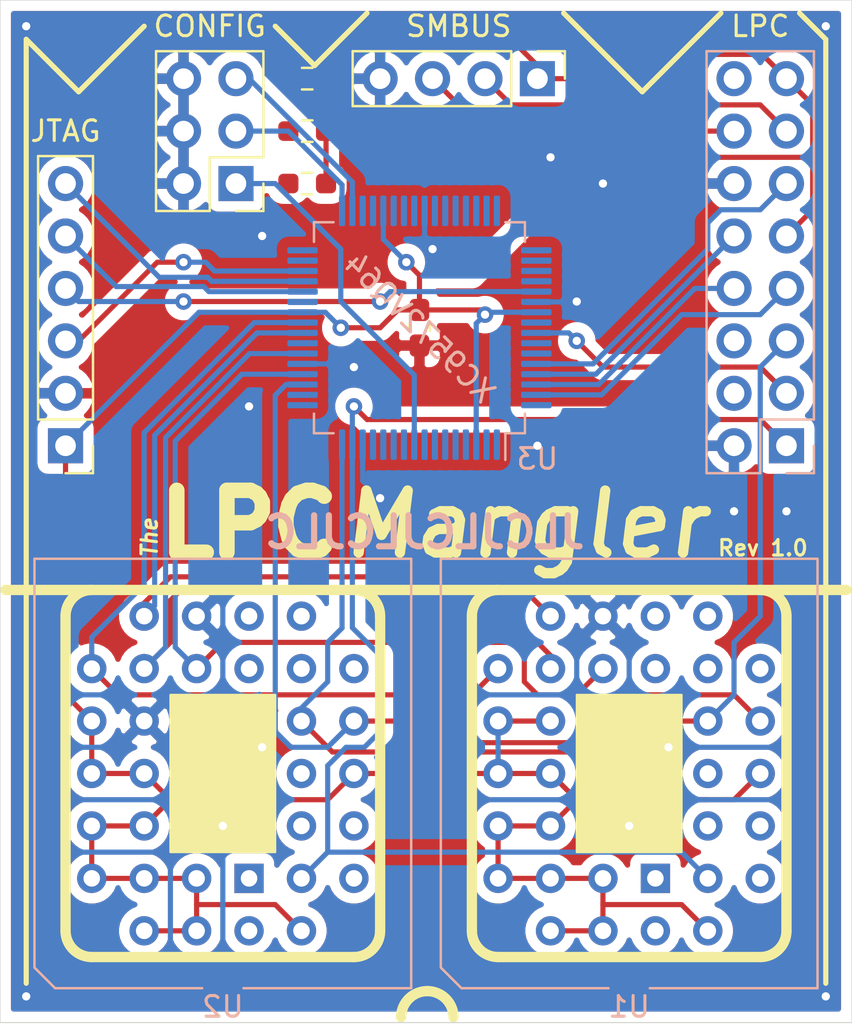
<source format=kicad_pcb>
(kicad_pcb (version 20171130) (host pcbnew "(5.1.10)-1")

  (general
    (thickness 1.6)
    (drawings 37)
    (tracks 264)
    (zones 0)
    (modules 13)
    (nets 86)
  )

  (page A4)
  (layers
    (0 F.Cu signal)
    (31 B.Cu signal)
    (32 B.Adhes user hide)
    (33 F.Adhes user hide)
    (34 B.Paste user hide)
    (35 F.Paste user hide)
    (36 B.SilkS user)
    (37 F.SilkS user)
    (38 B.Mask user hide)
    (39 F.Mask user hide)
    (40 Dwgs.User user hide)
    (41 Cmts.User user hide)
    (42 Eco1.User user hide)
    (43 Eco2.User user hide)
    (44 Edge.Cuts user hide)
    (45 Margin user hide)
    (46 B.CrtYd user hide)
    (47 F.CrtYd user hide)
    (48 B.Fab user hide)
    (49 F.Fab user hide)
  )

  (setup
    (last_trace_width 0.25)
    (trace_clearance 0.2)
    (zone_clearance 0.508)
    (zone_45_only no)
    (trace_min 0.2)
    (via_size 0.8)
    (via_drill 0.4)
    (via_min_size 0.4)
    (via_min_drill 0.3)
    (uvia_size 0.3)
    (uvia_drill 0.1)
    (uvias_allowed no)
    (uvia_min_size 0.2)
    (uvia_min_drill 0.1)
    (edge_width 0.05)
    (segment_width 0.2)
    (pcb_text_width 0.3)
    (pcb_text_size 1.5 1.5)
    (mod_edge_width 0.12)
    (mod_text_size 1 1)
    (mod_text_width 0.15)
    (pad_size 1.524 1.524)
    (pad_drill 0.762)
    (pad_to_mask_clearance 0)
    (aux_axis_origin 0 0)
    (visible_elements 7FFFEFFF)
    (pcbplotparams
      (layerselection 0x010fc_ffffffff)
      (usegerberextensions false)
      (usegerberattributes true)
      (usegerberadvancedattributes true)
      (creategerberjobfile true)
      (excludeedgelayer true)
      (linewidth 0.100000)
      (plotframeref false)
      (viasonmask false)
      (mode 1)
      (useauxorigin false)
      (hpglpennumber 1)
      (hpglpenspeed 20)
      (hpglpendiameter 15.000000)
      (psnegative false)
      (psa4output false)
      (plotreference true)
      (plotvalue true)
      (plotinvisibletext false)
      (padsonsilk false)
      (subtractmaskfromsilk false)
      (outputformat 1)
      (mirror false)
      (drillshape 0)
      (scaleselection 1)
      (outputdirectory "pcb-LPCMangler-1.0/"))
  )

  (net 0 "")
  (net 1 /GND)
  (net 2 /+3V3)
  (net 3 "Net-(J1-Pad16)")
  (net 4 /SDA)
  (net 5 /SCL)
  (net 6 /LAD0)
  (net 7 /LAD1)
  (net 8 /LAD2)
  (net 9 /LAD3)
  (net 10 /+5V)
  (net 11 /~RST)
  (net 12 "Net-(J1-Pad4)")
  (net 13 /~LFRAME)
  (net 14 /LCLK)
  (net 15 /TMS)
  (net 16 /TDI)
  (net 17 /TDO)
  (net 18 /TCK)
  (net 19 /BANK1)
  (net 20 /BANK0)
  (net 21 /BYPASS)
  (net 22 "Net-(U1-Pad29)")
  (net 23 "Net-(U1-Pad27)")
  (net 24 /~S_LFRAME)
  (net 25 "Net-(U1-Pad28)")
  (net 26 "Net-(U1-Pad26)")
  (net 27 "Net-(U1-Pad22)")
  (net 28 "Net-(U1-Pad20)")
  (net 29 "Net-(U1-Pad18)")
  (net 30 /S_LAD1)
  (net 31 "Net-(U1-Pad21)")
  (net 32 "Net-(U1-Pad19)")
  (net 33 /S_LAD3)
  (net 34 /S_LAD2)
  (net 35 /S_LAD0)
  (net 36 "Net-(U1-Pad32)")
  (net 37 "Net-(U1-Pad1)")
  (net 38 "Net-(U2-Pad29)")
  (net 39 "Net-(U2-Pad27)")
  (net 40 "Net-(U2-Pad28)")
  (net 41 "Net-(U2-Pad26)")
  (net 42 "Net-(U2-Pad22)")
  (net 43 "Net-(U2-Pad20)")
  (net 44 "Net-(U2-Pad18)")
  (net 45 "Net-(U2-Pad21)")
  (net 46 "Net-(U2-Pad19)")
  (net 47 "Net-(U2-Pad32)")
  (net 48 "Net-(U2-Pad1)")
  (net 49 "Net-(U3-Pad64)")
  (net 50 "Net-(U3-Pad59)")
  (net 51 "Net-(U3-Pad58)")
  (net 52 "Net-(U3-Pad56)")
  (net 53 "Net-(U3-Pad52)")
  (net 54 "Net-(U3-Pad51)")
  (net 55 "Net-(U3-Pad50)")
  (net 56 "Net-(U3-Pad49)")
  (net 57 "Net-(U3-Pad48)")
  (net 58 "Net-(U3-Pad47)")
  (net 59 "Net-(U3-Pad46)")
  (net 60 "Net-(U3-Pad45)")
  (net 61 "Net-(U3-Pad44)")
  (net 62 "Net-(U3-Pad43)")
  (net 63 "Net-(U3-Pad42)")
  (net 64 "Net-(U3-Pad40)")
  (net 65 "Net-(U3-Pad39)")
  (net 66 "Net-(U3-Pad38)")
  (net 67 "Net-(U3-Pad36)")
  (net 68 "Net-(U3-Pad35)")
  (net 69 "Net-(U3-Pad32)")
  (net 70 "Net-(U3-Pad31)")
  (net 71 "Net-(U3-Pad27)")
  (net 72 "Net-(U3-Pad23)")
  (net 73 "Net-(U3-Pad18)")
  (net 74 "Net-(U3-Pad17)")
  (net 75 "Net-(U3-Pad13)")
  (net 76 "Net-(U3-Pad12)")
  (net 77 "Net-(U3-Pad11)")
  (net 78 "Net-(U3-Pad10)")
  (net 79 /LED0)
  (net 80 /LED1)
  (net 81 "Net-(U3-Pad4)")
  (net 82 "Net-(U3-Pad2)")
  (net 83 "Net-(U3-Pad1)")
  (net 84 "Net-(U3-Pad6)")
  (net 85 "Net-(U3-Pad5)")

  (net_class Default "This is the default net class."
    (clearance 0.2)
    (trace_width 0.25)
    (via_dia 0.8)
    (via_drill 0.4)
    (uvia_dia 0.3)
    (uvia_drill 0.1)
    (add_net /+3V3)
    (add_net /+5V)
    (add_net /BANK0)
    (add_net /BANK1)
    (add_net /BYPASS)
    (add_net /GND)
    (add_net /LAD0)
    (add_net /LAD1)
    (add_net /LAD2)
    (add_net /LAD3)
    (add_net /LCLK)
    (add_net /LED0)
    (add_net /LED1)
    (add_net /SCL)
    (add_net /SDA)
    (add_net /S_LAD0)
    (add_net /S_LAD1)
    (add_net /S_LAD2)
    (add_net /S_LAD3)
    (add_net /TCK)
    (add_net /TDI)
    (add_net /TDO)
    (add_net /TMS)
    (add_net /~LFRAME)
    (add_net /~RST)
    (add_net /~S_LFRAME)
    (add_net "Net-(J1-Pad16)")
    (add_net "Net-(J1-Pad4)")
    (add_net "Net-(U1-Pad1)")
    (add_net "Net-(U1-Pad18)")
    (add_net "Net-(U1-Pad19)")
    (add_net "Net-(U1-Pad20)")
    (add_net "Net-(U1-Pad21)")
    (add_net "Net-(U1-Pad22)")
    (add_net "Net-(U1-Pad26)")
    (add_net "Net-(U1-Pad27)")
    (add_net "Net-(U1-Pad28)")
    (add_net "Net-(U1-Pad29)")
    (add_net "Net-(U1-Pad32)")
    (add_net "Net-(U2-Pad1)")
    (add_net "Net-(U2-Pad18)")
    (add_net "Net-(U2-Pad19)")
    (add_net "Net-(U2-Pad20)")
    (add_net "Net-(U2-Pad21)")
    (add_net "Net-(U2-Pad22)")
    (add_net "Net-(U2-Pad26)")
    (add_net "Net-(U2-Pad27)")
    (add_net "Net-(U2-Pad28)")
    (add_net "Net-(U2-Pad29)")
    (add_net "Net-(U2-Pad32)")
    (add_net "Net-(U3-Pad1)")
    (add_net "Net-(U3-Pad10)")
    (add_net "Net-(U3-Pad11)")
    (add_net "Net-(U3-Pad12)")
    (add_net "Net-(U3-Pad13)")
    (add_net "Net-(U3-Pad17)")
    (add_net "Net-(U3-Pad18)")
    (add_net "Net-(U3-Pad2)")
    (add_net "Net-(U3-Pad23)")
    (add_net "Net-(U3-Pad27)")
    (add_net "Net-(U3-Pad31)")
    (add_net "Net-(U3-Pad32)")
    (add_net "Net-(U3-Pad35)")
    (add_net "Net-(U3-Pad36)")
    (add_net "Net-(U3-Pad38)")
    (add_net "Net-(U3-Pad39)")
    (add_net "Net-(U3-Pad4)")
    (add_net "Net-(U3-Pad40)")
    (add_net "Net-(U3-Pad42)")
    (add_net "Net-(U3-Pad43)")
    (add_net "Net-(U3-Pad44)")
    (add_net "Net-(U3-Pad45)")
    (add_net "Net-(U3-Pad46)")
    (add_net "Net-(U3-Pad47)")
    (add_net "Net-(U3-Pad48)")
    (add_net "Net-(U3-Pad49)")
    (add_net "Net-(U3-Pad5)")
    (add_net "Net-(U3-Pad50)")
    (add_net "Net-(U3-Pad51)")
    (add_net "Net-(U3-Pad52)")
    (add_net "Net-(U3-Pad56)")
    (add_net "Net-(U3-Pad58)")
    (add_net "Net-(U3-Pad59)")
    (add_net "Net-(U3-Pad6)")
    (add_net "Net-(U3-Pad64)")
  )

  (module Resistor_SMD:R_0603_1608Metric_Pad0.98x0.95mm_HandSolder (layer F.Cu) (tedit 5F68FEEE) (tstamp 61CE78A1)
    (at 150.1375 67.945 180)
    (descr "Resistor SMD 0603 (1608 Metric), square (rectangular) end terminal, IPC_7351 nominal with elongated pad for handsoldering. (Body size source: IPC-SM-782 page 72, https://www.pcb-3d.com/wordpress/wp-content/uploads/ipc-sm-782a_amendment_1_and_2.pdf), generated with kicad-footprint-generator")
    (tags "resistor handsolder")
    (path /61CF5787)
    (attr smd)
    (fp_text reference R3 (at 0 -1.43) (layer F.Fab) hide
      (effects (font (size 1 1) (thickness 0.15)))
    )
    (fp_text value R (at 0 1.43) (layer F.Fab) hide
      (effects (font (size 1 1) (thickness 0.15)))
    )
    (fp_line (start 1.65 0.73) (end -1.65 0.73) (layer F.CrtYd) (width 0.05))
    (fp_line (start 1.65 -0.73) (end 1.65 0.73) (layer F.CrtYd) (width 0.05))
    (fp_line (start -1.65 -0.73) (end 1.65 -0.73) (layer F.CrtYd) (width 0.05))
    (fp_line (start -1.65 0.73) (end -1.65 -0.73) (layer F.CrtYd) (width 0.05))
    (fp_line (start -0.254724 0.5225) (end 0.254724 0.5225) (layer F.SilkS) (width 0.12))
    (fp_line (start -0.254724 -0.5225) (end 0.254724 -0.5225) (layer F.SilkS) (width 0.12))
    (fp_line (start 0.8 0.4125) (end -0.8 0.4125) (layer F.Fab) (width 0.1))
    (fp_line (start 0.8 -0.4125) (end 0.8 0.4125) (layer F.Fab) (width 0.1))
    (fp_line (start -0.8 -0.4125) (end 0.8 -0.4125) (layer F.Fab) (width 0.1))
    (fp_line (start -0.8 0.4125) (end -0.8 -0.4125) (layer F.Fab) (width 0.1))
    (fp_text user %R (at 0 0) (layer F.Fab) hide
      (effects (font (size 0.4 0.4) (thickness 0.06)))
    )
    (pad 2 smd roundrect (at 0.9125 0 180) (size 0.975 0.95) (layers F.Cu F.Paste F.Mask) (roundrect_rratio 0.25)
      (net 19 /BANK1))
    (pad 1 smd roundrect (at -0.9125 0 180) (size 0.975 0.95) (layers F.Cu F.Paste F.Mask) (roundrect_rratio 0.25)
      (net 2 /+3V3))
    (model ${KISYS3DMOD}/Resistor_SMD.3dshapes/R_0603_1608Metric.wrl
      (at (xyz 0 0 0))
      (scale (xyz 1 1 1))
      (rotate (xyz 0 0 0))
    )
  )

  (module Resistor_SMD:R_0603_1608Metric_Pad0.98x0.95mm_HandSolder (layer F.Cu) (tedit 5F68FEEE) (tstamp 61CE7890)
    (at 150.1375 70.485 180)
    (descr "Resistor SMD 0603 (1608 Metric), square (rectangular) end terminal, IPC_7351 nominal with elongated pad for handsoldering. (Body size source: IPC-SM-782 page 72, https://www.pcb-3d.com/wordpress/wp-content/uploads/ipc-sm-782a_amendment_1_and_2.pdf), generated with kicad-footprint-generator")
    (tags "resistor handsolder")
    (path /61CF5497)
    (attr smd)
    (fp_text reference R2 (at 0 -1.43) (layer F.Fab) hide
      (effects (font (size 1 1) (thickness 0.15)))
    )
    (fp_text value R (at 0 1.43) (layer F.Fab) hide
      (effects (font (size 1 1) (thickness 0.15)))
    )
    (fp_line (start 1.65 0.73) (end -1.65 0.73) (layer F.CrtYd) (width 0.05))
    (fp_line (start 1.65 -0.73) (end 1.65 0.73) (layer F.CrtYd) (width 0.05))
    (fp_line (start -1.65 -0.73) (end 1.65 -0.73) (layer F.CrtYd) (width 0.05))
    (fp_line (start -1.65 0.73) (end -1.65 -0.73) (layer F.CrtYd) (width 0.05))
    (fp_line (start -0.254724 0.5225) (end 0.254724 0.5225) (layer F.SilkS) (width 0.12))
    (fp_line (start -0.254724 -0.5225) (end 0.254724 -0.5225) (layer F.SilkS) (width 0.12))
    (fp_line (start 0.8 0.4125) (end -0.8 0.4125) (layer F.Fab) (width 0.1))
    (fp_line (start 0.8 -0.4125) (end 0.8 0.4125) (layer F.Fab) (width 0.1))
    (fp_line (start -0.8 -0.4125) (end 0.8 -0.4125) (layer F.Fab) (width 0.1))
    (fp_line (start -0.8 0.4125) (end -0.8 -0.4125) (layer F.Fab) (width 0.1))
    (fp_text user %R (at 0 0) (layer F.Fab) hide
      (effects (font (size 0.4 0.4) (thickness 0.06)))
    )
    (pad 2 smd roundrect (at 0.9125 0 180) (size 0.975 0.95) (layers F.Cu F.Paste F.Mask) (roundrect_rratio 0.25)
      (net 20 /BANK0))
    (pad 1 smd roundrect (at -0.9125 0 180) (size 0.975 0.95) (layers F.Cu F.Paste F.Mask) (roundrect_rratio 0.25)
      (net 2 /+3V3))
    (model ${KISYS3DMOD}/Resistor_SMD.3dshapes/R_0603_1608Metric.wrl
      (at (xyz 0 0 0))
      (scale (xyz 1 1 1))
      (rotate (xyz 0 0 0))
    )
  )

  (module Resistor_SMD:R_0603_1608Metric_Pad0.98x0.95mm_HandSolder (layer F.Cu) (tedit 5F68FEEE) (tstamp 61CE7B2D)
    (at 150.1375 73.025 180)
    (descr "Resistor SMD 0603 (1608 Metric), square (rectangular) end terminal, IPC_7351 nominal with elongated pad for handsoldering. (Body size source: IPC-SM-782 page 72, https://www.pcb-3d.com/wordpress/wp-content/uploads/ipc-sm-782a_amendment_1_and_2.pdf), generated with kicad-footprint-generator")
    (tags "resistor handsolder")
    (path /61CEDE2D)
    (attr smd)
    (fp_text reference R1 (at 0 -1.43) (layer F.Fab) hide
      (effects (font (size 1 1) (thickness 0.15)))
    )
    (fp_text value R (at 0 1.43) (layer F.Fab) hide
      (effects (font (size 1 1) (thickness 0.15)))
    )
    (fp_line (start 1.65 0.73) (end -1.65 0.73) (layer F.CrtYd) (width 0.05))
    (fp_line (start 1.65 -0.73) (end 1.65 0.73) (layer F.CrtYd) (width 0.05))
    (fp_line (start -1.65 -0.73) (end 1.65 -0.73) (layer F.CrtYd) (width 0.05))
    (fp_line (start -1.65 0.73) (end -1.65 -0.73) (layer F.CrtYd) (width 0.05))
    (fp_line (start -0.254724 0.5225) (end 0.254724 0.5225) (layer F.SilkS) (width 0.12))
    (fp_line (start -0.254724 -0.5225) (end 0.254724 -0.5225) (layer F.SilkS) (width 0.12))
    (fp_line (start 0.8 0.4125) (end -0.8 0.4125) (layer F.Fab) (width 0.1))
    (fp_line (start 0.8 -0.4125) (end 0.8 0.4125) (layer F.Fab) (width 0.1))
    (fp_line (start -0.8 -0.4125) (end 0.8 -0.4125) (layer F.Fab) (width 0.1))
    (fp_line (start -0.8 0.4125) (end -0.8 -0.4125) (layer F.Fab) (width 0.1))
    (fp_text user %R (at 0 0) (layer F.Fab) hide
      (effects (font (size 0.4 0.4) (thickness 0.06)))
    )
    (pad 2 smd roundrect (at 0.9125 0 180) (size 0.975 0.95) (layers F.Cu F.Paste F.Mask) (roundrect_rratio 0.25)
      (net 21 /BYPASS))
    (pad 1 smd roundrect (at -0.9125 0 180) (size 0.975 0.95) (layers F.Cu F.Paste F.Mask) (roundrect_rratio 0.25)
      (net 2 /+3V3))
    (model ${KISYS3DMOD}/Resistor_SMD.3dshapes/R_0603_1608Metric.wrl
      (at (xyz 0 0 0))
      (scale (xyz 1 1 1))
      (rotate (xyz 0 0 0))
    )
  )

  (module Package_QFP:TQFP-64_10x10mm_P0.5mm (layer B.Cu) (tedit 5D9F72B1) (tstamp 61CDD815)
    (at 155.575 80.01 90)
    (descr "TQFP, 64 Pin (http://www.microsemi.com/index.php?option=com_docman&task=doc_download&gid=131095), generated with kicad-footprint-generator ipc_gullwing_generator.py")
    (tags "TQFP QFP")
    (path /61CDDB88)
    (attr smd)
    (fp_text reference U3 (at -6.35 5.715 180) (layer B.SilkS)
      (effects (font (size 1 1) (thickness 0.15)) (justify mirror))
    )
    (fp_text value XC9572VQ64 (at 0 0 135) (layer B.SilkS)
      (effects (font (size 1 1) (thickness 0.15)) (justify mirror))
    )
    (fp_line (start 4.16 -5.11) (end 5.11 -5.11) (layer B.SilkS) (width 0.12))
    (fp_line (start 5.11 -5.11) (end 5.11 -4.16) (layer B.SilkS) (width 0.12))
    (fp_line (start -4.16 -5.11) (end -5.11 -5.11) (layer B.SilkS) (width 0.12))
    (fp_line (start -5.11 -5.11) (end -5.11 -4.16) (layer B.SilkS) (width 0.12))
    (fp_line (start 4.16 5.11) (end 5.11 5.11) (layer B.SilkS) (width 0.12))
    (fp_line (start 5.11 5.11) (end 5.11 4.16) (layer B.SilkS) (width 0.12))
    (fp_line (start -4.16 5.11) (end -5.11 5.11) (layer B.SilkS) (width 0.12))
    (fp_line (start -5.11 5.11) (end -5.11 4.16) (layer B.SilkS) (width 0.12))
    (fp_line (start -5.11 4.16) (end -6.4 4.16) (layer B.SilkS) (width 0.12))
    (fp_line (start -4 5) (end 5 5) (layer B.Fab) (width 0.1))
    (fp_line (start 5 5) (end 5 -5) (layer B.Fab) (width 0.1))
    (fp_line (start 5 -5) (end -5 -5) (layer B.Fab) (width 0.1))
    (fp_line (start -5 -5) (end -5 4) (layer B.Fab) (width 0.1))
    (fp_line (start -5 4) (end -4 5) (layer B.Fab) (width 0.1))
    (fp_line (start 0 6.65) (end -4.15 6.65) (layer B.CrtYd) (width 0.05))
    (fp_line (start -4.15 6.65) (end -4.15 5.25) (layer B.CrtYd) (width 0.05))
    (fp_line (start -4.15 5.25) (end -5.25 5.25) (layer B.CrtYd) (width 0.05))
    (fp_line (start -5.25 5.25) (end -5.25 4.15) (layer B.CrtYd) (width 0.05))
    (fp_line (start -5.25 4.15) (end -6.65 4.15) (layer B.CrtYd) (width 0.05))
    (fp_line (start -6.65 4.15) (end -6.65 0) (layer B.CrtYd) (width 0.05))
    (fp_line (start 0 6.65) (end 4.15 6.65) (layer B.CrtYd) (width 0.05))
    (fp_line (start 4.15 6.65) (end 4.15 5.25) (layer B.CrtYd) (width 0.05))
    (fp_line (start 4.15 5.25) (end 5.25 5.25) (layer B.CrtYd) (width 0.05))
    (fp_line (start 5.25 5.25) (end 5.25 4.15) (layer B.CrtYd) (width 0.05))
    (fp_line (start 5.25 4.15) (end 6.65 4.15) (layer B.CrtYd) (width 0.05))
    (fp_line (start 6.65 4.15) (end 6.65 0) (layer B.CrtYd) (width 0.05))
    (fp_line (start 0 -6.65) (end -4.15 -6.65) (layer B.CrtYd) (width 0.05))
    (fp_line (start -4.15 -6.65) (end -4.15 -5.25) (layer B.CrtYd) (width 0.05))
    (fp_line (start -4.15 -5.25) (end -5.25 -5.25) (layer B.CrtYd) (width 0.05))
    (fp_line (start -5.25 -5.25) (end -5.25 -4.15) (layer B.CrtYd) (width 0.05))
    (fp_line (start -5.25 -4.15) (end -6.65 -4.15) (layer B.CrtYd) (width 0.05))
    (fp_line (start -6.65 -4.15) (end -6.65 0) (layer B.CrtYd) (width 0.05))
    (fp_line (start 0 -6.65) (end 4.15 -6.65) (layer B.CrtYd) (width 0.05))
    (fp_line (start 4.15 -6.65) (end 4.15 -5.25) (layer B.CrtYd) (width 0.05))
    (fp_line (start 4.15 -5.25) (end 5.25 -5.25) (layer B.CrtYd) (width 0.05))
    (fp_line (start 5.25 -5.25) (end 5.25 -4.15) (layer B.CrtYd) (width 0.05))
    (fp_line (start 5.25 -4.15) (end 6.65 -4.15) (layer B.CrtYd) (width 0.05))
    (fp_line (start 6.65 -4.15) (end 6.65 0) (layer B.CrtYd) (width 0.05))
    (fp_text user %R (at 0 0 90) (layer B.Fab) hide
      (effects (font (size 1 1) (thickness 0.15)) (justify mirror))
    )
    (pad 64 smd roundrect (at -3.75 5.6625 90) (size 0.3 1.475) (layers B.Cu B.Paste B.Mask) (roundrect_rratio 0.25)
      (net 49 "Net-(U3-Pad64)"))
    (pad 63 smd roundrect (at -3.25 5.6625 90) (size 0.3 1.475) (layers B.Cu B.Paste B.Mask) (roundrect_rratio 0.25)
      (net 9 /LAD3))
    (pad 62 smd roundrect (at -2.75 5.6625 90) (size 0.3 1.475) (layers B.Cu B.Paste B.Mask) (roundrect_rratio 0.25)
      (net 8 /LAD2))
    (pad 61 smd roundrect (at -2.25 5.6625 90) (size 0.3 1.475) (layers B.Cu B.Paste B.Mask) (roundrect_rratio 0.25)
      (net 7 /LAD1))
    (pad 60 smd roundrect (at -1.75 5.6625 90) (size 0.3 1.475) (layers B.Cu B.Paste B.Mask) (roundrect_rratio 0.25)
      (net 6 /LAD0))
    (pad 59 smd roundrect (at -1.25 5.6625 90) (size 0.3 1.475) (layers B.Cu B.Paste B.Mask) (roundrect_rratio 0.25)
      (net 50 "Net-(U3-Pad59)"))
    (pad 58 smd roundrect (at -0.75 5.6625 90) (size 0.3 1.475) (layers B.Cu B.Paste B.Mask) (roundrect_rratio 0.25)
      (net 51 "Net-(U3-Pad58)"))
    (pad 57 smd roundrect (at -0.25 5.6625 90) (size 0.3 1.475) (layers B.Cu B.Paste B.Mask) (roundrect_rratio 0.25)
      (net 13 /~LFRAME))
    (pad 56 smd roundrect (at 0.25 5.6625 90) (size 0.3 1.475) (layers B.Cu B.Paste B.Mask) (roundrect_rratio 0.25)
      (net 52 "Net-(U3-Pad56)"))
    (pad 55 smd roundrect (at 0.75 5.6625 90) (size 0.3 1.475) (layers B.Cu B.Paste B.Mask) (roundrect_rratio 0.25)
      (net 2 /+3V3))
    (pad 54 smd roundrect (at 1.25 5.6625 90) (size 0.3 1.475) (layers B.Cu B.Paste B.Mask) (roundrect_rratio 0.25)
      (net 1 /GND))
    (pad 53 smd roundrect (at 1.75 5.6625 90) (size 0.3 1.475) (layers B.Cu B.Paste B.Mask) (roundrect_rratio 0.25)
      (net 17 /TDO))
    (pad 52 smd roundrect (at 2.25 5.6625 90) (size 0.3 1.475) (layers B.Cu B.Paste B.Mask) (roundrect_rratio 0.25)
      (net 53 "Net-(U3-Pad52)"))
    (pad 51 smd roundrect (at 2.75 5.6625 90) (size 0.3 1.475) (layers B.Cu B.Paste B.Mask) (roundrect_rratio 0.25)
      (net 54 "Net-(U3-Pad51)"))
    (pad 50 smd roundrect (at 3.25 5.6625 90) (size 0.3 1.475) (layers B.Cu B.Paste B.Mask) (roundrect_rratio 0.25)
      (net 55 "Net-(U3-Pad50)"))
    (pad 49 smd roundrect (at 3.75 5.6625 90) (size 0.3 1.475) (layers B.Cu B.Paste B.Mask) (roundrect_rratio 0.25)
      (net 56 "Net-(U3-Pad49)"))
    (pad 48 smd roundrect (at 5.6625 3.75 90) (size 1.475 0.3) (layers B.Cu B.Paste B.Mask) (roundrect_rratio 0.25)
      (net 57 "Net-(U3-Pad48)"))
    (pad 47 smd roundrect (at 5.6625 3.25 90) (size 1.475 0.3) (layers B.Cu B.Paste B.Mask) (roundrect_rratio 0.25)
      (net 58 "Net-(U3-Pad47)"))
    (pad 46 smd roundrect (at 5.6625 2.75 90) (size 1.475 0.3) (layers B.Cu B.Paste B.Mask) (roundrect_rratio 0.25)
      (net 59 "Net-(U3-Pad46)"))
    (pad 45 smd roundrect (at 5.6625 2.25 90) (size 1.475 0.3) (layers B.Cu B.Paste B.Mask) (roundrect_rratio 0.25)
      (net 60 "Net-(U3-Pad45)"))
    (pad 44 smd roundrect (at 5.6625 1.75 90) (size 1.475 0.3) (layers B.Cu B.Paste B.Mask) (roundrect_rratio 0.25)
      (net 61 "Net-(U3-Pad44)"))
    (pad 43 smd roundrect (at 5.6625 1.25 90) (size 1.475 0.3) (layers B.Cu B.Paste B.Mask) (roundrect_rratio 0.25)
      (net 62 "Net-(U3-Pad43)"))
    (pad 42 smd roundrect (at 5.6625 0.75 90) (size 1.475 0.3) (layers B.Cu B.Paste B.Mask) (roundrect_rratio 0.25)
      (net 63 "Net-(U3-Pad42)"))
    (pad 41 smd roundrect (at 5.6625 0.25 90) (size 1.475 0.3) (layers B.Cu B.Paste B.Mask) (roundrect_rratio 0.25)
      (net 1 /GND))
    (pad 40 smd roundrect (at 5.6625 -0.25 90) (size 1.475 0.3) (layers B.Cu B.Paste B.Mask) (roundrect_rratio 0.25)
      (net 64 "Net-(U3-Pad40)"))
    (pad 39 smd roundrect (at 5.6625 -0.75 90) (size 1.475 0.3) (layers B.Cu B.Paste B.Mask) (roundrect_rratio 0.25)
      (net 65 "Net-(U3-Pad39)"))
    (pad 38 smd roundrect (at 5.6625 -1.25 90) (size 1.475 0.3) (layers B.Cu B.Paste B.Mask) (roundrect_rratio 0.25)
      (net 66 "Net-(U3-Pad38)"))
    (pad 37 smd roundrect (at 5.6625 -1.75 90) (size 1.475 0.3) (layers B.Cu B.Paste B.Mask) (roundrect_rratio 0.25)
      (net 2 /+3V3))
    (pad 36 smd roundrect (at 5.6625 -2.25 90) (size 1.475 0.3) (layers B.Cu B.Paste B.Mask) (roundrect_rratio 0.25)
      (net 67 "Net-(U3-Pad36)"))
    (pad 35 smd roundrect (at 5.6625 -2.75 90) (size 1.475 0.3) (layers B.Cu B.Paste B.Mask) (roundrect_rratio 0.25)
      (net 68 "Net-(U3-Pad35)"))
    (pad 34 smd roundrect (at 5.6625 -3.25 90) (size 1.475 0.3) (layers B.Cu B.Paste B.Mask) (roundrect_rratio 0.25)
      (net 19 /BANK1))
    (pad 33 smd roundrect (at 5.6625 -3.75 90) (size 1.475 0.3) (layers B.Cu B.Paste B.Mask) (roundrect_rratio 0.25)
      (net 20 /BANK0))
    (pad 32 smd roundrect (at 3.75 -5.6625 90) (size 0.3 1.475) (layers B.Cu B.Paste B.Mask) (roundrect_rratio 0.25)
      (net 69 "Net-(U3-Pad32)"))
    (pad 31 smd roundrect (at 3.25 -5.6625 90) (size 0.3 1.475) (layers B.Cu B.Paste B.Mask) (roundrect_rratio 0.25)
      (net 70 "Net-(U3-Pad31)"))
    (pad 30 smd roundrect (at 2.75 -5.6625 90) (size 0.3 1.475) (layers B.Cu B.Paste B.Mask) (roundrect_rratio 0.25)
      (net 18 /TCK))
    (pad 29 smd roundrect (at 2.25 -5.6625 90) (size 0.3 1.475) (layers B.Cu B.Paste B.Mask) (roundrect_rratio 0.25)
      (net 15 /TMS))
    (pad 28 smd roundrect (at 1.75 -5.6625 90) (size 0.3 1.475) (layers B.Cu B.Paste B.Mask) (roundrect_rratio 0.25)
      (net 16 /TDI))
    (pad 27 smd roundrect (at 1.25 -5.6625 90) (size 0.3 1.475) (layers B.Cu B.Paste B.Mask) (roundrect_rratio 0.25)
      (net 71 "Net-(U3-Pad27)"))
    (pad 26 smd roundrect (at 0.75 -5.6625 90) (size 0.3 1.475) (layers B.Cu B.Paste B.Mask) (roundrect_rratio 0.25)
      (net 2 /+3V3))
    (pad 25 smd roundrect (at 0.25 -5.6625 90) (size 0.3 1.475) (layers B.Cu B.Paste B.Mask) (roundrect_rratio 0.25)
      (net 35 /S_LAD0))
    (pad 24 smd roundrect (at -0.25 -5.6625 90) (size 0.3 1.475) (layers B.Cu B.Paste B.Mask) (roundrect_rratio 0.25)
      (net 30 /S_LAD1))
    (pad 23 smd roundrect (at -0.75 -5.6625 90) (size 0.3 1.475) (layers B.Cu B.Paste B.Mask) (roundrect_rratio 0.25)
      (net 72 "Net-(U3-Pad23)"))
    (pad 22 smd roundrect (at -1.25 -5.6625 90) (size 0.3 1.475) (layers B.Cu B.Paste B.Mask) (roundrect_rratio 0.25)
      (net 34 /S_LAD2))
    (pad 21 smd roundrect (at -1.75 -5.6625 90) (size 0.3 1.475) (layers B.Cu B.Paste B.Mask) (roundrect_rratio 0.25)
      (net 1 /GND))
    (pad 20 smd roundrect (at -2.25 -5.6625 90) (size 0.3 1.475) (layers B.Cu B.Paste B.Mask) (roundrect_rratio 0.25)
      (net 33 /S_LAD3))
    (pad 19 smd roundrect (at -2.75 -5.6625 90) (size 0.3 1.475) (layers B.Cu B.Paste B.Mask) (roundrect_rratio 0.25)
      (net 24 /~S_LFRAME))
    (pad 18 smd roundrect (at -3.25 -5.6625 90) (size 0.3 1.475) (layers B.Cu B.Paste B.Mask) (roundrect_rratio 0.25)
      (net 73 "Net-(U3-Pad18)"))
    (pad 17 smd roundrect (at -3.75 -5.6625 90) (size 0.3 1.475) (layers B.Cu B.Paste B.Mask) (roundrect_rratio 0.25)
      (net 74 "Net-(U3-Pad17)"))
    (pad 16 smd roundrect (at -5.6625 -3.75 90) (size 1.475 0.3) (layers B.Cu B.Paste B.Mask) (roundrect_rratio 0.25)
      (net 11 /~RST))
    (pad 15 smd roundrect (at -5.6625 -3.25 90) (size 1.475 0.3) (layers B.Cu B.Paste B.Mask) (roundrect_rratio 0.25)
      (net 14 /LCLK))
    (pad 14 smd roundrect (at -5.6625 -2.75 90) (size 1.475 0.3) (layers B.Cu B.Paste B.Mask) (roundrect_rratio 0.25)
      (net 1 /GND))
    (pad 13 smd roundrect (at -5.6625 -2.25 90) (size 1.475 0.3) (layers B.Cu B.Paste B.Mask) (roundrect_rratio 0.25)
      (net 75 "Net-(U3-Pad13)"))
    (pad 12 smd roundrect (at -5.6625 -1.75 90) (size 1.475 0.3) (layers B.Cu B.Paste B.Mask) (roundrect_rratio 0.25)
      (net 76 "Net-(U3-Pad12)"))
    (pad 11 smd roundrect (at -5.6625 -1.25 90) (size 1.475 0.3) (layers B.Cu B.Paste B.Mask) (roundrect_rratio 0.25)
      (net 77 "Net-(U3-Pad11)"))
    (pad 10 smd roundrect (at -5.6625 -0.75 90) (size 1.475 0.3) (layers B.Cu B.Paste B.Mask) (roundrect_rratio 0.25)
      (net 78 "Net-(U3-Pad10)"))
    (pad 9 smd roundrect (at -5.6625 -0.25 90) (size 1.475 0.3) (layers B.Cu B.Paste B.Mask) (roundrect_rratio 0.25)
      (net 21 /BYPASS))
    (pad 8 smd roundrect (at -5.6625 0.25 90) (size 1.475 0.3) (layers B.Cu B.Paste B.Mask) (roundrect_rratio 0.25)
      (net 79 /LED0))
    (pad 7 smd roundrect (at -5.6625 0.75 90) (size 1.475 0.3) (layers B.Cu B.Paste B.Mask) (roundrect_rratio 0.25)
      (net 80 /LED1))
    (pad 6 smd roundrect (at -5.6625 1.25 90) (size 1.475 0.3) (layers B.Cu B.Paste B.Mask) (roundrect_rratio 0.25)
      (net 84 "Net-(U3-Pad6)"))
    (pad 5 smd roundrect (at -5.6625 1.75 90) (size 1.475 0.3) (layers B.Cu B.Paste B.Mask) (roundrect_rratio 0.25)
      (net 85 "Net-(U3-Pad5)"))
    (pad 4 smd roundrect (at -5.6625 2.25 90) (size 1.475 0.3) (layers B.Cu B.Paste B.Mask) (roundrect_rratio 0.25)
      (net 81 "Net-(U3-Pad4)"))
    (pad 3 smd roundrect (at -5.6625 2.75 90) (size 1.475 0.3) (layers B.Cu B.Paste B.Mask) (roundrect_rratio 0.25)
      (net 2 /+3V3))
    (pad 2 smd roundrect (at -5.6625 3.25 90) (size 1.475 0.3) (layers B.Cu B.Paste B.Mask) (roundrect_rratio 0.25)
      (net 82 "Net-(U3-Pad2)"))
    (pad 1 smd roundrect (at -5.6625 3.75 90) (size 1.475 0.3) (layers B.Cu B.Paste B.Mask) (roundrect_rratio 0.25)
      (net 83 "Net-(U3-Pad1)"))
    (model ${KISYS3DMOD}/Package_QFP.3dshapes/TQFP-64_10x10mm_P0.5mm.wrl
      (at (xyz 0 0 0))
      (scale (xyz 1 1 1))
      (rotate (xyz 0 0 0))
    )
  )

  (module Package_LCC:PLCC-32_THT-Socket (layer B.Cu) (tedit 5E74E4F1) (tstamp 61CDD922)
    (at 147.32 106.68)
    (descr "PLCC, 32 pins, through hole, http://www.assmann-wsw.com/fileadmin/datasheets/ASS_0981_CO.pdf")
    (tags "plcc leaded")
    (path /61CDCD21)
    (fp_text reference U2 (at -1.27 6.22) (layer B.SilkS)
      (effects (font (size 1 1) (thickness 0.15)) (justify mirror))
    )
    (fp_text value SST49LF160C (at -1.27 -16.38) (layer B.Fab)
      (effects (font (size 1 1) (thickness 0.15)) (justify mirror))
    )
    (fp_line (start -9.295 5.22) (end -10.295 4.22) (layer B.Fab) (width 0.1))
    (fp_line (start -10.295 4.22) (end -10.295 -15.38) (layer B.Fab) (width 0.1))
    (fp_line (start -10.295 -15.38) (end 7.755 -15.38) (layer B.Fab) (width 0.1))
    (fp_line (start 7.755 -15.38) (end 7.755 5.22) (layer B.Fab) (width 0.1))
    (fp_line (start 7.755 5.22) (end -9.295 5.22) (layer B.Fab) (width 0.1))
    (fp_line (start -10.8 5.72) (end -10.8 -15.88) (layer B.CrtYd) (width 0.05))
    (fp_line (start -10.8 -15.88) (end 8.26 -15.88) (layer B.CrtYd) (width 0.05))
    (fp_line (start 8.26 -15.88) (end 8.26 5.72) (layer B.CrtYd) (width 0.05))
    (fp_line (start 8.26 5.72) (end -10.8 5.72) (layer B.CrtYd) (width 0.05))
    (fp_line (start -7.755 2.68) (end -7.755 -12.84) (layer B.Fab) (width 0.1))
    (fp_line (start -7.755 -12.84) (end 5.215 -12.84) (layer B.Fab) (width 0.1))
    (fp_line (start 5.215 -12.84) (end 5.215 2.68) (layer B.Fab) (width 0.1))
    (fp_line (start 5.215 2.68) (end -7.755 2.68) (layer B.Fab) (width 0.1))
    (fp_line (start -1.77 5.22) (end -1.27 4.22) (layer B.Fab) (width 0.1))
    (fp_line (start -1.27 4.22) (end -0.77 5.22) (layer B.Fab) (width 0.1))
    (fp_line (start -2.27 5.32) (end -9.395 5.32) (layer B.SilkS) (width 0.12))
    (fp_line (start -9.395 5.32) (end -10.395 4.32) (layer B.SilkS) (width 0.12))
    (fp_line (start -10.395 4.32) (end -10.395 -15.48) (layer B.SilkS) (width 0.12))
    (fp_line (start -10.395 -15.48) (end 7.855 -15.48) (layer B.SilkS) (width 0.12))
    (fp_line (start 7.855 -15.48) (end 7.855 5.32) (layer B.SilkS) (width 0.12))
    (fp_line (start 7.855 5.32) (end -0.27 5.32) (layer B.SilkS) (width 0.12))
    (fp_text user %R (at -1.27 -5.08) (layer B.Fab)
      (effects (font (size 1 1) (thickness 0.15)) (justify mirror))
    )
    (pad 29 thru_hole circle (at 5.08 0) (size 1.4224 1.4224) (drill 0.8) (layers *.Cu *.Mask)
      (net 38 "Net-(U2-Pad29)"))
    (pad 27 thru_hole circle (at 5.08 -2.54) (size 1.4224 1.4224) (drill 0.8) (layers *.Cu *.Mask)
      (net 39 "Net-(U2-Pad27)"))
    (pad 25 thru_hole circle (at 5.08 -5.08) (size 1.4224 1.4224) (drill 0.8) (layers *.Cu *.Mask)
      (net 2 /+3V3))
    (pad 23 thru_hole circle (at 5.08 -7.62) (size 1.4224 1.4224) (drill 0.8) (layers *.Cu *.Mask)
      (net 24 /~S_LFRAME))
    (pad 28 thru_hole circle (at 2.54 -2.54) (size 1.4224 1.4224) (drill 0.8) (layers *.Cu *.Mask)
      (net 40 "Net-(U2-Pad28)"))
    (pad 26 thru_hole circle (at 2.54 -5.08) (size 1.4224 1.4224) (drill 0.8) (layers *.Cu *.Mask)
      (net 41 "Net-(U2-Pad26)"))
    (pad 24 thru_hole circle (at 2.54 -7.62) (size 1.4224 1.4224) (drill 0.8) (layers *.Cu *.Mask)
      (net 11 /~RST))
    (pad 22 thru_hole circle (at 2.54 -10.16) (size 1.4224 1.4224) (drill 0.8) (layers *.Cu *.Mask)
      (net 42 "Net-(U2-Pad22)"))
    (pad 20 thru_hole circle (at 2.54 -12.7) (size 1.4224 1.4224) (drill 0.8) (layers *.Cu *.Mask)
      (net 43 "Net-(U2-Pad20)"))
    (pad 18 thru_hole circle (at 0 -12.7) (size 1.4224 1.4224) (drill 0.8) (layers *.Cu *.Mask)
      (net 44 "Net-(U2-Pad18)"))
    (pad 16 thru_hole circle (at -2.54 -12.7) (size 1.4224 1.4224) (drill 0.8) (layers *.Cu *.Mask)
      (net 1 /GND))
    (pad 14 thru_hole circle (at -5.08 -12.7) (size 1.4224 1.4224) (drill 0.8) (layers *.Cu *.Mask)
      (net 30 /S_LAD1))
    (pad 21 thru_hole circle (at 5.08 -10.16) (size 1.4224 1.4224) (drill 0.8) (layers *.Cu *.Mask)
      (net 45 "Net-(U2-Pad21)"))
    (pad 19 thru_hole circle (at 0 -10.16) (size 1.4224 1.4224) (drill 0.8) (layers *.Cu *.Mask)
      (net 46 "Net-(U2-Pad19)"))
    (pad 17 thru_hole circle (at -2.54 -10.16) (size 1.4224 1.4224) (drill 0.8) (layers *.Cu *.Mask)
      (net 33 /S_LAD3))
    (pad 15 thru_hole circle (at -5.08 -10.16) (size 1.4224 1.4224) (drill 0.8) (layers *.Cu *.Mask)
      (net 34 /S_LAD2))
    (pad 13 thru_hole circle (at -7.62 -10.16) (size 1.4224 1.4224) (drill 0.8) (layers *.Cu *.Mask)
      (net 35 /S_LAD0))
    (pad 11 thru_hole circle (at -7.62 -7.62) (size 1.4224 1.4224) (drill 0.8) (layers *.Cu *.Mask)
      (net 2 /+3V3))
    (pad 9 thru_hole circle (at -7.62 -5.08) (size 1.4224 1.4224) (drill 0.8) (layers *.Cu *.Mask)
      (net 2 /+3V3))
    (pad 7 thru_hole circle (at -7.62 -2.54) (size 1.4224 1.4224) (drill 0.8) (layers *.Cu *.Mask)
      (net 2 /+3V3))
    (pad 5 thru_hole circle (at -7.62 0) (size 1.4224 1.4224) (drill 0.8) (layers *.Cu *.Mask)
      (net 2 /+3V3))
    (pad 12 thru_hole circle (at -5.08 -7.62) (size 1.4224 1.4224) (drill 0.8) (layers *.Cu *.Mask)
      (net 1 /GND))
    (pad 10 thru_hole circle (at -5.08 -5.08) (size 1.4224 1.4224) (drill 0.8) (layers *.Cu *.Mask)
      (net 2 /+3V3))
    (pad 8 thru_hole circle (at -5.08 -2.54) (size 1.4224 1.4224) (drill 0.8) (layers *.Cu *.Mask)
      (net 2 /+3V3))
    (pad 6 thru_hole circle (at -5.08 0) (size 1.4224 1.4224) (drill 0.8) (layers *.Cu *.Mask)
      (net 2 /+3V3))
    (pad 30 thru_hole circle (at 2.54 2.54) (size 1.4224 1.4224) (drill 0.8) (layers *.Cu *.Mask)
      (net 2 /+3V3))
    (pad 32 thru_hole circle (at 0 2.54) (size 1.4224 1.4224) (drill 0.8) (layers *.Cu *.Mask)
      (net 47 "Net-(U2-Pad32)"))
    (pad 4 thru_hole circle (at -5.08 2.54) (size 1.4224 1.4224) (drill 0.8) (layers *.Cu *.Mask)
      (net 2 /+3V3))
    (pad 2 thru_hole circle (at -2.54 2.54) (size 1.4224 1.4224) (drill 0.8) (layers *.Cu *.Mask)
      (net 2 /+3V3))
    (pad 31 thru_hole circle (at 2.54 0) (size 1.4224 1.4224) (drill 0.8) (layers *.Cu *.Mask)
      (net 14 /LCLK))
    (pad 3 thru_hole circle (at -2.54 0) (size 1.4224 1.4224) (drill 0.8) (layers *.Cu *.Mask)
      (net 2 /+3V3))
    (pad 1 thru_hole rect (at 0 0) (size 1.4224 1.4224) (drill 0.8) (layers *.Cu *.Mask)
      (net 48 "Net-(U2-Pad1)"))
    (model ${KISYS3DMOD}/Package_LCC.3dshapes/PLCC-32_THT-Socket.wrl
      (at (xyz 0 0 0))
      (scale (xyz 1 1 1))
      (rotate (xyz 0 0 0))
    )
  )

  (module Package_LCC:PLCC-32_THT-Socket (layer B.Cu) (tedit 5E74E4F1) (tstamp 61CDD9CD)
    (at 167.005 106.68)
    (descr "PLCC, 32 pins, through hole, http://www.assmann-wsw.com/fileadmin/datasheets/ASS_0981_CO.pdf")
    (tags "plcc leaded")
    (path /61CD6200)
    (fp_text reference U1 (at -1.27 6.22) (layer B.SilkS)
      (effects (font (size 1 1) (thickness 0.15)) (justify mirror))
    )
    (fp_text value SST49LF160C (at -1.27 -16.38) (layer B.Fab)
      (effects (font (size 1 1) (thickness 0.15)) (justify mirror))
    )
    (fp_line (start -9.295 5.22) (end -10.295 4.22) (layer B.Fab) (width 0.1))
    (fp_line (start -10.295 4.22) (end -10.295 -15.38) (layer B.Fab) (width 0.1))
    (fp_line (start -10.295 -15.38) (end 7.755 -15.38) (layer B.Fab) (width 0.1))
    (fp_line (start 7.755 -15.38) (end 7.755 5.22) (layer B.Fab) (width 0.1))
    (fp_line (start 7.755 5.22) (end -9.295 5.22) (layer B.Fab) (width 0.1))
    (fp_line (start -10.8 5.72) (end -10.8 -15.88) (layer B.CrtYd) (width 0.05))
    (fp_line (start -10.8 -15.88) (end 8.26 -15.88) (layer B.CrtYd) (width 0.05))
    (fp_line (start 8.26 -15.88) (end 8.26 5.72) (layer B.CrtYd) (width 0.05))
    (fp_line (start 8.26 5.72) (end -10.8 5.72) (layer B.CrtYd) (width 0.05))
    (fp_line (start -7.755 2.68) (end -7.755 -12.84) (layer B.Fab) (width 0.1))
    (fp_line (start -7.755 -12.84) (end 5.215 -12.84) (layer B.Fab) (width 0.1))
    (fp_line (start 5.215 -12.84) (end 5.215 2.68) (layer B.Fab) (width 0.1))
    (fp_line (start 5.215 2.68) (end -7.755 2.68) (layer B.Fab) (width 0.1))
    (fp_line (start -1.77 5.22) (end -1.27 4.22) (layer B.Fab) (width 0.1))
    (fp_line (start -1.27 4.22) (end -0.77 5.22) (layer B.Fab) (width 0.1))
    (fp_line (start -2.27 5.32) (end -9.395 5.32) (layer B.SilkS) (width 0.12))
    (fp_line (start -9.395 5.32) (end -10.395 4.32) (layer B.SilkS) (width 0.12))
    (fp_line (start -10.395 4.32) (end -10.395 -15.48) (layer B.SilkS) (width 0.12))
    (fp_line (start -10.395 -15.48) (end 7.855 -15.48) (layer B.SilkS) (width 0.12))
    (fp_line (start 7.855 -15.48) (end 7.855 5.32) (layer B.SilkS) (width 0.12))
    (fp_line (start 7.855 5.32) (end -0.27 5.32) (layer B.SilkS) (width 0.12))
    (fp_text user %R (at -1.27 -5.08) (layer F.Fab) hide
      (effects (font (size 1 1) (thickness 0.15)) (justify mirror))
    )
    (pad 29 thru_hole circle (at 5.08 0) (size 1.4224 1.4224) (drill 0.8) (layers *.Cu *.Mask)
      (net 22 "Net-(U1-Pad29)"))
    (pad 27 thru_hole circle (at 5.08 -2.54) (size 1.4224 1.4224) (drill 0.8) (layers *.Cu *.Mask)
      (net 23 "Net-(U1-Pad27)"))
    (pad 25 thru_hole circle (at 5.08 -5.08) (size 1.4224 1.4224) (drill 0.8) (layers *.Cu *.Mask)
      (net 2 /+3V3))
    (pad 23 thru_hole circle (at 5.08 -7.62) (size 1.4224 1.4224) (drill 0.8) (layers *.Cu *.Mask)
      (net 24 /~S_LFRAME))
    (pad 28 thru_hole circle (at 2.54 -2.54) (size 1.4224 1.4224) (drill 0.8) (layers *.Cu *.Mask)
      (net 25 "Net-(U1-Pad28)"))
    (pad 26 thru_hole circle (at 2.54 -5.08) (size 1.4224 1.4224) (drill 0.8) (layers *.Cu *.Mask)
      (net 26 "Net-(U1-Pad26)"))
    (pad 24 thru_hole circle (at 2.54 -7.62) (size 1.4224 1.4224) (drill 0.8) (layers *.Cu *.Mask)
      (net 11 /~RST))
    (pad 22 thru_hole circle (at 2.54 -10.16) (size 1.4224 1.4224) (drill 0.8) (layers *.Cu *.Mask)
      (net 27 "Net-(U1-Pad22)"))
    (pad 20 thru_hole circle (at 2.54 -12.7) (size 1.4224 1.4224) (drill 0.8) (layers *.Cu *.Mask)
      (net 28 "Net-(U1-Pad20)"))
    (pad 18 thru_hole circle (at 0 -12.7) (size 1.4224 1.4224) (drill 0.8) (layers *.Cu *.Mask)
      (net 29 "Net-(U1-Pad18)"))
    (pad 16 thru_hole circle (at -2.54 -12.7) (size 1.4224 1.4224) (drill 0.8) (layers *.Cu *.Mask)
      (net 1 /GND))
    (pad 14 thru_hole circle (at -5.08 -12.7) (size 1.4224 1.4224) (drill 0.8) (layers *.Cu *.Mask)
      (net 30 /S_LAD1))
    (pad 21 thru_hole circle (at 5.08 -10.16) (size 1.4224 1.4224) (drill 0.8) (layers *.Cu *.Mask)
      (net 31 "Net-(U1-Pad21)"))
    (pad 19 thru_hole circle (at 0 -10.16) (size 1.4224 1.4224) (drill 0.8) (layers *.Cu *.Mask)
      (net 32 "Net-(U1-Pad19)"))
    (pad 17 thru_hole circle (at -2.54 -10.16) (size 1.4224 1.4224) (drill 0.8) (layers *.Cu *.Mask)
      (net 33 /S_LAD3))
    (pad 15 thru_hole circle (at -5.08 -10.16) (size 1.4224 1.4224) (drill 0.8) (layers *.Cu *.Mask)
      (net 34 /S_LAD2))
    (pad 13 thru_hole circle (at -7.62 -10.16) (size 1.4224 1.4224) (drill 0.8) (layers *.Cu *.Mask)
      (net 35 /S_LAD0))
    (pad 11 thru_hole circle (at -7.62 -7.62) (size 1.4224 1.4224) (drill 0.8) (layers *.Cu *.Mask)
      (net 2 /+3V3))
    (pad 9 thru_hole circle (at -7.62 -5.08) (size 1.4224 1.4224) (drill 0.8) (layers *.Cu *.Mask)
      (net 2 /+3V3))
    (pad 7 thru_hole circle (at -7.62 -2.54) (size 1.4224 1.4224) (drill 0.8) (layers *.Cu *.Mask)
      (net 2 /+3V3))
    (pad 5 thru_hole circle (at -7.62 0) (size 1.4224 1.4224) (drill 0.8) (layers *.Cu *.Mask)
      (net 2 /+3V3))
    (pad 12 thru_hole circle (at -5.08 -7.62) (size 1.4224 1.4224) (drill 0.8) (layers *.Cu *.Mask)
      (net 2 /+3V3))
    (pad 10 thru_hole circle (at -5.08 -5.08) (size 1.4224 1.4224) (drill 0.8) (layers *.Cu *.Mask)
      (net 2 /+3V3))
    (pad 8 thru_hole circle (at -5.08 -2.54) (size 1.4224 1.4224) (drill 0.8) (layers *.Cu *.Mask)
      (net 2 /+3V3))
    (pad 6 thru_hole circle (at -5.08 0) (size 1.4224 1.4224) (drill 0.8) (layers *.Cu *.Mask)
      (net 2 /+3V3))
    (pad 30 thru_hole circle (at 2.54 2.54) (size 1.4224 1.4224) (drill 0.8) (layers *.Cu *.Mask)
      (net 2 /+3V3))
    (pad 32 thru_hole circle (at 0 2.54) (size 1.4224 1.4224) (drill 0.8) (layers *.Cu *.Mask)
      (net 36 "Net-(U1-Pad32)"))
    (pad 4 thru_hole circle (at -5.08 2.54) (size 1.4224 1.4224) (drill 0.8) (layers *.Cu *.Mask)
      (net 2 /+3V3))
    (pad 2 thru_hole circle (at -2.54 2.54) (size 1.4224 1.4224) (drill 0.8) (layers *.Cu *.Mask)
      (net 2 /+3V3))
    (pad 31 thru_hole circle (at 2.54 0) (size 1.4224 1.4224) (drill 0.8) (layers *.Cu *.Mask)
      (net 14 /LCLK))
    (pad 3 thru_hole circle (at -2.54 0) (size 1.4224 1.4224) (drill 0.8) (layers *.Cu *.Mask)
      (net 2 /+3V3))
    (pad 1 thru_hole rect (at 0 0) (size 1.4224 1.4224) (drill 0.8) (layers *.Cu *.Mask)
      (net 37 "Net-(U1-Pad1)"))
    (model ${KISYS3DMOD}/Package_LCC.3dshapes/PLCC-32_THT-Socket.wrl
      (at (xyz 0 0 0))
      (scale (xyz 1 1 1))
      (rotate (xyz 0 0 0))
    )
  )

  (module Connector_PinHeader_2.54mm:PinHeader_2x03_P2.54mm_Vertical (layer F.Cu) (tedit 59FED5CC) (tstamp 61CE55A8)
    (at 146.685 73.025 180)
    (descr "Through hole straight pin header, 2x03, 2.54mm pitch, double rows")
    (tags "Through hole pin header THT 2x03 2.54mm double row")
    (path /61D04F0A)
    (fp_text reference JP1 (at 1.27 7.62) (layer F.Fab) hide
      (effects (font (size 1 1) (thickness 0.15)))
    )
    (fp_text value CONFIG (at 1.27 7.62) (layer F.SilkS)
      (effects (font (size 1 1) (thickness 0.15)))
    )
    (fp_line (start 0 -1.27) (end 3.81 -1.27) (layer F.Fab) (width 0.1))
    (fp_line (start 3.81 -1.27) (end 3.81 6.35) (layer F.Fab) (width 0.1))
    (fp_line (start 3.81 6.35) (end -1.27 6.35) (layer F.Fab) (width 0.1))
    (fp_line (start -1.27 6.35) (end -1.27 0) (layer F.Fab) (width 0.1))
    (fp_line (start -1.27 0) (end 0 -1.27) (layer F.Fab) (width 0.1))
    (fp_line (start -1.33 6.41) (end 3.87 6.41) (layer F.SilkS) (width 0.12))
    (fp_line (start -1.33 1.27) (end -1.33 6.41) (layer F.SilkS) (width 0.12))
    (fp_line (start 3.87 -1.33) (end 3.87 6.41) (layer F.SilkS) (width 0.12))
    (fp_line (start -1.33 1.27) (end 1.27 1.27) (layer F.SilkS) (width 0.12))
    (fp_line (start 1.27 1.27) (end 1.27 -1.33) (layer F.SilkS) (width 0.12))
    (fp_line (start 1.27 -1.33) (end 3.87 -1.33) (layer F.SilkS) (width 0.12))
    (fp_line (start -1.33 0) (end -1.33 -1.33) (layer F.SilkS) (width 0.12))
    (fp_line (start -1.33 -1.33) (end 0 -1.33) (layer F.SilkS) (width 0.12))
    (fp_line (start -1.8 -1.8) (end -1.8 6.85) (layer F.CrtYd) (width 0.05))
    (fp_line (start -1.8 6.85) (end 4.35 6.85) (layer F.CrtYd) (width 0.05))
    (fp_line (start 4.35 6.85) (end 4.35 -1.8) (layer F.CrtYd) (width 0.05))
    (fp_line (start 4.35 -1.8) (end -1.8 -1.8) (layer F.CrtYd) (width 0.05))
    (fp_text user %R (at 1.27 2.54 90) (layer F.Fab)
      (effects (font (size 1 1) (thickness 0.15)))
    )
    (pad 6 thru_hole oval (at 2.54 5.08 180) (size 1.7 1.7) (drill 1) (layers *.Cu *.Mask)
      (net 1 /GND))
    (pad 5 thru_hole oval (at 0 5.08 180) (size 1.7 1.7) (drill 1) (layers *.Cu *.Mask)
      (net 19 /BANK1))
    (pad 4 thru_hole oval (at 2.54 2.54 180) (size 1.7 1.7) (drill 1) (layers *.Cu *.Mask)
      (net 1 /GND))
    (pad 3 thru_hole oval (at 0 2.54 180) (size 1.7 1.7) (drill 1) (layers *.Cu *.Mask)
      (net 20 /BANK0))
    (pad 2 thru_hole oval (at 2.54 0 180) (size 1.7 1.7) (drill 1) (layers *.Cu *.Mask)
      (net 1 /GND))
    (pad 1 thru_hole rect (at 0 0 180) (size 1.7 1.7) (drill 1) (layers *.Cu *.Mask)
      (net 21 /BYPASS))
    (model ${KISYS3DMOD}/Connector_PinHeader_2.54mm.3dshapes/PinHeader_2x03_P2.54mm_Vertical.wrl
      (at (xyz 0 0 0))
      (scale (xyz 1 1 1))
      (rotate (xyz 0 0 0))
    )
  )

  (module Connector_PinHeader_2.54mm:PinHeader_1x04_P2.54mm_Vertical (layer F.Cu) (tedit 59FED5CC) (tstamp 61CDDAA7)
    (at 161.29 67.945 270)
    (descr "Through hole straight pin header, 1x04, 2.54mm pitch, single row")
    (tags "Through hole pin header THT 1x04 2.54mm single row")
    (path /61CE06B9)
    (fp_text reference J3 (at 2.54 3.81 180) (layer F.Fab) hide
      (effects (font (size 1 1) (thickness 0.15)))
    )
    (fp_text value SMBUS (at -2.54 3.81 180) (layer F.SilkS)
      (effects (font (size 1 1) (thickness 0.15)))
    )
    (fp_line (start -0.635 -1.27) (end 1.27 -1.27) (layer F.Fab) (width 0.1))
    (fp_line (start 1.27 -1.27) (end 1.27 8.89) (layer F.Fab) (width 0.1))
    (fp_line (start 1.27 8.89) (end -1.27 8.89) (layer F.Fab) (width 0.1))
    (fp_line (start -1.27 8.89) (end -1.27 -0.635) (layer F.Fab) (width 0.1))
    (fp_line (start -1.27 -0.635) (end -0.635 -1.27) (layer F.Fab) (width 0.1))
    (fp_line (start -1.33 8.95) (end 1.33 8.95) (layer F.SilkS) (width 0.12))
    (fp_line (start -1.33 1.27) (end -1.33 8.95) (layer F.SilkS) (width 0.12))
    (fp_line (start 1.33 1.27) (end 1.33 8.95) (layer F.SilkS) (width 0.12))
    (fp_line (start -1.33 1.27) (end 1.33 1.27) (layer F.SilkS) (width 0.12))
    (fp_line (start -1.33 0) (end -1.33 -1.33) (layer F.SilkS) (width 0.12))
    (fp_line (start -1.33 -1.33) (end 0 -1.33) (layer F.SilkS) (width 0.12))
    (fp_line (start -1.8 -1.8) (end -1.8 9.4) (layer F.CrtYd) (width 0.05))
    (fp_line (start -1.8 9.4) (end 1.8 9.4) (layer F.CrtYd) (width 0.05))
    (fp_line (start 1.8 9.4) (end 1.8 -1.8) (layer F.CrtYd) (width 0.05))
    (fp_line (start 1.8 -1.8) (end -1.8 -1.8) (layer F.CrtYd) (width 0.05))
    (fp_text user %R (at 0 3.81) (layer F.Fab)
      (effects (font (size 1 1) (thickness 0.15)))
    )
    (pad 4 thru_hole oval (at 0 7.62 270) (size 1.7 1.7) (drill 1) (layers *.Cu *.Mask)
      (net 1 /GND))
    (pad 3 thru_hole oval (at 0 5.08 270) (size 1.7 1.7) (drill 1) (layers *.Cu *.Mask)
      (net 4 /SDA))
    (pad 2 thru_hole oval (at 0 2.54 270) (size 1.7 1.7) (drill 1) (layers *.Cu *.Mask)
      (net 5 /SCL))
    (pad 1 thru_hole rect (at 0 0 270) (size 1.7 1.7) (drill 1) (layers *.Cu *.Mask)
      (net 2 /+3V3))
    (model ${KISYS3DMOD}/Connector_PinHeader_2.54mm.3dshapes/PinHeader_1x04_P2.54mm_Vertical.wrl
      (at (xyz 0 0 0))
      (scale (xyz 1 1 1))
      (rotate (xyz 0 0 0))
    )
  )

  (module Connector_PinHeader_2.54mm:PinHeader_1x06_P2.54mm_Vertical (layer F.Cu) (tedit 59FED5CC) (tstamp 61CDD779)
    (at 138.43 85.725 180)
    (descr "Through hole straight pin header, 1x06, 2.54mm pitch, single row")
    (tags "Through hole pin header THT 1x06 2.54mm single row")
    (path /61CDFDA4)
    (fp_text reference J2 (at 0 -2.54) (layer F.Fab) hide
      (effects (font (size 1 1) (thickness 0.15)))
    )
    (fp_text value JTAG (at 0 15.24) (layer F.SilkS)
      (effects (font (size 1 1) (thickness 0.15)))
    )
    (fp_line (start -0.635 -1.27) (end 1.27 -1.27) (layer F.Fab) (width 0.1))
    (fp_line (start 1.27 -1.27) (end 1.27 13.97) (layer F.Fab) (width 0.1))
    (fp_line (start 1.27 13.97) (end -1.27 13.97) (layer F.Fab) (width 0.1))
    (fp_line (start -1.27 13.97) (end -1.27 -0.635) (layer F.Fab) (width 0.1))
    (fp_line (start -1.27 -0.635) (end -0.635 -1.27) (layer F.Fab) (width 0.1))
    (fp_line (start -1.33 14.03) (end 1.33 14.03) (layer F.SilkS) (width 0.12))
    (fp_line (start -1.33 1.27) (end -1.33 14.03) (layer F.SilkS) (width 0.12))
    (fp_line (start 1.33 1.27) (end 1.33 14.03) (layer F.SilkS) (width 0.12))
    (fp_line (start -1.33 1.27) (end 1.33 1.27) (layer F.SilkS) (width 0.12))
    (fp_line (start -1.33 0) (end -1.33 -1.33) (layer F.SilkS) (width 0.12))
    (fp_line (start -1.33 -1.33) (end 0 -1.33) (layer F.SilkS) (width 0.12))
    (fp_line (start -1.8 -1.8) (end -1.8 14.5) (layer F.CrtYd) (width 0.05))
    (fp_line (start -1.8 14.5) (end 1.8 14.5) (layer F.CrtYd) (width 0.05))
    (fp_line (start 1.8 14.5) (end 1.8 -1.8) (layer F.CrtYd) (width 0.05))
    (fp_line (start 1.8 -1.8) (end -1.8 -1.8) (layer F.CrtYd) (width 0.05))
    (fp_text user %R (at 0 6.35 90) (layer F.Fab)
      (effects (font (size 1 1) (thickness 0.15)))
    )
    (pad 6 thru_hole oval (at 0 12.7 180) (size 1.7 1.7) (drill 1) (layers *.Cu *.Mask)
      (net 15 /TMS))
    (pad 5 thru_hole oval (at 0 10.16 180) (size 1.7 1.7) (drill 1) (layers *.Cu *.Mask)
      (net 16 /TDI))
    (pad 4 thru_hole oval (at 0 7.62 180) (size 1.7 1.7) (drill 1) (layers *.Cu *.Mask)
      (net 17 /TDO))
    (pad 3 thru_hole oval (at 0 5.08 180) (size 1.7 1.7) (drill 1) (layers *.Cu *.Mask)
      (net 18 /TCK))
    (pad 2 thru_hole oval (at 0 2.54 180) (size 1.7 1.7) (drill 1) (layers *.Cu *.Mask)
      (net 1 /GND))
    (pad 1 thru_hole rect (at 0 0 180) (size 1.7 1.7) (drill 1) (layers *.Cu *.Mask)
      (net 2 /+3V3))
    (model ${KISYS3DMOD}/Connector_PinHeader_2.54mm.3dshapes/PinHeader_1x06_P2.54mm_Vertical.wrl
      (at (xyz 0 0 0))
      (scale (xyz 1 1 1))
      (rotate (xyz 0 0 0))
    )
  )

  (module Connector_PinSocket_2.54mm:PinSocket_2x08_P2.54mm_Vertical (layer B.Cu) (tedit 5A19A42B) (tstamp 61CDDAFA)
    (at 173.355 85.725)
    (descr "Through hole straight socket strip, 2x08, 2.54mm pitch, double cols (from Kicad 4.0.7), script generated")
    (tags "Through hole socket strip THT 2x08 2.54mm double row")
    (path /61CDF12A)
    (fp_text reference J1 (at -1.27 2.54) (layer F.Fab) hide
      (effects (font (size 1 1) (thickness 0.15)))
    )
    (fp_text value LPC (at -1.27 -20.32) (layer F.SilkS)
      (effects (font (size 1 1) (thickness 0.15)))
    )
    (fp_line (start -3.81 1.27) (end 0.27 1.27) (layer B.Fab) (width 0.1))
    (fp_line (start 0.27 1.27) (end 1.27 0.27) (layer B.Fab) (width 0.1))
    (fp_line (start 1.27 0.27) (end 1.27 -19.05) (layer B.Fab) (width 0.1))
    (fp_line (start 1.27 -19.05) (end -3.81 -19.05) (layer B.Fab) (width 0.1))
    (fp_line (start -3.81 -19.05) (end -3.81 1.27) (layer B.Fab) (width 0.1))
    (fp_line (start -3.87 1.33) (end -1.27 1.33) (layer B.SilkS) (width 0.12))
    (fp_line (start -3.87 1.33) (end -3.87 -19.11) (layer B.SilkS) (width 0.12))
    (fp_line (start -3.87 -19.11) (end 1.33 -19.11) (layer B.SilkS) (width 0.12))
    (fp_line (start 1.33 -1.27) (end 1.33 -19.11) (layer B.SilkS) (width 0.12))
    (fp_line (start -1.27 -1.27) (end 1.33 -1.27) (layer B.SilkS) (width 0.12))
    (fp_line (start -1.27 1.33) (end -1.27 -1.27) (layer B.SilkS) (width 0.12))
    (fp_line (start 1.33 1.33) (end 1.33 0) (layer B.SilkS) (width 0.12))
    (fp_line (start 0 1.33) (end 1.33 1.33) (layer B.SilkS) (width 0.12))
    (fp_line (start -4.34 1.8) (end 1.76 1.8) (layer B.CrtYd) (width 0.05))
    (fp_line (start 1.76 1.8) (end 1.76 -19.55) (layer B.CrtYd) (width 0.05))
    (fp_line (start 1.76 -19.55) (end -4.34 -19.55) (layer B.CrtYd) (width 0.05))
    (fp_line (start -4.34 -19.55) (end -4.34 1.8) (layer B.CrtYd) (width 0.05))
    (fp_text user %R (at -1.27 -8.89 -90) (layer B.Fab)
      (effects (font (size 1 1) (thickness 0.15)) (justify mirror))
    )
    (pad 16 thru_hole oval (at -2.54 -17.78) (size 1.7 1.7) (drill 1) (layers *.Cu *.Mask)
      (net 3 "Net-(J1-Pad16)"))
    (pad 15 thru_hole oval (at 0 -17.78) (size 1.7 1.7) (drill 1) (layers *.Cu *.Mask)
      (net 2 /+3V3))
    (pad 14 thru_hole oval (at -2.54 -15.24) (size 1.7 1.7) (drill 1) (layers *.Cu *.Mask)
      (net 4 /SDA))
    (pad 13 thru_hole oval (at 0 -15.24) (size 1.7 1.7) (drill 1) (layers *.Cu *.Mask)
      (net 5 /SCL))
    (pad 12 thru_hole oval (at -2.54 -12.7) (size 1.7 1.7) (drill 1) (layers *.Cu *.Mask)
      (net 1 /GND))
    (pad 11 thru_hole oval (at 0 -12.7) (size 1.7 1.7) (drill 1) (layers *.Cu *.Mask)
      (net 6 /LAD0))
    (pad 10 thru_hole oval (at -2.54 -10.16) (size 1.7 1.7) (drill 1) (layers *.Cu *.Mask)
      (net 7 /LAD1))
    (pad 9 thru_hole oval (at 0 -10.16) (size 1.7 1.7) (drill 1) (layers *.Cu *.Mask)
      (net 2 /+3V3))
    (pad 8 thru_hole oval (at -2.54 -7.62) (size 1.7 1.7) (drill 1) (layers *.Cu *.Mask)
      (net 8 /LAD2))
    (pad 7 thru_hole oval (at 0 -7.62) (size 1.7 1.7) (drill 1) (layers *.Cu *.Mask)
      (net 9 /LAD3))
    (pad 6 thru_hole oval (at -2.54 -5.08) (size 1.7 1.7) (drill 1) (layers *.Cu *.Mask)
      (net 10 /+5V))
    (pad 5 thru_hole oval (at 0 -5.08) (size 1.7 1.7) (drill 1) (layers *.Cu *.Mask)
      (net 11 /~RST))
    (pad 4 thru_hole oval (at -2.54 -2.54) (size 1.7 1.7) (drill 1) (layers *.Cu *.Mask)
      (net 12 "Net-(J1-Pad4)"))
    (pad 3 thru_hole oval (at 0 -2.54) (size 1.7 1.7) (drill 1) (layers *.Cu *.Mask)
      (net 13 /~LFRAME))
    (pad 2 thru_hole oval (at -2.54 0) (size 1.7 1.7) (drill 1) (layers *.Cu *.Mask)
      (net 1 /GND))
    (pad 1 thru_hole rect (at 0 0) (size 1.7 1.7) (drill 1) (layers *.Cu *.Mask)
      (net 14 /LCLK))
    (model ${KISYS3DMOD}/Connector_PinSocket_2.54mm.3dshapes/PinSocket_2x08_P2.54mm_Vertical.wrl
      (at (xyz 0 0 0))
      (scale (xyz 1 1 1))
      (rotate (xyz 0 0 0))
    )
  )

  (module Capacitor_SMD:C_0603_1608Metric_Pad1.08x0.95mm_HandSolder (layer F.Cu) (tedit 5F68FEEF) (tstamp 61CE3F0A)
    (at 155.575 80.01 270)
    (descr "Capacitor SMD 0603 (1608 Metric), square (rectangular) end terminal, IPC_7351 nominal with elongated pad for handsoldering. (Body size source: IPC-SM-782 page 76, https://www.pcb-3d.com/wordpress/wp-content/uploads/ipc-sm-782a_amendment_1_and_2.pdf), generated with kicad-footprint-generator")
    (tags "capacitor handsolder")
    (path /61E618C2)
    (attr smd)
    (fp_text reference C3 (at 0 -1.43 90) (layer F.Fab) hide
      (effects (font (size 1 1) (thickness 0.15)))
    )
    (fp_text value C (at 0 1.43 90) (layer F.Fab) hide
      (effects (font (size 1 1) (thickness 0.15)))
    )
    (fp_line (start -0.8 0.4) (end -0.8 -0.4) (layer F.Fab) (width 0.1))
    (fp_line (start -0.8 -0.4) (end 0.8 -0.4) (layer F.Fab) (width 0.1))
    (fp_line (start 0.8 -0.4) (end 0.8 0.4) (layer F.Fab) (width 0.1))
    (fp_line (start 0.8 0.4) (end -0.8 0.4) (layer F.Fab) (width 0.1))
    (fp_line (start -0.146267 -0.51) (end 0.146267 -0.51) (layer F.SilkS) (width 0.12))
    (fp_line (start -0.146267 0.51) (end 0.146267 0.51) (layer F.SilkS) (width 0.12))
    (fp_line (start -1.65 0.73) (end -1.65 -0.73) (layer F.CrtYd) (width 0.05))
    (fp_line (start -1.65 -0.73) (end 1.65 -0.73) (layer F.CrtYd) (width 0.05))
    (fp_line (start 1.65 -0.73) (end 1.65 0.73) (layer F.CrtYd) (width 0.05))
    (fp_line (start 1.65 0.73) (end -1.65 0.73) (layer F.CrtYd) (width 0.05))
    (fp_text user %R (at 0 0 90) (layer F.Fab) hide
      (effects (font (size 0.4 0.4) (thickness 0.06)))
    )
    (pad 2 smd roundrect (at 0.8625 0 270) (size 1.075 0.95) (layers F.Cu F.Paste F.Mask) (roundrect_rratio 0.25)
      (net 1 /GND))
    (pad 1 smd roundrect (at -0.8625 0 270) (size 1.075 0.95) (layers F.Cu F.Paste F.Mask) (roundrect_rratio 0.25)
      (net 2 /+3V3))
    (model ${KISYS3DMOD}/Capacitor_SMD.3dshapes/C_0603_1608Metric.wrl
      (at (xyz 0 0 0))
      (scale (xyz 1 1 1))
      (rotate (xyz 0 0 0))
    )
  )

  (module Capacitor_SMD:C_0603_1608Metric_Pad1.08x0.95mm_HandSolder (layer F.Cu) (tedit 5F68FEEF) (tstamp 61CDE869)
    (at 146.05 101.6 90)
    (descr "Capacitor SMD 0603 (1608 Metric), square (rectangular) end terminal, IPC_7351 nominal with elongated pad for handsoldering. (Body size source: IPC-SM-782 page 76, https://www.pcb-3d.com/wordpress/wp-content/uploads/ipc-sm-782a_amendment_1_and_2.pdf), generated with kicad-footprint-generator")
    (tags "capacitor handsolder")
    (path /61E61470)
    (attr smd)
    (fp_text reference C2 (at 0 -1.43 90) (layer F.Fab) hide
      (effects (font (size 1 1) (thickness 0.15)))
    )
    (fp_text value C (at 0 1.43 90) (layer F.Fab) hide
      (effects (font (size 1 1) (thickness 0.15)))
    )
    (fp_line (start -0.8 0.4) (end -0.8 -0.4) (layer F.Fab) (width 0.1))
    (fp_line (start -0.8 -0.4) (end 0.8 -0.4) (layer F.Fab) (width 0.1))
    (fp_line (start 0.8 -0.4) (end 0.8 0.4) (layer F.Fab) (width 0.1))
    (fp_line (start 0.8 0.4) (end -0.8 0.4) (layer F.Fab) (width 0.1))
    (fp_line (start -0.146267 -0.51) (end 0.146267 -0.51) (layer F.SilkS) (width 0.12))
    (fp_line (start -0.146267 0.51) (end 0.146267 0.51) (layer F.SilkS) (width 0.12))
    (fp_line (start -1.65 0.73) (end -1.65 -0.73) (layer F.CrtYd) (width 0.05))
    (fp_line (start -1.65 -0.73) (end 1.65 -0.73) (layer F.CrtYd) (width 0.05))
    (fp_line (start 1.65 -0.73) (end 1.65 0.73) (layer F.CrtYd) (width 0.05))
    (fp_line (start 1.65 0.73) (end -1.65 0.73) (layer F.CrtYd) (width 0.05))
    (fp_text user %R (at 0 0 90) (layer F.Fab) hide
      (effects (font (size 0.4 0.4) (thickness 0.06)))
    )
    (pad 2 smd roundrect (at 0.8625 0 90) (size 1.075 0.95) (layers F.Cu F.Paste F.Mask) (roundrect_rratio 0.25)
      (net 1 /GND))
    (pad 1 smd roundrect (at -0.8625 0 90) (size 1.075 0.95) (layers F.Cu F.Paste F.Mask) (roundrect_rratio 0.25)
      (net 2 /+3V3))
    (model ${KISYS3DMOD}/Capacitor_SMD.3dshapes/C_0603_1608Metric.wrl
      (at (xyz 0 0 0))
      (scale (xyz 1 1 1))
      (rotate (xyz 0 0 0))
    )
  )

  (module Capacitor_SMD:C_0603_1608Metric_Pad1.08x0.95mm_HandSolder (layer F.Cu) (tedit 5F68FEEF) (tstamp 61CDDBB4)
    (at 165.735 101.6 90)
    (descr "Capacitor SMD 0603 (1608 Metric), square (rectangular) end terminal, IPC_7351 nominal with elongated pad for handsoldering. (Body size source: IPC-SM-782 page 76, https://www.pcb-3d.com/wordpress/wp-content/uploads/ipc-sm-782a_amendment_1_and_2.pdf), generated with kicad-footprint-generator")
    (tags "capacitor handsolder")
    (path /61E60988)
    (attr smd)
    (fp_text reference C1 (at 0 -1.43 90) (layer F.Fab) hide
      (effects (font (size 1 1) (thickness 0.15)))
    )
    (fp_text value C (at 0 1.43 90) (layer F.Fab) hide
      (effects (font (size 1 1) (thickness 0.15)))
    )
    (fp_line (start -0.8 0.4) (end -0.8 -0.4) (layer F.Fab) (width 0.1))
    (fp_line (start -0.8 -0.4) (end 0.8 -0.4) (layer F.Fab) (width 0.1))
    (fp_line (start 0.8 -0.4) (end 0.8 0.4) (layer F.Fab) (width 0.1))
    (fp_line (start 0.8 0.4) (end -0.8 0.4) (layer F.Fab) (width 0.1))
    (fp_line (start -0.146267 -0.51) (end 0.146267 -0.51) (layer F.SilkS) (width 0.12))
    (fp_line (start -0.146267 0.51) (end 0.146267 0.51) (layer F.SilkS) (width 0.12))
    (fp_line (start -1.65 0.73) (end -1.65 -0.73) (layer F.CrtYd) (width 0.05))
    (fp_line (start -1.65 -0.73) (end 1.65 -0.73) (layer F.CrtYd) (width 0.05))
    (fp_line (start 1.65 -0.73) (end 1.65 0.73) (layer F.CrtYd) (width 0.05))
    (fp_line (start 1.65 0.73) (end -1.65 0.73) (layer F.CrtYd) (width 0.05))
    (fp_text user %R (at 0 0 90) (layer F.Fab) hide
      (effects (font (size 0.4 0.4) (thickness 0.06)))
    )
    (pad 2 smd roundrect (at 0.8625 0 90) (size 1.075 0.95) (layers F.Cu F.Paste F.Mask) (roundrect_rratio 0.25)
      (net 1 /GND))
    (pad 1 smd roundrect (at -0.8625 0 90) (size 1.075 0.95) (layers F.Cu F.Paste F.Mask) (roundrect_rratio 0.25)
      (net 2 /+3V3))
    (model ${KISYS3DMOD}/Capacitor_SMD.3dshapes/C_0603_1608Metric.wrl
      (at (xyz 0 0 0))
      (scale (xyz 1 1 1))
      (rotate (xyz 0 0 0))
    )
  )

  (gr_text JLCJLCJLCJLC (at 155.829 89.916) (layer B.SilkS)
    (effects (font (size 1.5 1.5) (thickness 0.3)) (justify mirror))
  )
  (gr_arc (start 155.956 113.411) (end 155.956 112.141) (angle 90) (layer F.SilkS) (width 0.5) (tstamp 61CE837D))
  (gr_arc (start 155.956 113.411) (end 154.686 113.411) (angle 90) (layer F.SilkS) (width 0.5) (tstamp 61CE837D))
  (gr_poly (pts (xy 168.275 105.41) (xy 163.195 105.41) (xy 163.195 97.79) (xy 168.275 97.79)) (layer F.SilkS) (width 0.1) (tstamp 61CE82D0))
  (gr_poly (pts (xy 148.59 105.41) (xy 143.51 105.41) (xy 143.51 97.79) (xy 148.59 97.79)) (layer F.SilkS) (width 0.1))
  (gr_arc (start 159.385 93.98) (end 158.115 93.98) (angle 90) (layer F.SilkS) (width 0.5) (tstamp 61CE82B5))
  (gr_arc (start 172.085 93.98) (end 172.085 92.71) (angle 90) (layer F.SilkS) (width 0.5) (tstamp 61CE82B5))
  (gr_arc (start 152.4 93.98) (end 152.4 92.71) (angle 90) (layer F.SilkS) (width 0.5) (tstamp 61CE82B5))
  (gr_arc (start 139.7 93.98) (end 138.43 93.98) (angle 90) (layer F.SilkS) (width 0.5) (tstamp 61CE82B5))
  (gr_arc (start 139.7 109.22) (end 139.7 110.49) (angle 90) (layer F.SilkS) (width 0.5) (tstamp 61CE82B5))
  (gr_arc (start 152.4 109.22) (end 153.67 109.22) (angle 90) (layer F.SilkS) (width 0.5) (tstamp 61CE82B5))
  (gr_arc (start 159.385 109.22) (end 159.385 110.49) (angle 90) (layer F.SilkS) (width 0.5) (tstamp 61CE82B5))
  (gr_arc (start 172.085 109.22) (end 173.355 109.22) (angle 90) (layer F.SilkS) (width 0.5))
  (gr_line (start 173.355 109.22) (end 173.355 93.98) (layer F.SilkS) (width 0.5) (tstamp 61CE82A0))
  (gr_line (start 138.43 109.22) (end 138.43 93.98) (layer F.SilkS) (width 0.5) (tstamp 61CE82A0))
  (gr_line (start 153.67 109.22) (end 153.67 93.98) (layer F.SilkS) (width 0.5) (tstamp 61CE82A0))
  (gr_line (start 158.115 109.22) (end 158.115 93.98) (layer F.SilkS) (width 0.5) (tstamp 61CE82A0))
  (gr_line (start 159.385 110.49) (end 172.085 110.49) (layer F.SilkS) (width 0.5) (tstamp 61CE82A0))
  (gr_line (start 139.7 110.49) (end 152.4 110.49) (layer F.SilkS) (width 0.5) (tstamp 61CE829A))
  (gr_line (start 135.509 92.71) (end 176.276 92.71) (layer F.SilkS) (width 0.5))
  (gr_line (start 175.26 66.04) (end 173.99 64.77) (layer F.SilkS) (width 0.25))
  (gr_line (start 166.37 68.58) (end 170.18 64.77) (layer F.SilkS) (width 0.25))
  (gr_line (start 162.56 64.77) (end 166.37 68.58) (layer F.SilkS) (width 0.25))
  (gr_line (start 150.495 67.31) (end 153.035 64.77) (layer F.SilkS) (width 0.25))
  (gr_line (start 148.59 65.405) (end 150.495 67.31) (layer F.SilkS) (width 0.25))
  (gr_line (start 139.065 68.58) (end 142.24 65.405) (layer F.SilkS) (width 0.25))
  (gr_line (start 136.525 66.04) (end 139.065 68.58) (layer F.SilkS) (width 0.25))
  (gr_line (start 175.26 66.04) (end 175.26 111.76) (layer F.SilkS) (width 0.25))
  (gr_line (start 136.525 66.04) (end 136.525 111.76) (layer F.SilkS) (width 0.25))
  (gr_text "Rev 1.0" (at 172.212 90.678) (layer F.SilkS)
    (effects (font (size 0.75 0.75) (thickness 0.15)))
  )
  (gr_text Mangler (at 160.7185 89.535) (layer F.SilkS) (tstamp 61CE8376)
    (effects (font (size 3 3) (thickness 0.5) italic))
  )
  (gr_text LPC (at 147.32 89.535) (layer F.SilkS)
    (effects (font (size 3 3) (thickness 0.75)))
  )
  (gr_text The (at 142.494 90.17 90) (layer F.SilkS)
    (effects (font (size 0.75 0.75) (thickness 0.15) italic))
  )
  (gr_line (start 135.255 113.665) (end 135.255 64.135) (layer Edge.Cuts) (width 0.05) (tstamp 61CE4FD0))
  (gr_line (start 176.53 113.665) (end 135.255 113.665) (layer Edge.Cuts) (width 0.05))
  (gr_line (start 176.53 64.135) (end 176.53 113.665) (layer Edge.Cuts) (width 0.05))
  (gr_line (start 135.255 64.135) (end 176.53 64.135) (layer Edge.Cuts) (width 0.05))

  (via (at 167.64 100.33) (size 0.8) (drill 0.4) (layers F.Cu B.Cu) (net 1))
  (via (at 173.355 88.9) (size 0.8) (drill 0.4) (layers F.Cu B.Cu) (net 1))
  (via (at 170.815 88.9) (size 0.8) (drill 0.4) (layers F.Cu B.Cu) (net 1))
  (via (at 147.955 100.33) (size 0.8) (drill 0.4) (layers F.Cu B.Cu) (net 1))
  (segment (start 164.465 93.98) (end 163.195 95.25) (width 0.25) (layer B.Cu) (net 1))
  (segment (start 163.195 95.25) (end 163.195 97.79) (width 0.25) (layer B.Cu) (net 1))
  (segment (start 164.465 93.98) (end 165.735 95.25) (width 0.25) (layer B.Cu) (net 1))
  (segment (start 165.735 95.25) (end 165.735 98.425) (width 0.25) (layer B.Cu) (net 1))
  (segment (start 167.64 100.33) (end 173.99 100.33) (width 0.25) (layer B.Cu) (net 1))
  (segment (start 167.64 100.33) (end 167.64 102.87) (width 0.25) (layer B.Cu) (net 1))
  (segment (start 163.195 97.79) (end 157.48 97.79) (width 0.25) (layer B.Cu) (net 1))
  (segment (start 167.64 102.87) (end 169.545 102.87) (width 0.25) (layer B.Cu) (net 1))
  (segment (start 169.545 102.87) (end 156.845 102.87) (width 0.25) (layer B.Cu) (net 1))
  (segment (start 169.545 102.87) (end 173.99 102.87) (width 0.25) (layer B.Cu) (net 1))
  (segment (start 144.78 93.98) (end 146.05 95.25) (width 0.25) (layer B.Cu) (net 1))
  (segment (start 146.05 95.25) (end 146.05 102.87) (width 0.25) (layer B.Cu) (net 1))
  (segment (start 146.05 102.87) (end 146.05 104.14) (width 0.25) (layer B.Cu) (net 1))
  (segment (start 143.51 105.41) (end 143.51 111.76) (width 0.25) (layer B.Cu) (net 1))
  (segment (start 146.05 102.87) (end 143.51 105.41) (width 0.25) (layer B.Cu) (net 1))
  (segment (start 143.51 105.41) (end 137.795 105.41) (width 0.25) (layer B.Cu) (net 1))
  (segment (start 146.05 95.25) (end 146.05 91.44) (width 0.25) (layer B.Cu) (net 1))
  (segment (start 137.795 102.87) (end 146.05 102.87) (width 0.25) (layer B.Cu) (net 1))
  (segment (start 137.795 97.79) (end 137.795 102.87) (width 0.25) (layer B.Cu) (net 1))
  (segment (start 140.97 97.79) (end 137.795 97.79) (width 0.25) (layer B.Cu) (net 1))
  (segment (start 142.24 99.06) (end 140.97 97.79) (width 0.25) (layer B.Cu) (net 1))
  (segment (start 142.24 99.06) (end 140.97 100.33) (width 0.25) (layer B.Cu) (net 1))
  (segment (start 140.97 100.33) (end 137.795 100.33) (width 0.25) (layer B.Cu) (net 1))
  (segment (start 146.05 104.14) (end 146.05 111.125) (width 0.25) (layer B.Cu) (net 1) (tstamp 61CE5460))
  (via (at 146.05 104.14) (size 0.8) (drill 0.4) (layers F.Cu B.Cu) (net 1))
  (via (at 136.525 112.395) (size 0.8) (drill 0.4) (layers F.Cu B.Cu) (net 1))
  (via (at 175.26 112.395) (size 0.8) (drill 0.4) (layers F.Cu B.Cu) (net 1))
  (via (at 175.26 65.405) (size 0.8) (drill 0.4) (layers F.Cu B.Cu) (net 1))
  (via (at 136.525 65.405) (size 0.8) (drill 0.4) (layers F.Cu B.Cu) (net 1))
  (via (at 152.4 81.915) (size 0.8) (drill 0.4) (layers F.Cu B.Cu) (net 1))
  (via (at 153.67 88.265) (size 0.8) (drill 0.4) (layers F.Cu B.Cu) (net 1))
  (via (at 147.32 83.82) (size 0.8) (drill 0.4) (layers F.Cu B.Cu) (net 1))
  (segment (start 152.245 81.76) (end 152.4 81.915) (width 0.25) (layer B.Cu) (net 1))
  (segment (start 149.9125 81.76) (end 152.245 81.76) (width 0.25) (layer B.Cu) (net 1))
  (segment (start 152.825 87.42) (end 153.67 88.265) (width 0.25) (layer B.Cu) (net 1))
  (segment (start 152.825 85.6725) (end 152.825 87.42) (width 0.25) (layer B.Cu) (net 1))
  (via (at 156.21 76.2) (size 0.8) (drill 0.4) (layers F.Cu B.Cu) (net 1))
  (segment (start 155.825 75.815) (end 156.21 76.2) (width 0.25) (layer B.Cu) (net 1))
  (segment (start 155.825 74.3475) (end 155.825 75.815) (width 0.25) (layer B.Cu) (net 1))
  (via (at 163.195 78.74) (size 0.8) (drill 0.4) (layers F.Cu B.Cu) (net 1))
  (segment (start 163.175 78.76) (end 163.195 78.74) (width 0.25) (layer B.Cu) (net 1))
  (segment (start 161.2375 78.76) (end 163.175 78.76) (width 0.25) (layer B.Cu) (net 1))
  (via (at 161.925 71.755) (size 0.8) (drill 0.4) (layers F.Cu B.Cu) (net 1))
  (via (at 164.465 73.025) (size 0.8) (drill 0.4) (layers F.Cu B.Cu) (net 1))
  (via (at 147.955 75.565) (size 0.8) (drill 0.4) (layers F.Cu B.Cu) (net 1))
  (via (at 161.29 85.725) (size 0.8) (drill 0.4) (layers F.Cu B.Cu) (net 1))
  (via (at 165.735 104.14) (size 0.8) (drill 0.4) (layers F.Cu B.Cu) (net 1))
  (segment (start 172.179999 66.769999) (end 173.355 67.945) (width 0.25) (layer F.Cu) (net 2))
  (segment (start 169.450001 66.769999) (end 172.179999 66.769999) (width 0.25) (layer F.Cu) (net 2))
  (segment (start 168.275 67.945) (end 169.450001 66.769999) (width 0.25) (layer F.Cu) (net 2))
  (segment (start 161.29 67.945) (end 168.275 67.945) (width 0.25) (layer F.Cu) (net 2))
  (segment (start 174.625 69.215) (end 173.355 67.945) (width 0.25) (layer F.Cu) (net 2))
  (segment (start 174.625 74.295) (end 174.625 69.215) (width 0.25) (layer F.Cu) (net 2))
  (segment (start 173.355 75.565) (end 174.625 74.295) (width 0.25) (layer F.Cu) (net 2))
  (segment (start 161.925 101.6) (end 163.195 102.87) (width 0.25) (layer F.Cu) (net 2))
  (segment (start 170.815 102.87) (end 163.195 102.87) (width 0.25) (layer F.Cu) (net 2))
  (segment (start 172.085 101.6) (end 170.815 102.87) (width 0.25) (layer F.Cu) (net 2))
  (segment (start 161.925 104.14) (end 163.195 102.87) (width 0.25) (layer F.Cu) (net 2))
  (segment (start 159.385 104.14) (end 161.925 104.14) (width 0.25) (layer F.Cu) (net 2))
  (segment (start 159.385 101.6) (end 161.925 101.6) (width 0.25) (layer F.Cu) (net 2))
  (segment (start 164.465 106.68) (end 161.925 106.68) (width 0.25) (layer F.Cu) (net 2))
  (segment (start 161.925 106.68) (end 159.385 106.68) (width 0.25) (layer F.Cu) (net 2))
  (segment (start 159.385 106.68) (end 159.385 104.14) (width 0.25) (layer F.Cu) (net 2))
  (segment (start 161.925 109.22) (end 164.465 109.22) (width 0.25) (layer F.Cu) (net 2))
  (segment (start 168.275 107.95) (end 164.465 107.95) (width 0.25) (layer F.Cu) (net 2))
  (segment (start 169.545 109.22) (end 168.275 107.95) (width 0.25) (layer F.Cu) (net 2))
  (segment (start 164.465 107.95) (end 164.465 106.68) (width 0.25) (layer F.Cu) (net 2))
  (segment (start 164.465 109.22) (end 164.465 107.95) (width 0.25) (layer F.Cu) (net 2))
  (segment (start 144.78 109.22) (end 144.78 106.68) (width 0.25) (layer F.Cu) (net 2))
  (segment (start 148.59 107.95) (end 144.78 107.95) (width 0.25) (layer F.Cu) (net 2))
  (segment (start 149.86 109.22) (end 148.59 107.95) (width 0.25) (layer F.Cu) (net 2))
  (segment (start 142.24 109.22) (end 144.78 109.22) (width 0.25) (layer F.Cu) (net 2))
  (segment (start 144.78 106.68) (end 139.7 106.68) (width 0.25) (layer F.Cu) (net 2))
  (segment (start 139.7 106.68) (end 139.7 104.14) (width 0.25) (layer F.Cu) (net 2))
  (segment (start 139.7 104.14) (end 142.24 104.14) (width 0.25) (layer F.Cu) (net 2))
  (segment (start 142.24 104.14) (end 143.51 102.87) (width 0.25) (layer F.Cu) (net 2))
  (segment (start 151.13 102.87) (end 152.4 101.6) (width 0.25) (layer F.Cu) (net 2))
  (segment (start 143.51 102.87) (end 142.24 101.6) (width 0.25) (layer F.Cu) (net 2))
  (segment (start 142.24 101.6) (end 139.7 101.6) (width 0.25) (layer F.Cu) (net 2))
  (segment (start 146.05 102.4625) (end 146.05 102.87) (width 0.25) (layer F.Cu) (net 2))
  (segment (start 146.05 102.87) (end 151.13 102.87) (width 0.25) (layer F.Cu) (net 2))
  (segment (start 143.51 102.87) (end 146.05 102.87) (width 0.25) (layer F.Cu) (net 2))
  (segment (start 165.735 102.4625) (end 165.735 102.87) (width 0.25) (layer F.Cu) (net 2))
  (segment (start 139.7 99.06) (end 139.7 101.6) (width 0.25) (layer F.Cu) (net 2))
  (segment (start 159.385 101.6) (end 159.385 99.06) (width 0.25) (layer B.Cu) (net 2))
  (segment (start 138.43 97.79) (end 138.43 85.725) (width 0.25) (layer F.Cu) (net 2))
  (segment (start 139.7 99.06) (end 138.43 97.79) (width 0.25) (layer F.Cu) (net 2))
  (segment (start 159.385 99.06) (end 161.925 99.06) (width 0.25) (layer F.Cu) (net 2))
  (segment (start 152.4 101.6) (end 159.385 101.6) (width 0.25) (layer F.Cu) (net 2))
  (segment (start 144.895 79.26) (end 138.43 85.725) (width 0.25) (layer B.Cu) (net 2))
  (segment (start 149.9125 79.26) (end 144.895 79.26) (width 0.25) (layer B.Cu) (net 2))
  (via (at 158.75 79.375) (size 0.8) (drill 0.4) (layers F.Cu B.Cu) (net 2) (tstamp 61CE7128))
  (segment (start 158.325 79.8) (end 158.75 79.375) (width 0.25) (layer B.Cu) (net 2))
  (segment (start 158.325 85.6725) (end 158.325 79.8) (width 0.25) (layer B.Cu) (net 2))
  (segment (start 158.865 79.26) (end 158.75 79.375) (width 0.25) (layer B.Cu) (net 2))
  (segment (start 161.2375 79.26) (end 158.865 79.26) (width 0.25) (layer B.Cu) (net 2))
  (via (at 154.94 76.835) (size 0.8) (drill 0.4) (layers F.Cu B.Cu) (net 2))
  (segment (start 153.825 75.72) (end 154.94 76.835) (width 0.25) (layer B.Cu) (net 2))
  (segment (start 153.825 74.3475) (end 153.825 75.72) (width 0.25) (layer B.Cu) (net 2))
  (segment (start 155.575 77.47) (end 155.575 79.1475) (width 0.25) (layer F.Cu) (net 2))
  (segment (start 154.94 76.835) (end 155.575 77.47) (width 0.25) (layer F.Cu) (net 2))
  (via (at 151.765 80.01) (size 0.8) (drill 0.4) (layers F.Cu B.Cu) (net 2))
  (segment (start 151.015 79.26) (end 151.765 80.01) (width 0.25) (layer B.Cu) (net 2))
  (segment (start 149.9125 79.26) (end 151.015 79.26) (width 0.25) (layer B.Cu) (net 2))
  (segment (start 158.5225 79.1475) (end 158.75 79.375) (width 0.25) (layer F.Cu) (net 2))
  (segment (start 154.5325 79.1475) (end 158.5225 79.1475) (width 0.25) (layer F.Cu) (net 2))
  (segment (start 153.67 80.01) (end 154.5325 79.1475) (width 0.25) (layer F.Cu) (net 2))
  (segment (start 151.765 80.01) (end 153.67 80.01) (width 0.25) (layer F.Cu) (net 2))
  (segment (start 155.575 77.47) (end 158.115 77.47) (width 0.25) (layer F.Cu) (net 2))
  (segment (start 158.115 77.47) (end 163.83 71.755) (width 0.25) (layer F.Cu) (net 2))
  (segment (start 163.83 71.755) (end 174.625 71.755) (width 0.25) (layer F.Cu) (net 2))
  (segment (start 151.05 73.025) (end 151.05 70.485) (width 0.25) (layer F.Cu) (net 2))
  (segment (start 151.05 70.485) (end 151.05 67.945) (width 0.25) (layer F.Cu) (net 2))
  (segment (start 161.29 67.31) (end 161.29 67.945) (width 0.25) (layer F.Cu) (net 2))
  (segment (start 160.02 66.04) (end 161.29 67.31) (width 0.25) (layer F.Cu) (net 2))
  (segment (start 152.4 66.04) (end 160.02 66.04) (width 0.25) (layer F.Cu) (net 2))
  (segment (start 151.05 67.39) (end 152.4 66.04) (width 0.25) (layer F.Cu) (net 2))
  (segment (start 151.05 67.945) (end 151.05 67.39) (width 0.25) (layer F.Cu) (net 2))
  (segment (start 158.75 70.485) (end 170.815 70.485) (width 0.25) (layer F.Cu) (net 4))
  (segment (start 156.21 67.945) (end 158.75 70.485) (width 0.25) (layer F.Cu) (net 4))
  (segment (start 172.085 69.215) (end 173.355 70.485) (width 0.25) (layer F.Cu) (net 5))
  (segment (start 160.02 69.215) (end 172.085 69.215) (width 0.25) (layer F.Cu) (net 5))
  (segment (start 158.75 67.945) (end 160.02 69.215) (width 0.25) (layer F.Cu) (net 5))
  (segment (start 172.72 73.66) (end 173.355 73.025) (width 0.25) (layer B.Cu) (net 6))
  (segment (start 172.085 74.295) (end 172.72 73.66) (width 0.25) (layer B.Cu) (net 6))
  (segment (start 170.18 74.295) (end 172.085 74.295) (width 0.25) (layer B.Cu) (net 6))
  (segment (start 169.545 74.93) (end 170.18 74.295) (width 0.25) (layer B.Cu) (net 6))
  (segment (start 169.545 76.2) (end 169.545 74.93) (width 0.25) (layer B.Cu) (net 6))
  (segment (start 163.985 81.76) (end 169.545 76.2) (width 0.25) (layer B.Cu) (net 6))
  (segment (start 161.2375 81.76) (end 163.985 81.76) (width 0.25) (layer B.Cu) (net 6))
  (segment (start 170.815 75.56641) (end 170.815 75.565) (width 0.25) (layer B.Cu) (net 7))
  (segment (start 164.12141 82.26) (end 170.815 75.56641) (width 0.25) (layer B.Cu) (net 7))
  (segment (start 161.2375 82.26) (end 164.12141 82.26) (width 0.25) (layer B.Cu) (net 7))
  (segment (start 161.2375 82.76) (end 164.25782 82.76) (width 0.25) (layer B.Cu) (net 8))
  (segment (start 168.91282 78.105) (end 170.815 78.105) (width 0.25) (layer B.Cu) (net 8))
  (segment (start 164.25782 82.76) (end 168.91282 78.105) (width 0.25) (layer B.Cu) (net 8))
  (segment (start 164.39423 83.26) (end 168.27923 79.375) (width 0.25) (layer B.Cu) (net 9))
  (segment (start 172.085 79.375) (end 173.355 78.105) (width 0.25) (layer B.Cu) (net 9))
  (segment (start 161.2375 83.26) (end 164.39423 83.26) (width 0.25) (layer B.Cu) (net 9))
  (segment (start 168.27923 79.375) (end 172.085 79.375) (width 0.25) (layer B.Cu) (net 9))
  (segment (start 149.86 98.425) (end 149.86 99.06) (width 0.25) (layer B.Cu) (net 11))
  (segment (start 151.13 97.155) (end 149.86 98.425) (width 0.25) (layer B.Cu) (net 11))
  (segment (start 151.13 95.25) (end 151.13 97.155) (width 0.25) (layer B.Cu) (net 11))
  (segment (start 151.825 94.555) (end 151.13 95.25) (width 0.25) (layer B.Cu) (net 11))
  (segment (start 151.825 85.6725) (end 151.825 94.555) (width 0.25) (layer B.Cu) (net 11))
  (segment (start 170.815 97.79) (end 169.545 99.06) (width 0.25) (layer B.Cu) (net 11) (tstamp 61CE47AF))
  (segment (start 173.355 80.645) (end 172.085 81.915) (width 0.25) (layer B.Cu) (net 11) (tstamp 61CE47A6))
  (segment (start 172.085 81.915) (end 172.085 93.98) (width 0.25) (layer B.Cu) (net 11) (tstamp 61CE47B2))
  (segment (start 172.085 93.98) (end 170.815 95.25) (width 0.25) (layer B.Cu) (net 11) (tstamp 61CE47A9))
  (segment (start 170.815 95.25) (end 170.815 97.79) (width 0.25) (layer B.Cu) (net 11) (tstamp 61CE47AC))
  (segment (start 165.1 99.06) (end 169.545 99.06) (width 0.25) (layer F.Cu) (net 11))
  (segment (start 163.6014 100.5586) (end 165.1 99.06) (width 0.25) (layer F.Cu) (net 11))
  (segment (start 151.3586 100.5586) (end 163.6014 100.5586) (width 0.25) (layer F.Cu) (net 11))
  (segment (start 149.86 99.06) (end 151.3586 100.5586) (width 0.25) (layer F.Cu) (net 11))
  (segment (start 173.355 83.185) (end 172.085 81.915) (width 0.25) (layer F.Cu) (net 13))
  (via (at 163.195 80.645) (size 0.8) (drill 0.4) (layers F.Cu B.Cu) (net 13))
  (segment (start 164.465 81.915) (end 163.195 80.645) (width 0.25) (layer F.Cu) (net 13))
  (segment (start 172.085 81.915) (end 164.465 81.915) (width 0.25) (layer F.Cu) (net 13))
  (segment (start 162.81 80.26) (end 161.2375 80.26) (width 0.25) (layer B.Cu) (net 13))
  (segment (start 163.195 80.645) (end 162.81 80.26) (width 0.25) (layer B.Cu) (net 13))
  (segment (start 151.13 105.41) (end 149.86 106.68) (width 0.25) (layer B.Cu) (net 14))
  (segment (start 151.13 101.219) (end 151.13 105.41) (width 0.25) (layer B.Cu) (net 14))
  (segment (start 152.019 100.33) (end 151.13 101.219) (width 0.25) (layer B.Cu) (net 14))
  (segment (start 153.67 99.568) (end 152.908 100.33) (width 0.25) (layer B.Cu) (net 14))
  (segment (start 153.67 95.885) (end 153.67 99.568) (width 0.25) (layer B.Cu) (net 14))
  (segment (start 152.325 94.54) (end 153.67 95.885) (width 0.25) (layer B.Cu) (net 14))
  (segment (start 152.019 100.33) (end 152.908 100.33) (width 0.25) (layer B.Cu) (net 14))
  (segment (start 169.545 106.68) (end 168.275 105.41) (width 0.25) (layer B.Cu) (net 14))
  (segment (start 152.136422 105.41) (end 151.13 105.41) (width 0.25) (layer B.Cu) (net 14))
  (segment (start 168.275 105.41) (end 152.136422 105.41) (width 0.25) (layer B.Cu) (net 14))
  (segment (start 152.325 85.6725) (end 152.325 87.555) (width 0.25) (layer B.Cu) (net 14))
  (segment (start 152.325 87.555) (end 152.325 94.54) (width 0.25) (layer B.Cu) (net 14))
  (via (at 152.4 83.82) (size 0.8) (drill 0.4) (layers F.Cu B.Cu) (net 14))
  (segment (start 152.325 83.895) (end 152.4 83.82) (width 0.25) (layer B.Cu) (net 14))
  (segment (start 152.325 85.6725) (end 152.325 83.895) (width 0.25) (layer B.Cu) (net 14))
  (segment (start 153.035 84.455) (end 152.4 83.82) (width 0.25) (layer F.Cu) (net 14))
  (segment (start 172.085 84.455) (end 153.035 84.455) (width 0.25) (layer F.Cu) (net 14))
  (segment (start 173.355 85.725) (end 172.085 84.455) (width 0.25) (layer F.Cu) (net 14))
  (segment (start 145.509415 77.76) (end 145.314386 77.564971) (width 0.25) (layer B.Cu) (net 15))
  (segment (start 145.314386 77.564971) (end 142.969971 77.564971) (width 0.25) (layer B.Cu) (net 15))
  (segment (start 149.9125 77.76) (end 145.509415 77.76) (width 0.25) (layer B.Cu) (net 15))
  (segment (start 142.969971 77.564971) (end 138.43 73.025) (width 0.25) (layer B.Cu) (net 15))
  (segment (start 145.127985 78.014978) (end 140.879978 78.014978) (width 0.25) (layer B.Cu) (net 16))
  (segment (start 145.373007 78.26) (end 145.127985 78.014978) (width 0.25) (layer B.Cu) (net 16))
  (segment (start 149.9125 78.26) (end 145.373007 78.26) (width 0.25) (layer B.Cu) (net 16))
  (segment (start 140.879978 78.014978) (end 138.43 75.565) (width 0.25) (layer B.Cu) (net 16))
  (via (at 144.145052 78.74) (size 0.8) (drill 0.4) (layers F.Cu B.Cu) (net 17))
  (segment (start 139.065 78.74) (end 144.145052 78.74) (width 0.25) (layer B.Cu) (net 17))
  (segment (start 138.43 78.105) (end 139.065 78.74) (width 0.25) (layer B.Cu) (net 17))
  (via (at 153.669982 78.74) (size 0.8) (drill 0.4) (layers F.Cu B.Cu) (net 17))
  (segment (start 161.2375 78.26) (end 154.149982 78.26) (width 0.25) (layer B.Cu) (net 17))
  (segment (start 144.145052 78.74) (end 153.669982 78.74) (width 0.25) (layer F.Cu) (net 17))
  (segment (start 154.149982 78.26) (end 153.669982 78.74) (width 0.25) (layer B.Cu) (net 17))
  (via (at 144.145 76.835) (size 0.8) (drill 0.4) (layers F.Cu B.Cu) (net 18))
  (segment (start 149.9125 77.26) (end 145.645826 77.26) (width 0.25) (layer B.Cu) (net 18))
  (segment (start 145.645826 77.26) (end 145.220826 76.835) (width 0.25) (layer B.Cu) (net 18))
  (segment (start 145.220826 76.835) (end 144.145 76.835) (width 0.25) (layer B.Cu) (net 18))
  (segment (start 139.065 80.645) (end 138.43 80.645) (width 0.25) (layer F.Cu) (net 18))
  (segment (start 142.875 76.835) (end 139.065 80.645) (width 0.25) (layer F.Cu) (net 18))
  (segment (start 144.145 76.835) (end 142.875 76.835) (width 0.25) (layer F.Cu) (net 18))
  (segment (start 147.32141 67.945) (end 146.685 67.945) (width 0.25) (layer B.Cu) (net 19))
  (segment (start 152.325 72.94859) (end 147.32141 67.945) (width 0.25) (layer B.Cu) (net 19))
  (segment (start 152.325 74.3475) (end 152.325 72.94859) (width 0.25) (layer B.Cu) (net 19))
  (segment (start 151.825 74.3475) (end 151.825 73.085) (width 0.25) (layer B.Cu) (net 20))
  (segment (start 149.225 70.485) (end 146.685 70.485) (width 0.25) (layer B.Cu) (net 20))
  (segment (start 151.825 73.085) (end 149.225 70.485) (width 0.25) (layer B.Cu) (net 20))
  (segment (start 148.59 73.025) (end 146.685 73.025) (width 0.25) (layer B.Cu) (net 21))
  (segment (start 151.765 76.2) (end 148.59 73.025) (width 0.25) (layer B.Cu) (net 21))
  (segment (start 151.765 78.74) (end 151.765 76.2) (width 0.25) (layer B.Cu) (net 21))
  (segment (start 155.325 82.3) (end 151.765 78.74) (width 0.25) (layer B.Cu) (net 21))
  (segment (start 155.325 85.6725) (end 155.325 82.3) (width 0.25) (layer B.Cu) (net 21))
  (segment (start 149.109298 82.76) (end 148.59 83.279298) (width 0.25) (layer B.Cu) (net 24))
  (segment (start 149.9125 82.76) (end 149.109298 82.76) (width 0.25) (layer B.Cu) (net 24))
  (segment (start 148.59 83.279298) (end 148.59 99.568) (width 0.25) (layer B.Cu) (net 24))
  (segment (start 148.59 99.568) (end 149.352 100.33) (width 0.25) (layer B.Cu) (net 24))
  (segment (start 151.13 100.33) (end 152.4 99.06) (width 0.25) (layer B.Cu) (net 24))
  (segment (start 149.352 100.33) (end 151.13 100.33) (width 0.25) (layer B.Cu) (net 24))
  (segment (start 165.09859 97.79) (end 170.815 97.79) (width 0.25) (layer F.Cu) (net 24))
  (segment (start 170.815 97.79) (end 172.085 99.06) (width 0.25) (layer F.Cu) (net 24))
  (segment (start 162.78 100.10859) (end 165.09859 97.79) (width 0.25) (layer F.Cu) (net 24))
  (segment (start 158.52859 100.10859) (end 162.78 100.10859) (width 0.25) (layer F.Cu) (net 24))
  (segment (start 157.48 99.06) (end 158.52859 100.10859) (width 0.25) (layer F.Cu) (net 24))
  (segment (start 152.4 99.06) (end 157.48 99.06) (width 0.25) (layer F.Cu) (net 24))
  (segment (start 160.02 92.075) (end 161.925 93.98) (width 0.25) (layer F.Cu) (net 30))
  (segment (start 143.51 92.075) (end 160.02 92.075) (width 0.25) (layer F.Cu) (net 30))
  (segment (start 142.24 93.345) (end 143.51 92.075) (width 0.25) (layer F.Cu) (net 30))
  (segment (start 142.24 93.98) (end 142.24 93.345) (width 0.25) (layer F.Cu) (net 30))
  (segment (start 147.70641 80.26) (end 142.748 85.21841) (width 0.25) (layer B.Cu) (net 30) (status 40000))
  (segment (start 142.748 93.472) (end 142.24 93.98) (width 0.25) (layer B.Cu) (net 30) (status 40000))
  (segment (start 142.748 85.21841) (end 142.748 93.472) (width 0.25) (layer B.Cu) (net 30) (status 40000))
  (segment (start 149.9125 80.26) (end 147.70641 80.26) (width 0.25) (layer B.Cu) (net 30) (status 40000))
  (segment (start 164.465 96.52) (end 163.195 97.79) (width 0.25) (layer F.Cu) (net 33))
  (segment (start 163.195 97.79) (end 161.29 97.79) (width 0.25) (layer F.Cu) (net 33))
  (segment (start 161.29 97.79) (end 160.655 97.155) (width 0.25) (layer F.Cu) (net 33))
  (segment (start 160.655 97.155) (end 160.655 95.885) (width 0.25) (layer F.Cu) (net 33))
  (segment (start 160.655 95.885) (end 160.02 95.25) (width 0.25) (layer F.Cu) (net 33))
  (segment (start 160.02 95.25) (end 146.05 95.25) (width 0.25) (layer F.Cu) (net 33))
  (segment (start 146.05 95.25) (end 144.78 96.52) (width 0.25) (layer F.Cu) (net 33))
  (segment (start 143.743799 95.483799) (end 144.78 96.52) (width 0.25) (layer B.Cu) (net 33) (status 40000))
  (segment (start 146.97923 82.26) (end 143.743799 85.495431) (width 0.25) (layer B.Cu) (net 33) (status 40000))
  (segment (start 149.9125 82.26) (end 146.97923 82.26) (width 0.25) (layer B.Cu) (net 33) (status 40000))
  (segment (start 143.743799 85.495431) (end 143.743799 95.483799) (width 0.25) (layer B.Cu) (net 33) (status 40000))
  (segment (start 158.75 92.71) (end 161.925 95.885) (width 0.25) (layer F.Cu) (net 34))
  (segment (start 144.013211 92.71) (end 158.75 92.71) (width 0.25) (layer F.Cu) (net 34))
  (segment (start 143.51 93.213211) (end 144.013211 92.71) (width 0.25) (layer F.Cu) (net 34))
  (segment (start 143.51 95.25) (end 143.51 93.213211) (width 0.25) (layer F.Cu) (net 34))
  (segment (start 161.925 95.885) (end 161.925 96.52) (width 0.25) (layer F.Cu) (net 34))
  (segment (start 142.24 96.52) (end 143.51 95.25) (width 0.25) (layer F.Cu) (net 34))
  (segment (start 149.9125 81.26) (end 147.34282 81.26) (width 0.25) (layer B.Cu) (net 34) (status 40000))
  (segment (start 143.276201 95.483799) (end 142.24 96.52) (width 0.25) (layer B.Cu) (net 34) (status 40000))
  (segment (start 143.276201 85.326619) (end 143.276201 95.483799) (width 0.25) (layer B.Cu) (net 34) (status 40000))
  (segment (start 147.34282 81.26) (end 143.276201 85.326619) (width 0.25) (layer B.Cu) (net 34) (status 40000))
  (segment (start 139.7 94.996) (end 139.7 96.52) (width 0.25) (layer B.Cu) (net 35) (status 40000))
  (segment (start 149.9125 79.76) (end 147.57 79.76) (width 0.25) (layer B.Cu) (net 35) (status 40000))
  (segment (start 147.57 79.76) (end 142.24 85.09) (width 0.25) (layer B.Cu) (net 35))
  (segment (start 142.24 92.456) (end 139.7 94.996) (width 0.25) (layer B.Cu) (net 35) (status 40000))
  (segment (start 142.24 85.09) (end 142.24 92.456) (width 0.25) (layer B.Cu) (net 35) (status 40000))
  (segment (start 140.97 97.79) (end 139.7 96.52) (width 0.25) (layer F.Cu) (net 35))
  (segment (start 158.115 97.79) (end 140.97 97.79) (width 0.25) (layer F.Cu) (net 35))
  (segment (start 159.385 96.52) (end 158.115 97.79) (width 0.25) (layer F.Cu) (net 35))

  (zone (net 1) (net_name /GND) (layer F.Cu) (tstamp 61CE73E6) (hatch edge 0.508)
    (connect_pads (clearance 0.508))
    (min_thickness 0.254)
    (fill yes (arc_segments 32) (thermal_gap 0.508) (thermal_bridge_width 0.508))
    (polygon
      (pts
        (xy 176.53 113.665) (xy 135.255 113.665) (xy 135.255 64.135) (xy 176.53 64.135)
      )
    )
    (filled_polygon
      (pts
        (xy 175.870001 113.005) (xy 135.915 113.005) (xy 135.915 84.875) (xy 136.941928 84.875) (xy 136.941928 86.575)
        (xy 136.954188 86.699482) (xy 136.990498 86.81918) (xy 137.049463 86.929494) (xy 137.128815 87.026185) (xy 137.225506 87.105537)
        (xy 137.33582 87.164502) (xy 137.455518 87.200812) (xy 137.58 87.213072) (xy 137.670001 87.213072) (xy 137.67 97.752678)
        (xy 137.666324 97.79) (xy 137.67 97.827322) (xy 137.67 97.827332) (xy 137.680997 97.938985) (xy 137.703855 98.014338)
        (xy 137.724454 98.082246) (xy 137.795026 98.214276) (xy 137.834871 98.262826) (xy 137.889999 98.330001) (xy 137.919003 98.353804)
        (xy 138.37683 98.811631) (xy 138.3538 98.927411) (xy 138.3538 99.192589) (xy 138.405533 99.452672) (xy 138.507013 99.697665)
        (xy 138.654338 99.918153) (xy 138.841847 100.105662) (xy 138.94 100.171246) (xy 138.940001 100.488754) (xy 138.841847 100.554338)
        (xy 138.654338 100.741847) (xy 138.507013 100.962335) (xy 138.405533 101.207328) (xy 138.3538 101.467411) (xy 138.3538 101.732589)
        (xy 138.405533 101.992672) (xy 138.507013 102.237665) (xy 138.654338 102.458153) (xy 138.841847 102.645662) (xy 139.062335 102.792987)
        (xy 139.24826 102.87) (xy 139.062335 102.947013) (xy 138.841847 103.094338) (xy 138.654338 103.281847) (xy 138.507013 103.502335)
        (xy 138.405533 103.747328) (xy 138.3538 104.007411) (xy 138.3538 104.272589) (xy 138.405533 104.532672) (xy 138.507013 104.777665)
        (xy 138.654338 104.998153) (xy 138.841847 105.185662) (xy 138.940001 105.251246) (xy 138.94 105.568754) (xy 138.841847 105.634338)
        (xy 138.654338 105.821847) (xy 138.507013 106.042335) (xy 138.405533 106.287328) (xy 138.3538 106.547411) (xy 138.3538 106.812589)
        (xy 138.405533 107.072672) (xy 138.507013 107.317665) (xy 138.654338 107.538153) (xy 138.841847 107.725662) (xy 139.062335 107.872987)
        (xy 139.307328 107.974467) (xy 139.567411 108.0262) (xy 139.832589 108.0262) (xy 140.092672 107.974467) (xy 140.337665 107.872987)
        (xy 140.558153 107.725662) (xy 140.745662 107.538153) (xy 140.811246 107.44) (xy 141.128754 107.44) (xy 141.194338 107.538153)
        (xy 141.381847 107.725662) (xy 141.602335 107.872987) (xy 141.78826 107.95) (xy 141.602335 108.027013) (xy 141.381847 108.174338)
        (xy 141.194338 108.361847) (xy 141.047013 108.582335) (xy 140.945533 108.827328) (xy 140.8938 109.087411) (xy 140.8938 109.352589)
        (xy 140.945533 109.612672) (xy 141.047013 109.857665) (xy 141.194338 110.078153) (xy 141.381847 110.265662) (xy 141.602335 110.412987)
        (xy 141.847328 110.514467) (xy 142.107411 110.5662) (xy 142.372589 110.5662) (xy 142.632672 110.514467) (xy 142.877665 110.412987)
        (xy 143.098153 110.265662) (xy 143.285662 110.078153) (xy 143.351246 109.98) (xy 143.668754 109.98) (xy 143.734338 110.078153)
        (xy 143.921847 110.265662) (xy 144.142335 110.412987) (xy 144.387328 110.514467) (xy 144.647411 110.5662) (xy 144.912589 110.5662)
        (xy 145.172672 110.514467) (xy 145.417665 110.412987) (xy 145.638153 110.265662) (xy 145.825662 110.078153) (xy 145.972987 109.857665)
        (xy 146.05 109.67174) (xy 146.127013 109.857665) (xy 146.274338 110.078153) (xy 146.461847 110.265662) (xy 146.682335 110.412987)
        (xy 146.927328 110.514467) (xy 147.187411 110.5662) (xy 147.452589 110.5662) (xy 147.712672 110.514467) (xy 147.957665 110.412987)
        (xy 148.178153 110.265662) (xy 148.365662 110.078153) (xy 148.512987 109.857665) (xy 148.59 109.67174) (xy 148.667013 109.857665)
        (xy 148.814338 110.078153) (xy 149.001847 110.265662) (xy 149.222335 110.412987) (xy 149.467328 110.514467) (xy 149.727411 110.5662)
        (xy 149.992589 110.5662) (xy 150.252672 110.514467) (xy 150.497665 110.412987) (xy 150.718153 110.265662) (xy 150.905662 110.078153)
        (xy 151.052987 109.857665) (xy 151.154467 109.612672) (xy 151.2062 109.352589) (xy 151.2062 109.087411) (xy 151.154467 108.827328)
        (xy 151.052987 108.582335) (xy 150.905662 108.361847) (xy 150.718153 108.174338) (xy 150.497665 108.027013) (xy 150.31174 107.95)
        (xy 150.497665 107.872987) (xy 150.718153 107.725662) (xy 150.905662 107.538153) (xy 151.052987 107.317665) (xy 151.13 107.13174)
        (xy 151.207013 107.317665) (xy 151.354338 107.538153) (xy 151.541847 107.725662) (xy 151.762335 107.872987) (xy 152.007328 107.974467)
        (xy 152.267411 108.0262) (xy 152.532589 108.0262) (xy 152.792672 107.974467) (xy 153.037665 107.872987) (xy 153.258153 107.725662)
        (xy 153.445662 107.538153) (xy 153.592987 107.317665) (xy 153.694467 107.072672) (xy 153.7462 106.812589) (xy 153.7462 106.547411)
        (xy 153.694467 106.287328) (xy 153.592987 106.042335) (xy 153.445662 105.821847) (xy 153.258153 105.634338) (xy 153.037665 105.487013)
        (xy 152.85174 105.41) (xy 153.037665 105.332987) (xy 153.258153 105.185662) (xy 153.445662 104.998153) (xy 153.592987 104.777665)
        (xy 153.694467 104.532672) (xy 153.7462 104.272589) (xy 153.7462 104.007411) (xy 153.694467 103.747328) (xy 153.592987 103.502335)
        (xy 153.445662 103.281847) (xy 153.258153 103.094338) (xy 153.037665 102.947013) (xy 152.85174 102.87) (xy 153.037665 102.792987)
        (xy 153.258153 102.645662) (xy 153.445662 102.458153) (xy 153.511246 102.36) (xy 158.273754 102.36) (xy 158.339338 102.458153)
        (xy 158.526847 102.645662) (xy 158.747335 102.792987) (xy 158.93326 102.87) (xy 158.747335 102.947013) (xy 158.526847 103.094338)
        (xy 158.339338 103.281847) (xy 158.192013 103.502335) (xy 158.090533 103.747328) (xy 158.0388 104.007411) (xy 158.0388 104.272589)
        (xy 158.090533 104.532672) (xy 158.192013 104.777665) (xy 158.339338 104.998153) (xy 158.526847 105.185662) (xy 158.625001 105.251246)
        (xy 158.625 105.568754) (xy 158.526847 105.634338) (xy 158.339338 105.821847) (xy 158.192013 106.042335) (xy 158.090533 106.287328)
        (xy 158.0388 106.547411) (xy 158.0388 106.812589) (xy 158.090533 107.072672) (xy 158.192013 107.317665) (xy 158.339338 107.538153)
        (xy 158.526847 107.725662) (xy 158.747335 107.872987) (xy 158.992328 107.974467) (xy 159.252411 108.0262) (xy 159.517589 108.0262)
        (xy 159.777672 107.974467) (xy 160.022665 107.872987) (xy 160.243153 107.725662) (xy 160.430662 107.538153) (xy 160.496246 107.44)
        (xy 160.813754 107.44) (xy 160.879338 107.538153) (xy 161.066847 107.725662) (xy 161.287335 107.872987) (xy 161.47326 107.95)
        (xy 161.287335 108.027013) (xy 161.066847 108.174338) (xy 160.879338 108.361847) (xy 160.732013 108.582335) (xy 160.630533 108.827328)
        (xy 160.5788 109.087411) (xy 160.5788 109.352589) (xy 160.630533 109.612672) (xy 160.732013 109.857665) (xy 160.879338 110.078153)
        (xy 161.066847 110.265662) (xy 161.287335 110.412987) (xy 161.532328 110.514467) (xy 161.792411 110.5662) (xy 162.057589 110.5662)
        (xy 162.317672 110.514467) (xy 162.562665 110.412987) (xy 162.783153 110.265662) (xy 162.970662 110.078153) (xy 163.036246 109.98)
        (xy 163.353754 109.98) (xy 163.419338 110.078153) (xy 163.606847 110.265662) (xy 163.827335 110.412987) (xy 164.072328 110.514467)
        (xy 164.332411 110.5662) (xy 164.597589 110.5662) (xy 164.857672 110.514467) (xy 165.102665 110.412987) (xy 165.323153 110.265662)
        (xy 165.510662 110.078153) (xy 165.657987 109.857665) (xy 165.735 109.67174) (xy 165.812013 109.857665) (xy 165.959338 110.078153)
        (xy 166.146847 110.265662) (xy 166.367335 110.412987) (xy 166.612328 110.514467) (xy 166.872411 110.5662) (xy 167.137589 110.5662)
        (xy 167.397672 110.514467) (xy 167.642665 110.412987) (xy 167.863153 110.265662) (xy 168.050662 110.078153) (xy 168.197987 109.857665)
        (xy 168.275 109.67174) (xy 168.352013 109.857665) (xy 168.499338 110.078153) (xy 168.686847 110.265662) (xy 168.907335 110.412987)
        (xy 169.152328 110.514467) (xy 169.412411 110.5662) (xy 169.677589 110.5662) (xy 169.937672 110.514467) (xy 170.182665 110.412987)
        (xy 170.403153 110.265662) (xy 170.590662 110.078153) (xy 170.737987 109.857665) (xy 170.839467 109.612672) (xy 170.8912 109.352589)
        (xy 170.8912 109.087411) (xy 170.839467 108.827328) (xy 170.737987 108.582335) (xy 170.590662 108.361847) (xy 170.403153 108.174338)
        (xy 170.182665 108.027013) (xy 169.99674 107.95) (xy 170.182665 107.872987) (xy 170.403153 107.725662) (xy 170.590662 107.538153)
        (xy 170.737987 107.317665) (xy 170.815 107.13174) (xy 170.892013 107.317665) (xy 171.039338 107.538153) (xy 171.226847 107.725662)
        (xy 171.447335 107.872987) (xy 171.692328 107.974467) (xy 171.952411 108.0262) (xy 172.217589 108.0262) (xy 172.477672 107.974467)
        (xy 172.722665 107.872987) (xy 172.943153 107.725662) (xy 173.130662 107.538153) (xy 173.277987 107.317665) (xy 173.379467 107.072672)
        (xy 173.4312 106.812589) (xy 173.4312 106.547411) (xy 173.379467 106.287328) (xy 173.277987 106.042335) (xy 173.130662 105.821847)
        (xy 172.943153 105.634338) (xy 172.722665 105.487013) (xy 172.53674 105.41) (xy 172.722665 105.332987) (xy 172.943153 105.185662)
        (xy 173.130662 104.998153) (xy 173.277987 104.777665) (xy 173.379467 104.532672) (xy 173.4312 104.272589) (xy 173.4312 104.007411)
        (xy 173.379467 103.747328) (xy 173.277987 103.502335) (xy 173.130662 103.281847) (xy 172.943153 103.094338) (xy 172.722665 102.947013)
        (xy 172.53674 102.87) (xy 172.722665 102.792987) (xy 172.943153 102.645662) (xy 173.130662 102.458153) (xy 173.277987 102.237665)
        (xy 173.379467 101.992672) (xy 173.4312 101.732589) (xy 173.4312 101.467411) (xy 173.379467 101.207328) (xy 173.277987 100.962335)
        (xy 173.130662 100.741847) (xy 172.943153 100.554338) (xy 172.722665 100.407013) (xy 172.53674 100.33) (xy 172.722665 100.252987)
        (xy 172.943153 100.105662) (xy 173.130662 99.918153) (xy 173.277987 99.697665) (xy 173.379467 99.452672) (xy 173.4312 99.192589)
        (xy 173.4312 98.927411) (xy 173.379467 98.667328) (xy 173.277987 98.422335) (xy 173.130662 98.201847) (xy 172.943153 98.014338)
        (xy 172.722665 97.867013) (xy 172.53674 97.79) (xy 172.722665 97.712987) (xy 172.943153 97.565662) (xy 173.130662 97.378153)
        (xy 173.277987 97.157665) (xy 173.379467 96.912672) (xy 173.4312 96.652589) (xy 173.4312 96.387411) (xy 173.379467 96.127328)
        (xy 173.277987 95.882335) (xy 173.130662 95.661847) (xy 172.943153 95.474338) (xy 172.722665 95.327013) (xy 172.477672 95.225533)
        (xy 172.217589 95.1738) (xy 171.952411 95.1738) (xy 171.692328 95.225533) (xy 171.447335 95.327013) (xy 171.226847 95.474338)
        (xy 171.039338 95.661847) (xy 170.892013 95.882335) (xy 170.815 96.06826) (xy 170.737987 95.882335) (xy 170.590662 95.661847)
        (xy 170.403153 95.474338) (xy 170.182665 95.327013) (xy 169.99674 95.25) (xy 170.182665 95.172987) (xy 170.403153 95.025662)
        (xy 170.590662 94.838153) (xy 170.737987 94.617665) (xy 170.839467 94.372672) (xy 170.8912 94.112589) (xy 170.8912 93.847411)
        (xy 170.839467 93.587328) (xy 170.737987 93.342335) (xy 170.590662 93.121847) (xy 170.403153 92.934338) (xy 170.182665 92.787013)
        (xy 169.937672 92.685533) (xy 169.677589 92.6338) (xy 169.412411 92.6338) (xy 169.152328 92.685533) (xy 168.907335 92.787013)
        (xy 168.686847 92.934338) (xy 168.499338 93.121847) (xy 168.352013 93.342335) (xy 168.275 93.52826) (xy 168.197987 93.342335)
        (xy 168.050662 93.121847) (xy 167.863153 92.934338) (xy 167.642665 92.787013) (xy 167.397672 92.685533) (xy 167.137589 92.6338)
        (xy 166.872411 92.6338) (xy 166.612328 92.685533) (xy 166.367335 92.787013) (xy 166.146847 92.934338) (xy 165.959338 93.121847)
        (xy 165.812013 93.342335) (xy 165.734031 93.5306) (xy 165.684542 93.39472) (xy 165.629183 93.291152) (xy 165.394273 93.230332)
        (xy 164.644605 93.98) (xy 165.394273 94.729668) (xy 165.629183 94.668848) (xy 165.737206 94.437066) (xy 165.812013 94.617665)
        (xy 165.959338 94.838153) (xy 166.146847 95.025662) (xy 166.367335 95.172987) (xy 166.55326 95.25) (xy 166.367335 95.327013)
        (xy 166.146847 95.474338) (xy 165.959338 95.661847) (xy 165.812013 95.882335) (xy 165.735 96.06826) (xy 165.657987 95.882335)
        (xy 165.510662 95.661847) (xy 165.323153 95.474338) (xy 165.102665 95.327013) (xy 164.9144 95.249031) (xy 165.05028 95.199542)
        (xy 165.153848 95.144183) (xy 165.214668 94.909273) (xy 164.465 94.159605) (xy 163.715332 94.909273) (xy 163.776152 95.144183)
        (xy 164.007934 95.252206) (xy 163.827335 95.327013) (xy 163.606847 95.474338) (xy 163.419338 95.661847) (xy 163.272013 95.882335)
        (xy 163.195 96.06826) (xy 163.117987 95.882335) (xy 162.970662 95.661847) (xy 162.783153 95.474338) (xy 162.562665 95.327013)
        (xy 162.37674 95.25) (xy 162.562665 95.172987) (xy 162.783153 95.025662) (xy 162.970662 94.838153) (xy 163.117987 94.617665)
        (xy 163.195969 94.4294) (xy 163.245458 94.56528) (xy 163.300817 94.668848) (xy 163.535727 94.729668) (xy 164.285395 93.98)
        (xy 163.535727 93.230332) (xy 163.300817 93.291152) (xy 163.192794 93.522934) (xy 163.117987 93.342335) (xy 162.970662 93.121847)
        (xy 162.899542 93.050727) (xy 163.715332 93.050727) (xy 164.465 93.800395) (xy 165.214668 93.050727) (xy 165.153848 92.815817)
        (xy 164.913491 92.703798) (xy 164.655898 92.640824) (xy 164.39097 92.629313) (xy 164.128887 92.669709) (xy 163.87972 92.760458)
        (xy 163.776152 92.815817) (xy 163.715332 93.050727) (xy 162.899542 93.050727) (xy 162.783153 92.934338) (xy 162.562665 92.787013)
        (xy 162.317672 92.685533) (xy 162.057589 92.6338) (xy 161.792411 92.6338) (xy 161.676631 92.65683) (xy 160.583804 91.564003)
        (xy 160.560001 91.534999) (xy 160.444276 91.440026) (xy 160.312247 91.369454) (xy 160.168986 91.325997) (xy 160.057333 91.315)
        (xy 160.057322 91.315) (xy 160.02 91.311324) (xy 159.982678 91.315) (xy 143.547322 91.315) (xy 143.509999 91.311324)
        (xy 143.472676 91.315) (xy 143.472667 91.315) (xy 143.361014 91.325997) (xy 143.217753 91.369454) (xy 143.085724 91.440026)
        (xy 142.969999 91.534999) (xy 142.946201 91.563997) (xy 141.808641 92.701558) (xy 141.602335 92.787013) (xy 141.381847 92.934338)
        (xy 141.194338 93.121847) (xy 141.047013 93.342335) (xy 140.945533 93.587328) (xy 140.8938 93.847411) (xy 140.8938 94.112589)
        (xy 140.945533 94.372672) (xy 141.047013 94.617665) (xy 141.194338 94.838153) (xy 141.381847 95.025662) (xy 141.602335 95.172987)
        (xy 141.78826 95.25) (xy 141.602335 95.327013) (xy 141.381847 95.474338) (xy 141.194338 95.661847) (xy 141.047013 95.882335)
        (xy 140.97 96.06826) (xy 140.892987 95.882335) (xy 140.745662 95.661847) (xy 140.558153 95.474338) (xy 140.337665 95.327013)
        (xy 140.092672 95.225533) (xy 139.832589 95.1738) (xy 139.567411 95.1738) (xy 139.307328 95.225533) (xy 139.19 95.274132)
        (xy 139.19 87.213072) (xy 139.28 87.213072) (xy 139.404482 87.200812) (xy 139.52418 87.164502) (xy 139.634494 87.105537)
        (xy 139.731185 87.026185) (xy 139.810537 86.929494) (xy 139.869502 86.81918) (xy 139.905812 86.699482) (xy 139.918072 86.575)
        (xy 139.918072 86.08189) (xy 169.373524 86.08189) (xy 169.418175 86.229099) (xy 169.543359 86.49192) (xy 169.717412 86.725269)
        (xy 169.933645 86.920178) (xy 170.183748 87.069157) (xy 170.458109 87.166481) (xy 170.688 87.045814) (xy 170.688 85.852)
        (xy 169.494845 85.852) (xy 169.373524 86.08189) (xy 139.918072 86.08189) (xy 139.918072 84.875) (xy 139.905812 84.750518)
        (xy 139.869502 84.63082) (xy 139.810537 84.520506) (xy 139.731185 84.423815) (xy 139.634494 84.344463) (xy 139.52418 84.285498)
        (xy 139.443534 84.261034) (xy 139.527588 84.185269) (xy 139.701641 83.95192) (xy 139.826825 83.689099) (xy 139.871476 83.54189)
        (xy 139.750155 83.312) (xy 138.557 83.312) (xy 138.557 83.332) (xy 138.303 83.332) (xy 138.303 83.312)
        (xy 137.109845 83.312) (xy 136.988524 83.54189) (xy 137.033175 83.689099) (xy 137.158359 83.95192) (xy 137.332412 84.185269)
        (xy 137.416466 84.261034) (xy 137.33582 84.285498) (xy 137.225506 84.344463) (xy 137.128815 84.423815) (xy 137.049463 84.520506)
        (xy 136.990498 84.63082) (xy 136.954188 84.750518) (xy 136.941928 84.875) (xy 135.915 84.875) (xy 135.915 72.87874)
        (xy 136.945 72.87874) (xy 136.945 73.17126) (xy 137.002068 73.458158) (xy 137.11401 73.728411) (xy 137.276525 73.971632)
        (xy 137.483368 74.178475) (xy 137.65776 74.295) (xy 137.483368 74.411525) (xy 137.276525 74.618368) (xy 137.11401 74.861589)
        (xy 137.002068 75.131842) (xy 136.945 75.41874) (xy 136.945 75.71126) (xy 137.002068 75.998158) (xy 137.11401 76.268411)
        (xy 137.276525 76.511632) (xy 137.483368 76.718475) (xy 137.65776 76.835) (xy 137.483368 76.951525) (xy 137.276525 77.158368)
        (xy 137.11401 77.401589) (xy 137.002068 77.671842) (xy 136.945 77.95874) (xy 136.945 78.25126) (xy 137.002068 78.538158)
        (xy 137.11401 78.808411) (xy 137.276525 79.051632) (xy 137.483368 79.258475) (xy 137.65776 79.375) (xy 137.483368 79.491525)
        (xy 137.276525 79.698368) (xy 137.11401 79.941589) (xy 137.002068 80.211842) (xy 136.945 80.49874) (xy 136.945 80.79126)
        (xy 137.002068 81.078158) (xy 137.11401 81.348411) (xy 137.276525 81.591632) (xy 137.483368 81.798475) (xy 137.665534 81.920195)
        (xy 137.548645 81.989822) (xy 137.332412 82.184731) (xy 137.158359 82.41808) (xy 137.033175 82.680901) (xy 136.988524 82.82811)
        (xy 137.109845 83.058) (xy 138.303 83.058) (xy 138.303 83.038) (xy 138.557 83.038) (xy 138.557 83.058)
        (xy 139.750155 83.058) (xy 139.871476 82.82811) (xy 139.826825 82.680901) (xy 139.701641 82.41808) (xy 139.527588 82.184731)
        (xy 139.311355 81.989822) (xy 139.194466 81.920195) (xy 139.376632 81.798475) (xy 139.583475 81.591632) (xy 139.704837 81.41)
        (xy 154.461928 81.41) (xy 154.474188 81.534482) (xy 154.510498 81.65418) (xy 154.569463 81.764494) (xy 154.648815 81.861185)
        (xy 154.745506 81.940537) (xy 154.85582 81.999502) (xy 154.975518 82.035812) (xy 155.1 82.048072) (xy 155.28925 82.045)
        (xy 155.448 81.88625) (xy 155.448 80.9995) (xy 155.702 80.9995) (xy 155.702 81.88625) (xy 155.86075 82.045)
        (xy 156.05 82.048072) (xy 156.174482 82.035812) (xy 156.29418 81.999502) (xy 156.404494 81.940537) (xy 156.501185 81.861185)
        (xy 156.580537 81.764494) (xy 156.639502 81.65418) (xy 156.675812 81.534482) (xy 156.688072 81.41) (xy 156.685 81.15825)
        (xy 156.52625 80.9995) (xy 155.702 80.9995) (xy 155.448 80.9995) (xy 154.62375 80.9995) (xy 154.465 81.15825)
        (xy 154.461928 81.41) (xy 139.704837 81.41) (xy 139.74599 81.348411) (xy 139.857932 81.078158) (xy 139.895498 80.889303)
        (xy 143.189802 77.595) (xy 143.441289 77.595) (xy 143.485226 77.638937) (xy 143.654744 77.752205) (xy 143.739979 77.787511)
        (xy 143.654796 77.822795) (xy 143.485278 77.936063) (xy 143.341115 78.080226) (xy 143.227847 78.249744) (xy 143.149826 78.438102)
        (xy 143.110052 78.638061) (xy 143.110052 78.841939) (xy 143.149826 79.041898) (xy 143.227847 79.230256) (xy 143.341115 79.399774)
        (xy 143.485278 79.543937) (xy 143.654796 79.657205) (xy 143.843154 79.735226) (xy 144.043113 79.775) (xy 144.246991 79.775)
        (xy 144.44695 79.735226) (xy 144.635308 79.657205) (xy 144.804826 79.543937) (xy 144.848763 79.5) (xy 150.860987 79.5)
        (xy 150.847795 79.519744) (xy 150.769774 79.708102) (xy 150.73 79.908061) (xy 150.73 80.111939) (xy 150.769774 80.311898)
        (xy 150.847795 80.500256) (xy 150.961063 80.669774) (xy 151.105226 80.813937) (xy 151.274744 80.927205) (xy 151.463102 81.005226)
        (xy 151.663061 81.045) (xy 151.866939 81.045) (xy 152.066898 81.005226) (xy 152.255256 80.927205) (xy 152.424774 80.813937)
        (xy 152.468711 80.77) (xy 153.632678 80.77) (xy 153.67 80.773676) (xy 153.707322 80.77) (xy 153.707333 80.77)
        (xy 153.818986 80.759003) (xy 153.962247 80.715546) (xy 154.094276 80.644974) (xy 154.210001 80.550001) (xy 154.233803 80.520998)
        (xy 154.46653 80.288271) (xy 154.461928 80.335) (xy 154.465 80.58675) (xy 154.62375 80.7455) (xy 155.448 80.7455)
        (xy 155.448 80.7255) (xy 155.702 80.7255) (xy 155.702 80.7455) (xy 156.52625 80.7455) (xy 156.685 80.58675)
        (xy 156.688072 80.335) (xy 156.675812 80.210518) (xy 156.639502 80.09082) (xy 156.580537 79.980506) (xy 156.541226 79.932606)
        (xy 156.554645 79.9075) (xy 157.861021 79.9075) (xy 157.946063 80.034774) (xy 158.090226 80.178937) (xy 158.259744 80.292205)
        (xy 158.448102 80.370226) (xy 158.648061 80.41) (xy 158.851939 80.41) (xy 159.051898 80.370226) (xy 159.240256 80.292205)
        (xy 159.409774 80.178937) (xy 159.553937 80.034774) (xy 159.667205 79.865256) (xy 159.745226 79.676898) (xy 159.785 79.476939)
        (xy 159.785 79.273061) (xy 159.745226 79.073102) (xy 159.667205 78.884744) (xy 159.553937 78.715226) (xy 159.409774 78.571063)
        (xy 159.240256 78.457795) (xy 159.051898 78.379774) (xy 158.851939 78.34) (xy 158.648061 78.34) (xy 158.448102 78.379774)
        (xy 158.42945 78.3875) (xy 156.554645 78.3875) (xy 156.540512 78.361058) (xy 156.432955 78.23) (xy 158.077678 78.23)
        (xy 158.115 78.233676) (xy 158.152322 78.23) (xy 158.152333 78.23) (xy 158.263986 78.219003) (xy 158.407247 78.175546)
        (xy 158.539276 78.104974) (xy 158.655001 78.010001) (xy 158.678804 77.980997) (xy 164.144802 72.515) (xy 169.420986 72.515)
        (xy 169.418175 72.520901) (xy 169.373524 72.66811) (xy 169.494845 72.898) (xy 170.688 72.898) (xy 170.688 72.878)
        (xy 170.942 72.878) (xy 170.942 72.898) (xy 170.962 72.898) (xy 170.962 73.152) (xy 170.942 73.152)
        (xy 170.942 73.172) (xy 170.688 73.172) (xy 170.688 73.152) (xy 169.494845 73.152) (xy 169.373524 73.38189)
        (xy 169.418175 73.529099) (xy 169.543359 73.79192) (xy 169.717412 74.025269) (xy 169.933645 74.220178) (xy 170.050534 74.289805)
        (xy 169.868368 74.411525) (xy 169.661525 74.618368) (xy 169.49901 74.861589) (xy 169.387068 75.131842) (xy 169.33 75.41874)
        (xy 169.33 75.71126) (xy 169.387068 75.998158) (xy 169.49901 76.268411) (xy 169.661525 76.511632) (xy 169.868368 76.718475)
        (xy 170.04276 76.835) (xy 169.868368 76.951525) (xy 169.661525 77.158368) (xy 169.49901 77.401589) (xy 169.387068 77.671842)
        (xy 169.33 77.95874) (xy 169.33 78.25126) (xy 169.387068 78.538158) (xy 169.49901 78.808411) (xy 169.661525 79.051632)
        (xy 169.868368 79.258475) (xy 170.04276 79.375) (xy 169.868368 79.491525) (xy 169.661525 79.698368) (xy 169.49901 79.941589)
        (xy 169.387068 80.211842) (xy 169.33 80.49874) (xy 169.33 80.79126) (xy 169.387068 81.078158) (xy 169.418897 81.155)
        (xy 164.779802 81.155) (xy 164.23 80.605199) (xy 164.23 80.543061) (xy 164.190226 80.343102) (xy 164.112205 80.154744)
        (xy 163.998937 79.985226) (xy 163.854774 79.841063) (xy 163.685256 79.727795) (xy 163.496898 79.649774) (xy 163.296939 79.61)
        (xy 163.093061 79.61) (xy 162.893102 79.649774) (xy 162.704744 79.727795) (xy 162.535226 79.841063) (xy 162.391063 79.985226)
        (xy 162.277795 80.154744) (xy 162.199774 80.343102) (xy 162.16 80.543061) (xy 162.16 80.746939) (xy 162.199774 80.946898)
        (xy 162.277795 81.135256) (xy 162.391063 81.304774) (xy 162.535226 81.448937) (xy 162.704744 81.562205) (xy 162.893102 81.640226)
        (xy 163.093061 81.68) (xy 163.155199 81.68) (xy 163.9012 82.426002) (xy 163.924999 82.455001) (xy 164.040724 82.549974)
        (xy 164.172753 82.620546) (xy 164.316014 82.664003) (xy 164.427667 82.675) (xy 164.427676 82.675) (xy 164.464999 82.678676)
        (xy 164.502322 82.675) (xy 169.418897 82.675) (xy 169.387068 82.751842) (xy 169.33 83.03874) (xy 169.33 83.33126)
        (xy 169.387068 83.618158) (xy 169.418897 83.695) (xy 153.430413 83.695) (xy 153.395226 83.518102) (xy 153.317205 83.329744)
        (xy 153.203937 83.160226) (xy 153.059774 83.016063) (xy 152.890256 82.902795) (xy 152.701898 82.824774) (xy 152.501939 82.785)
        (xy 152.298061 82.785) (xy 152.098102 82.824774) (xy 151.909744 82.902795) (xy 151.740226 83.016063) (xy 151.596063 83.160226)
        (xy 151.482795 83.329744) (xy 151.404774 83.518102) (xy 151.365 83.718061) (xy 151.365 83.921939) (xy 151.404774 84.121898)
        (xy 151.482795 84.310256) (xy 151.596063 84.479774) (xy 151.740226 84.623937) (xy 151.909744 84.737205) (xy 152.098102 84.815226)
        (xy 152.298061 84.855) (xy 152.360198 84.855) (xy 152.4712 84.966002) (xy 152.494999 84.995001) (xy 152.610724 85.089974)
        (xy 152.742753 85.160546) (xy 152.886014 85.204003) (xy 152.987484 85.213997) (xy 153.035 85.218677) (xy 153.072333 85.215)
        (xy 169.420986 85.215) (xy 169.418175 85.220901) (xy 169.373524 85.36811) (xy 169.494845 85.598) (xy 170.688 85.598)
        (xy 170.688 85.578) (xy 170.942 85.578) (xy 170.942 85.598) (xy 170.962 85.598) (xy 170.962 85.852)
        (xy 170.942 85.852) (xy 170.942 87.045814) (xy 171.171891 87.166481) (xy 171.446252 87.069157) (xy 171.696355 86.920178)
        (xy 171.892502 86.743374) (xy 171.915498 86.81918) (xy 171.974463 86.929494) (xy 172.053815 87.026185) (xy 172.150506 87.105537)
        (xy 172.26082 87.164502) (xy 172.380518 87.200812) (xy 172.505 87.213072) (xy 174.205 87.213072) (xy 174.329482 87.200812)
        (xy 174.44918 87.164502) (xy 174.559494 87.105537) (xy 174.656185 87.026185) (xy 174.735537 86.929494) (xy 174.794502 86.81918)
        (xy 174.830812 86.699482) (xy 174.843072 86.575) (xy 174.843072 84.875) (xy 174.830812 84.750518) (xy 174.794502 84.63082)
        (xy 174.735537 84.520506) (xy 174.656185 84.423815) (xy 174.559494 84.344463) (xy 174.44918 84.285498) (xy 174.37662 84.263487)
        (xy 174.508475 84.131632) (xy 174.67099 83.888411) (xy 174.782932 83.618158) (xy 174.84 83.33126) (xy 174.84 83.03874)
        (xy 174.782932 82.751842) (xy 174.67099 82.481589) (xy 174.508475 82.238368) (xy 174.301632 82.031525) (xy 174.12724 81.915)
        (xy 174.301632 81.798475) (xy 174.508475 81.591632) (xy 174.67099 81.348411) (xy 174.782932 81.078158) (xy 174.84 80.79126)
        (xy 174.84 80.49874) (xy 174.782932 80.211842) (xy 174.67099 79.941589) (xy 174.508475 79.698368) (xy 174.301632 79.491525)
        (xy 174.12724 79.375) (xy 174.301632 79.258475) (xy 174.508475 79.051632) (xy 174.67099 78.808411) (xy 174.782932 78.538158)
        (xy 174.84 78.25126) (xy 174.84 77.95874) (xy 174.782932 77.671842) (xy 174.67099 77.401589) (xy 174.508475 77.158368)
        (xy 174.301632 76.951525) (xy 174.12724 76.835) (xy 174.301632 76.718475) (xy 174.508475 76.511632) (xy 174.67099 76.268411)
        (xy 174.782932 75.998158) (xy 174.84 75.71126) (xy 174.84 75.41874) (xy 174.79621 75.198592) (xy 175.136004 74.858798)
        (xy 175.165001 74.835001) (xy 175.259974 74.719276) (xy 175.330546 74.587247) (xy 175.374003 74.443986) (xy 175.385 74.332333)
        (xy 175.385 74.332324) (xy 175.388676 74.295001) (xy 175.385 74.257678) (xy 175.385 71.792333) (xy 175.388677 71.755)
        (xy 175.385 71.717667) (xy 175.385 69.252322) (xy 175.388676 69.214999) (xy 175.385 69.177676) (xy 175.385 69.177667)
        (xy 175.374003 69.066014) (xy 175.330546 68.922753) (xy 175.259974 68.790724) (xy 175.165001 68.674999) (xy 175.136003 68.651201)
        (xy 174.79621 68.311408) (xy 174.84 68.09126) (xy 174.84 67.79874) (xy 174.782932 67.511842) (xy 174.67099 67.241589)
        (xy 174.508475 66.998368) (xy 174.301632 66.791525) (xy 174.058411 66.62901) (xy 173.788158 66.517068) (xy 173.50126 66.46)
        (xy 173.20874 66.46) (xy 172.988592 66.503791) (xy 172.743803 66.259002) (xy 172.72 66.229998) (xy 172.604275 66.135025)
        (xy 172.472246 66.064453) (xy 172.328985 66.020996) (xy 172.217332 66.009999) (xy 172.217321 66.009999) (xy 172.179999 66.006323)
        (xy 172.142677 66.009999) (xy 169.487323 66.009999) (xy 169.45 66.006323) (xy 169.412677 66.009999) (xy 169.412668 66.009999)
        (xy 169.301015 66.020996) (xy 169.157754 66.064453) (xy 169.025725 66.135025) (xy 168.91 66.229998) (xy 168.886202 66.258996)
        (xy 167.960199 67.185) (xy 162.778072 67.185) (xy 162.778072 67.095) (xy 162.765812 66.970518) (xy 162.729502 66.85082)
        (xy 162.670537 66.740506) (xy 162.591185 66.643815) (xy 162.494494 66.564463) (xy 162.38418 66.505498) (xy 162.264482 66.469188)
        (xy 162.14 66.456928) (xy 161.51173 66.456928) (xy 160.583804 65.529003) (xy 160.560001 65.499999) (xy 160.444276 65.405026)
        (xy 160.312247 65.334454) (xy 160.168986 65.290997) (xy 160.057333 65.28) (xy 160.057322 65.28) (xy 160.02 65.276324)
        (xy 159.982678 65.28) (xy 152.437322 65.28) (xy 152.399999 65.276324) (xy 152.362676 65.28) (xy 152.362667 65.28)
        (xy 152.251014 65.290997) (xy 152.107753 65.334454) (xy 151.975724 65.405026) (xy 151.859999 65.499999) (xy 151.836201 65.528997)
        (xy 150.538998 66.826201) (xy 150.51 66.849999) (xy 150.486202 66.878997) (xy 150.486201 66.878998) (xy 150.471856 66.896477)
        (xy 150.464933 66.898577) (xy 150.313558 66.979488) (xy 150.180877 67.088377) (xy 150.1375 67.141232) (xy 150.094123 67.088377)
        (xy 149.961442 66.979488) (xy 149.810067 66.898577) (xy 149.645816 66.848752) (xy 149.475 66.831928) (xy 148.975 66.831928)
        (xy 148.804184 66.848752) (xy 148.639933 66.898577) (xy 148.488558 66.979488) (xy 148.355877 67.088377) (xy 148.246988 67.221058)
        (xy 148.166077 67.372433) (xy 148.117231 67.533456) (xy 148.112932 67.511842) (xy 148.00099 67.241589) (xy 147.838475 66.998368)
        (xy 147.631632 66.791525) (xy 147.388411 66.62901) (xy 147.118158 66.517068) (xy 146.83126 66.46) (xy 146.53874 66.46)
        (xy 146.251842 66.517068) (xy 145.981589 66.62901) (xy 145.738368 66.791525) (xy 145.531525 66.998368) (xy 145.4139 67.174406)
        (xy 145.242588 66.944731) (xy 145.026355 66.749822) (xy 144.776252 66.600843) (xy 144.501891 66.503519) (xy 144.272 66.624186)
        (xy 144.272 67.818) (xy 144.292 67.818) (xy 144.292 68.072) (xy 144.272 68.072) (xy 144.272 70.358)
        (xy 144.292 70.358) (xy 144.292 70.612) (xy 144.272 70.612) (xy 144.272 72.898) (xy 144.292 72.898)
        (xy 144.292 73.152) (xy 144.272 73.152) (xy 144.272 74.345814) (xy 144.501891 74.466481) (xy 144.776252 74.369157)
        (xy 145.026355 74.220178) (xy 145.222502 74.043374) (xy 145.245498 74.11918) (xy 145.304463 74.229494) (xy 145.383815 74.326185)
        (xy 145.480506 74.405537) (xy 145.59082 74.464502) (xy 145.710518 74.500812) (xy 145.835 74.513072) (xy 147.535 74.513072)
        (xy 147.659482 74.500812) (xy 147.77918 74.464502) (xy 147.889494 74.405537) (xy 147.986185 74.326185) (xy 148.065537 74.229494)
        (xy 148.124502 74.11918) (xy 148.160812 73.999482) (xy 148.173072 73.875) (xy 148.173072 73.610654) (xy 148.246988 73.748942)
        (xy 148.355877 73.881623) (xy 148.488558 73.990512) (xy 148.639933 74.071423) (xy 148.804184 74.121248) (xy 148.975 74.138072)
        (xy 149.475 74.138072) (xy 149.645816 74.121248) (xy 149.810067 74.071423) (xy 149.961442 73.990512) (xy 150.094123 73.881623)
        (xy 150.1375 73.828768) (xy 150.180877 73.881623) (xy 150.313558 73.990512) (xy 150.464933 74.071423) (xy 150.629184 74.121248)
        (xy 150.8 74.138072) (xy 151.3 74.138072) (xy 151.470816 74.121248) (xy 151.635067 74.071423) (xy 151.786442 73.990512)
        (xy 151.919123 73.881623) (xy 152.028012 73.748942) (xy 152.108923 73.597567) (xy 152.158748 73.433316) (xy 152.175572 73.2625)
        (xy 152.175572 72.7875) (xy 152.158748 72.616684) (xy 152.108923 72.452433) (xy 152.028012 72.301058) (xy 151.919123 72.168377)
        (xy 151.81 72.078822) (xy 151.81 71.431178) (xy 151.919123 71.341623) (xy 152.028012 71.208942) (xy 152.108923 71.057567)
        (xy 152.158748 70.893316) (xy 152.175572 70.7225) (xy 152.175572 70.2475) (xy 152.158748 70.076684) (xy 152.108923 69.912433)
        (xy 152.028012 69.761058) (xy 151.919123 69.628377) (xy 151.81 69.538822) (xy 151.81 68.891178) (xy 151.919123 68.801623)
        (xy 152.028012 68.668942) (xy 152.108923 68.517567) (xy 152.158748 68.353316) (xy 152.163812 68.301891) (xy 152.228519 68.301891)
        (xy 152.325843 68.576252) (xy 152.474822 68.826355) (xy 152.669731 69.042588) (xy 152.90308 69.216641) (xy 153.165901 69.341825)
        (xy 153.31311 69.386476) (xy 153.543 69.265155) (xy 153.543 68.072) (xy 152.349186 68.072) (xy 152.228519 68.301891)
        (xy 152.163812 68.301891) (xy 152.175572 68.1825) (xy 152.175572 67.7075) (xy 152.158748 67.536684) (xy 152.116707 67.398094)
        (xy 152.714802 66.8) (xy 152.733295 66.8) (xy 152.669731 66.847412) (xy 152.474822 67.063645) (xy 152.325843 67.313748)
        (xy 152.228519 67.588109) (xy 152.349186 67.818) (xy 153.543 67.818) (xy 153.543 67.798) (xy 153.797 67.798)
        (xy 153.797 67.818) (xy 153.817 67.818) (xy 153.817 68.072) (xy 153.797 68.072) (xy 153.797 69.265155)
        (xy 154.02689 69.386476) (xy 154.174099 69.341825) (xy 154.43692 69.216641) (xy 154.670269 69.042588) (xy 154.865178 68.826355)
        (xy 154.934805 68.709466) (xy 155.056525 68.891632) (xy 155.263368 69.098475) (xy 155.506589 69.26099) (xy 155.776842 69.372932)
        (xy 156.06374 69.43) (xy 156.35626 69.43) (xy 156.576408 69.38621) (xy 158.186205 70.996008) (xy 158.209999 71.025001)
        (xy 158.238992 71.048795) (xy 158.238996 71.048799) (xy 158.309685 71.106811) (xy 158.325724 71.119974) (xy 158.457753 71.190546)
        (xy 158.601014 71.234003) (xy 158.712667 71.245) (xy 158.712676 71.245) (xy 158.749999 71.248676) (xy 158.787322 71.245)
        (xy 163.265198 71.245) (xy 157.800199 76.71) (xy 155.970413 76.71) (xy 155.935226 76.533102) (xy 155.857205 76.344744)
        (xy 155.743937 76.175226) (xy 155.599774 76.031063) (xy 155.430256 75.917795) (xy 155.241898 75.839774) (xy 155.041939 75.8)
        (xy 154.838061 75.8) (xy 154.638102 75.839774) (xy 154.449744 75.917795) (xy 154.280226 76.031063) (xy 154.136063 76.175226)
        (xy 154.022795 76.344744) (xy 153.944774 76.533102) (xy 153.905 76.733061) (xy 153.905 76.936939) (xy 153.944774 77.136898)
        (xy 154.022795 77.325256) (xy 154.136063 77.494774) (xy 154.280226 77.638937) (xy 154.449744 77.752205) (xy 154.638102 77.830226)
        (xy 154.815 77.865413) (xy 154.815 78.14908) (xy 154.718377 78.228377) (xy 154.62531 78.341779) (xy 154.587187 78.249744)
        (xy 154.473919 78.080226) (xy 154.329756 77.936063) (xy 154.160238 77.822795) (xy 153.97188 77.744774) (xy 153.771921 77.705)
        (xy 153.568043 77.705) (xy 153.368084 77.744774) (xy 153.179726 77.822795) (xy 153.010208 77.936063) (xy 152.966271 77.98)
        (xy 144.848763 77.98) (xy 144.804826 77.936063) (xy 144.635308 77.822795) (xy 144.550073 77.787489) (xy 144.635256 77.752205)
        (xy 144.804774 77.638937) (xy 144.948937 77.494774) (xy 145.062205 77.325256) (xy 145.140226 77.136898) (xy 145.18 76.936939)
        (xy 145.18 76.733061) (xy 145.140226 76.533102) (xy 145.062205 76.344744) (xy 144.948937 76.175226) (xy 144.804774 76.031063)
        (xy 144.635256 75.917795) (xy 144.446898 75.839774) (xy 144.246939 75.8) (xy 144.043061 75.8) (xy 143.843102 75.839774)
        (xy 143.654744 75.917795) (xy 143.485226 76.031063) (xy 143.441289 76.075) (xy 142.912325 76.075) (xy 142.875 76.071324)
        (xy 142.837675 76.075) (xy 142.837667 76.075) (xy 142.726014 76.085997) (xy 142.582753 76.129454) (xy 142.450724 76.200026)
        (xy 142.334999 76.294999) (xy 142.311201 76.323997) (xy 139.236984 79.398215) (xy 139.20224 79.375) (xy 139.376632 79.258475)
        (xy 139.583475 79.051632) (xy 139.74599 78.808411) (xy 139.857932 78.538158) (xy 139.915 78.25126) (xy 139.915 77.95874)
        (xy 139.857932 77.671842) (xy 139.74599 77.401589) (xy 139.583475 77.158368) (xy 139.376632 76.951525) (xy 139.20224 76.835)
        (xy 139.376632 76.718475) (xy 139.583475 76.511632) (xy 139.74599 76.268411) (xy 139.857932 75.998158) (xy 139.915 75.71126)
        (xy 139.915 75.41874) (xy 139.857932 75.131842) (xy 139.74599 74.861589) (xy 139.583475 74.618368) (xy 139.376632 74.411525)
        (xy 139.20224 74.295) (xy 139.376632 74.178475) (xy 139.583475 73.971632) (xy 139.74599 73.728411) (xy 139.857932 73.458158)
        (xy 139.873102 73.38189) (xy 142.703524 73.38189) (xy 142.748175 73.529099) (xy 142.873359 73.79192) (xy 143.047412 74.025269)
        (xy 143.263645 74.220178) (xy 143.513748 74.369157) (xy 143.788109 74.466481) (xy 144.018 74.345814) (xy 144.018 73.152)
        (xy 142.824845 73.152) (xy 142.703524 73.38189) (xy 139.873102 73.38189) (xy 139.915 73.17126) (xy 139.915 72.87874)
        (xy 139.857932 72.591842) (xy 139.74599 72.321589) (xy 139.583475 72.078368) (xy 139.376632 71.871525) (xy 139.133411 71.70901)
        (xy 138.863158 71.597068) (xy 138.57626 71.54) (xy 138.28374 71.54) (xy 137.996842 71.597068) (xy 137.726589 71.70901)
        (xy 137.483368 71.871525) (xy 137.276525 72.078368) (xy 137.11401 72.321589) (xy 137.002068 72.591842) (xy 136.945 72.87874)
        (xy 135.915 72.87874) (xy 135.915 70.84189) (xy 142.703524 70.84189) (xy 142.748175 70.989099) (xy 142.873359 71.25192)
        (xy 143.047412 71.485269) (xy 143.263645 71.680178) (xy 143.389255 71.755) (xy 143.263645 71.829822) (xy 143.047412 72.024731)
        (xy 142.873359 72.25808) (xy 142.748175 72.520901) (xy 142.703524 72.66811) (xy 142.824845 72.898) (xy 144.018 72.898)
        (xy 144.018 70.612) (xy 142.824845 70.612) (xy 142.703524 70.84189) (xy 135.915 70.84189) (xy 135.915 68.30189)
        (xy 142.703524 68.30189) (xy 142.748175 68.449099) (xy 142.873359 68.71192) (xy 143.047412 68.945269) (xy 143.263645 69.140178)
        (xy 143.389255 69.215) (xy 143.263645 69.289822) (xy 143.047412 69.484731) (xy 142.873359 69.71808) (xy 142.748175 69.980901)
        (xy 142.703524 70.12811) (xy 142.824845 70.358) (xy 144.018 70.358) (xy 144.018 68.072) (xy 142.824845 68.072)
        (xy 142.703524 68.30189) (xy 135.915 68.30189) (xy 135.915 67.58811) (xy 142.703524 67.58811) (xy 142.824845 67.818)
        (xy 144.018 67.818) (xy 144.018 66.624186) (xy 143.788109 66.503519) (xy 143.513748 66.600843) (xy 143.263645 66.749822)
        (xy 143.047412 66.944731) (xy 142.873359 67.17808) (xy 142.748175 67.440901) (xy 142.703524 67.58811) (xy 135.915 67.58811)
        (xy 135.915 64.795) (xy 175.87 64.795)
      )
    )
    (filled_polygon
      (pts
        (xy 165.4975 103.638072) (xy 165.9725 103.638072) (xy 166.054456 103.63) (xy 168.299132 103.63) (xy 168.250533 103.747328)
        (xy 168.1988 104.007411) (xy 168.1988 104.272589) (xy 168.250533 104.532672) (xy 168.352013 104.777665) (xy 168.499338 104.998153)
        (xy 168.686847 105.185662) (xy 168.907335 105.332987) (xy 169.09326 105.41) (xy 168.907335 105.487013) (xy 168.686847 105.634338)
        (xy 168.499338 105.821847) (xy 168.354272 106.038954) (xy 168.354272 105.9688) (xy 168.342012 105.844318) (xy 168.305702 105.72462)
        (xy 168.246737 105.614306) (xy 168.167385 105.517615) (xy 168.070694 105.438263) (xy 167.96038 105.379298) (xy 167.840682 105.342988)
        (xy 167.7162 105.330728) (xy 166.2938 105.330728) (xy 166.169318 105.342988) (xy 166.04962 105.379298) (xy 165.939306 105.438263)
        (xy 165.842615 105.517615) (xy 165.763263 105.614306) (xy 165.704298 105.72462) (xy 165.667988 105.844318) (xy 165.655728 105.9688)
        (xy 165.655728 106.038954) (xy 165.510662 105.821847) (xy 165.323153 105.634338) (xy 165.102665 105.487013) (xy 164.857672 105.385533)
        (xy 164.597589 105.3338) (xy 164.332411 105.3338) (xy 164.072328 105.385533) (xy 163.827335 105.487013) (xy 163.606847 105.634338)
        (xy 163.419338 105.821847) (xy 163.353754 105.92) (xy 163.036246 105.92) (xy 162.970662 105.821847) (xy 162.783153 105.634338)
        (xy 162.562665 105.487013) (xy 162.37674 105.41) (xy 162.562665 105.332987) (xy 162.783153 105.185662) (xy 162.970662 104.998153)
        (xy 163.117987 104.777665) (xy 163.219467 104.532672) (xy 163.2712 104.272589) (xy 163.2712 104.007411) (xy 163.24817 103.891631)
        (xy 163.509802 103.63) (xy 165.415544 103.63)
      )
    )
    (filled_polygon
      (pts
        (xy 145.8125 103.638072) (xy 146.2875 103.638072) (xy 146.369456 103.63) (xy 148.614132 103.63) (xy 148.565533 103.747328)
        (xy 148.5138 104.007411) (xy 148.5138 104.272589) (xy 148.565533 104.532672) (xy 148.667013 104.777665) (xy 148.814338 104.998153)
        (xy 149.001847 105.185662) (xy 149.222335 105.332987) (xy 149.40826 105.41) (xy 149.222335 105.487013) (xy 149.001847 105.634338)
        (xy 148.814338 105.821847) (xy 148.669272 106.038954) (xy 148.669272 105.9688) (xy 148.657012 105.844318) (xy 148.620702 105.72462)
        (xy 148.561737 105.614306) (xy 148.482385 105.517615) (xy 148.385694 105.438263) (xy 148.27538 105.379298) (xy 148.155682 105.342988)
        (xy 148.0312 105.330728) (xy 146.6088 105.330728) (xy 146.484318 105.342988) (xy 146.36462 105.379298) (xy 146.254306 105.438263)
        (xy 146.157615 105.517615) (xy 146.078263 105.614306) (xy 146.019298 105.72462) (xy 145.982988 105.844318) (xy 145.970728 105.9688)
        (xy 145.970728 106.038954) (xy 145.825662 105.821847) (xy 145.638153 105.634338) (xy 145.417665 105.487013) (xy 145.172672 105.385533)
        (xy 144.912589 105.3338) (xy 144.647411 105.3338) (xy 144.387328 105.385533) (xy 144.142335 105.487013) (xy 143.921847 105.634338)
        (xy 143.734338 105.821847) (xy 143.668754 105.92) (xy 143.351246 105.92) (xy 143.285662 105.821847) (xy 143.098153 105.634338)
        (xy 142.877665 105.487013) (xy 142.69174 105.41) (xy 142.877665 105.332987) (xy 143.098153 105.185662) (xy 143.285662 104.998153)
        (xy 143.432987 104.777665) (xy 143.534467 104.532672) (xy 143.5862 104.272589) (xy 143.5862 104.007411) (xy 143.56317 103.891631)
        (xy 143.824802 103.63) (xy 145.730544 103.63)
      )
    )
    (filled_polygon
      (pts
        (xy 168.499338 99.918153) (xy 168.686847 100.105662) (xy 168.907335 100.252987) (xy 169.09326 100.33) (xy 168.907335 100.407013)
        (xy 168.686847 100.554338) (xy 168.499338 100.741847) (xy 168.352013 100.962335) (xy 168.250533 101.207328) (xy 168.1988 101.467411)
        (xy 168.1988 101.732589) (xy 168.250533 101.992672) (xy 168.299132 102.11) (xy 166.842901 102.11) (xy 166.831248 101.991684)
        (xy 166.781423 101.827433) (xy 166.701226 101.677394) (xy 166.740537 101.629494) (xy 166.799502 101.51918) (xy 166.835812 101.399482)
        (xy 166.848072 101.275) (xy 166.845 101.02325) (xy 166.68625 100.8645) (xy 165.862 100.8645) (xy 165.862 100.8845)
        (xy 165.608 100.8845) (xy 165.608 100.8645) (xy 164.78375 100.8645) (xy 164.625 101.02325) (xy 164.621928 101.275)
        (xy 164.634188 101.399482) (xy 164.670498 101.51918) (xy 164.729463 101.629494) (xy 164.768774 101.677394) (xy 164.688577 101.827433)
        (xy 164.638752 101.991684) (xy 164.627099 102.11) (xy 163.509802 102.11) (xy 163.24817 101.848369) (xy 163.2712 101.732589)
        (xy 163.2712 101.467411) (xy 163.2416 101.3186) (xy 163.564078 101.3186) (xy 163.6014 101.322276) (xy 163.638722 101.3186)
        (xy 163.638733 101.3186) (xy 163.750386 101.307603) (xy 163.893647 101.264146) (xy 164.025676 101.193574) (xy 164.141401 101.098601)
        (xy 164.165203 101.069598) (xy 164.704026 100.530776) (xy 164.78375 100.6105) (xy 165.608 100.6105) (xy 165.608 100.5905)
        (xy 165.862 100.5905) (xy 165.862 100.6105) (xy 166.68625 100.6105) (xy 166.845 100.45175) (xy 166.848072 100.2)
        (xy 166.835812 100.075518) (xy 166.799502 99.95582) (xy 166.740537 99.845506) (xy 166.719605 99.82) (xy 168.433754 99.82)
      )
    )
    (filled_polygon
      (pts
        (xy 148.565533 98.667328) (xy 148.5138 98.927411) (xy 148.5138 99.192589) (xy 148.565533 99.452672) (xy 148.667013 99.697665)
        (xy 148.814338 99.918153) (xy 149.001847 100.105662) (xy 149.222335 100.252987) (xy 149.40826 100.33) (xy 149.222335 100.407013)
        (xy 149.001847 100.554338) (xy 148.814338 100.741847) (xy 148.667013 100.962335) (xy 148.565533 101.207328) (xy 148.5138 101.467411)
        (xy 148.5138 101.732589) (xy 148.565533 101.992672) (xy 148.614132 102.11) (xy 147.157901 102.11) (xy 147.146248 101.991684)
        (xy 147.096423 101.827433) (xy 147.016226 101.677394) (xy 147.055537 101.629494) (xy 147.114502 101.51918) (xy 147.150812 101.399482)
        (xy 147.163072 101.275) (xy 147.16 101.02325) (xy 147.00125 100.8645) (xy 146.177 100.8645) (xy 146.177 100.8845)
        (xy 145.923 100.8845) (xy 145.923 100.8645) (xy 145.09875 100.8645) (xy 144.94 101.02325) (xy 144.936928 101.275)
        (xy 144.949188 101.399482) (xy 144.985498 101.51918) (xy 145.044463 101.629494) (xy 145.083774 101.677394) (xy 145.003577 101.827433)
        (xy 144.953752 101.991684) (xy 144.942099 102.11) (xy 143.824802 102.11) (xy 143.56317 101.848369) (xy 143.5862 101.732589)
        (xy 143.5862 101.467411) (xy 143.534467 101.207328) (xy 143.432987 100.962335) (xy 143.285662 100.741847) (xy 143.098153 100.554338)
        (xy 142.877665 100.407013) (xy 142.6894 100.329031) (xy 142.82528 100.279542) (xy 142.928848 100.224183) (xy 142.935109 100.2)
        (xy 144.936928 100.2) (xy 144.94 100.45175) (xy 145.09875 100.6105) (xy 145.923 100.6105) (xy 145.923 99.72375)
        (xy 146.177 99.72375) (xy 146.177 100.6105) (xy 147.00125 100.6105) (xy 147.16 100.45175) (xy 147.163072 100.2)
        (xy 147.150812 100.075518) (xy 147.114502 99.95582) (xy 147.055537 99.845506) (xy 146.976185 99.748815) (xy 146.879494 99.669463)
        (xy 146.76918 99.610498) (xy 146.649482 99.574188) (xy 146.525 99.561928) (xy 146.33575 99.565) (xy 146.177 99.72375)
        (xy 145.923 99.72375) (xy 145.76425 99.565) (xy 145.575 99.561928) (xy 145.450518 99.574188) (xy 145.33082 99.610498)
        (xy 145.220506 99.669463) (xy 145.123815 99.748815) (xy 145.044463 99.845506) (xy 144.985498 99.95582) (xy 144.949188 100.075518)
        (xy 144.936928 100.2) (xy 142.935109 100.2) (xy 142.989668 99.989273) (xy 142.24 99.239605) (xy 141.490332 99.989273)
        (xy 141.551152 100.224183) (xy 141.782934 100.332206) (xy 141.602335 100.407013) (xy 141.381847 100.554338) (xy 141.194338 100.741847)
        (xy 141.128754 100.84) (xy 140.811246 100.84) (xy 140.745662 100.741847) (xy 140.558153 100.554338) (xy 140.46 100.488754)
        (xy 140.46 100.171246) (xy 140.558153 100.105662) (xy 140.745662 99.918153) (xy 140.892987 99.697665) (xy 140.970969 99.5094)
        (xy 141.020458 99.64528) (xy 141.075817 99.748848) (xy 141.310727 99.809668) (xy 142.060395 99.06) (xy 142.046253 99.045858)
        (xy 142.225858 98.866253) (xy 142.24 98.880395) (xy 142.254143 98.866253) (xy 142.433748 99.045858) (xy 142.419605 99.06)
        (xy 143.169273 99.809668) (xy 143.404183 99.748848) (xy 143.516202 99.508491) (xy 143.579176 99.250898) (xy 143.590687 98.98597)
        (xy 143.550291 98.723887) (xy 143.48696 98.55) (xy 148.614132 98.55)
      )
    )
    (filled_polygon
      (pts
        (xy 144.973748 93.965858) (xy 144.959605 93.98) (xy 144.973748 93.994143) (xy 144.794143 94.173748) (xy 144.78 94.159605)
        (xy 144.765858 94.173748) (xy 144.586253 93.994143) (xy 144.600395 93.98) (xy 144.586253 93.965858) (xy 144.765858 93.786253)
        (xy 144.78 93.800395) (xy 144.794143 93.786253)
      )
    )
  )
  (zone (net 1) (net_name /GND) (layer B.Cu) (tstamp 61CE73E3) (hatch edge 0.508)
    (connect_pads (clearance 0.508))
    (min_thickness 0.254)
    (fill yes (arc_segments 32) (thermal_gap 0.508) (thermal_bridge_width 0.508))
    (polygon
      (pts
        (xy 176.53 113.665) (xy 135.255 113.665) (xy 135.255 64.135) (xy 176.53 64.135)
      )
    )
    (filled_polygon
      (pts
        (xy 175.870001 113.005) (xy 135.915 113.005) (xy 135.915 84.875) (xy 136.941928 84.875) (xy 136.941928 86.575)
        (xy 136.954188 86.699482) (xy 136.990498 86.81918) (xy 137.049463 86.929494) (xy 137.128815 87.026185) (xy 137.225506 87.105537)
        (xy 137.33582 87.164502) (xy 137.455518 87.200812) (xy 137.58 87.213072) (xy 139.28 87.213072) (xy 139.404482 87.200812)
        (xy 139.52418 87.164502) (xy 139.634494 87.105537) (xy 139.731185 87.026185) (xy 139.810537 86.929494) (xy 139.869502 86.81918)
        (xy 139.905812 86.699482) (xy 139.918072 86.575) (xy 139.918072 85.311729) (xy 145.209802 80.02) (xy 146.235198 80.02)
        (xy 141.729003 84.526196) (xy 141.699999 84.549999) (xy 141.668379 84.588529) (xy 141.605026 84.665724) (xy 141.540406 84.786618)
        (xy 141.534454 84.797754) (xy 141.490997 84.941015) (xy 141.48 85.052668) (xy 141.48 85.052678) (xy 141.476324 85.09)
        (xy 141.48 85.127322) (xy 141.480001 92.141196) (xy 139.189003 94.432196) (xy 139.159999 94.455999) (xy 139.107474 94.520001)
        (xy 139.065026 94.571724) (xy 139.002348 94.688985) (xy 138.994454 94.703754) (xy 138.950997 94.847015) (xy 138.94 94.958668)
        (xy 138.94 94.958678) (xy 138.936324 94.996) (xy 138.94 95.033323) (xy 138.94 95.408754) (xy 138.841847 95.474338)
        (xy 138.654338 95.661847) (xy 138.507013 95.882335) (xy 138.405533 96.127328) (xy 138.3538 96.387411) (xy 138.3538 96.652589)
        (xy 138.405533 96.912672) (xy 138.507013 97.157665) (xy 138.654338 97.378153) (xy 138.841847 97.565662) (xy 139.062335 97.712987)
        (xy 139.24826 97.79) (xy 139.062335 97.867013) (xy 138.841847 98.014338) (xy 138.654338 98.201847) (xy 138.507013 98.422335)
        (xy 138.405533 98.667328) (xy 138.3538 98.927411) (xy 138.3538 99.192589) (xy 138.405533 99.452672) (xy 138.507013 99.697665)
        (xy 138.654338 99.918153) (xy 138.841847 100.105662) (xy 139.062335 100.252987) (xy 139.24826 100.33) (xy 139.062335 100.407013)
        (xy 138.841847 100.554338) (xy 138.654338 100.741847) (xy 138.507013 100.962335) (xy 138.405533 101.207328) (xy 138.3538 101.467411)
        (xy 138.3538 101.732589) (xy 138.405533 101.992672) (xy 138.507013 102.237665) (xy 138.654338 102.458153) (xy 138.841847 102.645662)
        (xy 139.062335 102.792987) (xy 139.24826 102.87) (xy 139.062335 102.947013) (xy 138.841847 103.094338) (xy 138.654338 103.281847)
        (xy 138.507013 103.502335) (xy 138.405533 103.747328) (xy 138.3538 104.007411) (xy 138.3538 104.272589) (xy 138.405533 104.532672)
        (xy 138.507013 104.777665) (xy 138.654338 104.998153) (xy 138.841847 105.185662) (xy 139.062335 105.332987) (xy 139.24826 105.41)
        (xy 139.062335 105.487013) (xy 138.841847 105.634338) (xy 138.654338 105.821847) (xy 138.507013 106.042335) (xy 138.405533 106.287328)
        (xy 138.3538 106.547411) (xy 138.3538 106.812589) (xy 138.405533 107.072672) (xy 138.507013 107.317665) (xy 138.654338 107.538153)
        (xy 138.841847 107.725662) (xy 139.062335 107.872987) (xy 139.307328 107.974467) (xy 139.567411 108.0262) (xy 139.832589 108.0262)
        (xy 140.092672 107.974467) (xy 140.337665 107.872987) (xy 140.558153 107.725662) (xy 140.745662 107.538153) (xy 140.892987 107.317665)
        (xy 140.97 107.13174) (xy 141.047013 107.317665) (xy 141.194338 107.538153) (xy 141.381847 107.725662) (xy 141.602335 107.872987)
        (xy 141.78826 107.95) (xy 141.602335 108.027013) (xy 141.381847 108.174338) (xy 141.194338 108.361847) (xy 141.047013 108.582335)
        (xy 140.945533 108.827328) (xy 140.8938 109.087411) (xy 140.8938 109.352589) (xy 140.945533 109.612672) (xy 141.047013 109.857665)
        (xy 141.194338 110.078153) (xy 141.381847 110.265662) (xy 141.602335 110.412987) (xy 141.847328 110.514467) (xy 142.107411 110.5662)
        (xy 142.372589 110.5662) (xy 142.632672 110.514467) (xy 142.877665 110.412987) (xy 143.098153 110.265662) (xy 143.285662 110.078153)
        (xy 143.432987 109.857665) (xy 143.51 109.67174) (xy 143.587013 109.857665) (xy 143.734338 110.078153) (xy 143.921847 110.265662)
        (xy 144.142335 110.412987) (xy 144.387328 110.514467) (xy 144.647411 110.5662) (xy 144.912589 110.5662) (xy 145.172672 110.514467)
        (xy 145.417665 110.412987) (xy 145.638153 110.265662) (xy 145.825662 110.078153) (xy 145.972987 109.857665) (xy 146.05 109.67174)
        (xy 146.127013 109.857665) (xy 146.274338 110.078153) (xy 146.461847 110.265662) (xy 146.682335 110.412987) (xy 146.927328 110.514467)
        (xy 147.187411 110.5662) (xy 147.452589 110.5662) (xy 147.712672 110.514467) (xy 147.957665 110.412987) (xy 148.178153 110.265662)
        (xy 148.365662 110.078153) (xy 148.512987 109.857665) (xy 148.59 109.67174) (xy 148.667013 109.857665) (xy 148.814338 110.078153)
        (xy 149.001847 110.265662) (xy 149.222335 110.412987) (xy 149.467328 110.514467) (xy 149.727411 110.5662) (xy 149.992589 110.5662)
        (xy 150.252672 110.514467) (xy 150.497665 110.412987) (xy 150.718153 110.265662) (xy 150.905662 110.078153) (xy 151.052987 109.857665)
        (xy 151.154467 109.612672) (xy 151.2062 109.352589) (xy 151.2062 109.087411) (xy 151.154467 108.827328) (xy 151.052987 108.582335)
        (xy 150.905662 108.361847) (xy 150.718153 108.174338) (xy 150.497665 108.027013) (xy 150.31174 107.95) (xy 150.497665 107.872987)
        (xy 150.718153 107.725662) (xy 150.905662 107.538153) (xy 151.052987 107.317665) (xy 151.13 107.13174) (xy 151.207013 107.317665)
        (xy 151.354338 107.538153) (xy 151.541847 107.725662) (xy 151.762335 107.872987) (xy 152.007328 107.974467) (xy 152.267411 108.0262)
        (xy 152.532589 108.0262) (xy 152.792672 107.974467) (xy 153.037665 107.872987) (xy 153.258153 107.725662) (xy 153.445662 107.538153)
        (xy 153.592987 107.317665) (xy 153.694467 107.072672) (xy 153.7462 106.812589) (xy 153.7462 106.547411) (xy 153.694467 106.287328)
        (xy 153.645868 106.17) (xy 158.139132 106.17) (xy 158.090533 106.287328) (xy 158.0388 106.547411) (xy 158.0388 106.812589)
        (xy 158.090533 107.072672) (xy 158.192013 107.317665) (xy 158.339338 107.538153) (xy 158.526847 107.725662) (xy 158.747335 107.872987)
        (xy 158.992328 107.974467) (xy 159.252411 108.0262) (xy 159.517589 108.0262) (xy 159.777672 107.974467) (xy 160.022665 107.872987)
        (xy 160.243153 107.725662) (xy 160.430662 107.538153) (xy 160.577987 107.317665) (xy 160.655 107.13174) (xy 160.732013 107.317665)
        (xy 160.879338 107.538153) (xy 161.066847 107.725662) (xy 161.287335 107.872987) (xy 161.47326 107.95) (xy 161.287335 108.027013)
        (xy 161.066847 108.174338) (xy 160.879338 108.361847) (xy 160.732013 108.582335) (xy 160.630533 108.827328) (xy 160.5788 109.087411)
        (xy 160.5788 109.352589) (xy 160.630533 109.612672) (xy 160.732013 109.857665) (xy 160.879338 110.078153) (xy 161.066847 110.265662)
        (xy 161.287335 110.412987) (xy 161.532328 110.514467) (xy 161.792411 110.5662) (xy 162.057589 110.5662) (xy 162.317672 110.514467)
        (xy 162.562665 110.412987) (xy 162.783153 110.265662) (xy 162.970662 110.078153) (xy 163.117987 109.857665) (xy 163.195 109.67174)
        (xy 163.272013 109.857665) (xy 163.419338 110.078153) (xy 163.606847 110.265662) (xy 163.827335 110.412987) (xy 164.072328 110.514467)
        (xy 164.332411 110.5662) (xy 164.597589 110.5662) (xy 164.857672 110.514467) (xy 165.102665 110.412987) (xy 165.323153 110.265662)
        (xy 165.510662 110.078153) (xy 165.657987 109.857665) (xy 165.735 109.67174) (xy 165.812013 109.857665) (xy 165.959338 110.078153)
        (xy 166.146847 110.265662) (xy 166.367335 110.412987) (xy 166.612328 110.514467) (xy 166.872411 110.5662) (xy 167.137589 110.5662)
        (xy 167.397672 110.514467) (xy 167.642665 110.412987) (xy 167.863153 110.265662) (xy 168.050662 110.078153) (xy 168.197987 109.857665)
        (xy 168.275 109.67174) (xy 168.352013 109.857665) (xy 168.499338 110.078153) (xy 168.686847 110.265662) (xy 168.907335 110.412987)
        (xy 169.152328 110.514467) (xy 169.412411 110.5662) (xy 169.677589 110.5662) (xy 169.937672 110.514467) (xy 170.182665 110.412987)
        (xy 170.403153 110.265662) (xy 170.590662 110.078153) (xy 170.737987 109.857665) (xy 170.839467 109.612672) (xy 170.8912 109.352589)
        (xy 170.8912 109.087411) (xy 170.839467 108.827328) (xy 170.737987 108.582335) (xy 170.590662 108.361847) (xy 170.403153 108.174338)
        (xy 170.182665 108.027013) (xy 169.99674 107.95) (xy 170.182665 107.872987) (xy 170.403153 107.725662) (xy 170.590662 107.538153)
        (xy 170.737987 107.317665) (xy 170.815 107.13174) (xy 170.892013 107.317665) (xy 171.039338 107.538153) (xy 171.226847 107.725662)
        (xy 171.447335 107.872987) (xy 171.692328 107.974467) (xy 171.952411 108.0262) (xy 172.217589 108.0262) (xy 172.477672 107.974467)
        (xy 172.722665 107.872987) (xy 172.943153 107.725662) (xy 173.130662 107.538153) (xy 173.277987 107.317665) (xy 173.379467 107.072672)
        (xy 173.4312 106.812589) (xy 173.4312 106.547411) (xy 173.379467 106.287328) (xy 173.277987 106.042335) (xy 173.130662 105.821847)
        (xy 172.943153 105.634338) (xy 172.722665 105.487013) (xy 172.53674 105.41) (xy 172.722665 105.332987) (xy 172.943153 105.185662)
        (xy 173.130662 104.998153) (xy 173.277987 104.777665) (xy 173.379467 104.532672) (xy 173.4312 104.272589) (xy 173.4312 104.007411)
        (xy 173.379467 103.747328) (xy 173.277987 103.502335) (xy 173.130662 103.281847) (xy 172.943153 103.094338) (xy 172.722665 102.947013)
        (xy 172.53674 102.87) (xy 172.722665 102.792987) (xy 172.943153 102.645662) (xy 173.130662 102.458153) (xy 173.277987 102.237665)
        (xy 173.379467 101.992672) (xy 173.4312 101.732589) (xy 173.4312 101.467411) (xy 173.379467 101.207328) (xy 173.277987 100.962335)
        (xy 173.130662 100.741847) (xy 172.943153 100.554338) (xy 172.722665 100.407013) (xy 172.53674 100.33) (xy 172.722665 100.252987)
        (xy 172.943153 100.105662) (xy 173.130662 99.918153) (xy 173.277987 99.697665) (xy 173.379467 99.452672) (xy 173.4312 99.192589)
        (xy 173.4312 98.927411) (xy 173.379467 98.667328) (xy 173.277987 98.422335) (xy 173.130662 98.201847) (xy 172.943153 98.014338)
        (xy 172.722665 97.867013) (xy 172.53674 97.79) (xy 172.722665 97.712987) (xy 172.943153 97.565662) (xy 173.130662 97.378153)
        (xy 173.277987 97.157665) (xy 173.379467 96.912672) (xy 173.4312 96.652589) (xy 173.4312 96.387411) (xy 173.379467 96.127328)
        (xy 173.277987 95.882335) (xy 173.130662 95.661847) (xy 172.943153 95.474338) (xy 172.722665 95.327013) (xy 172.477672 95.225533)
        (xy 172.217589 95.1738) (xy 171.966001 95.1738) (xy 172.596003 94.543799) (xy 172.625001 94.520001) (xy 172.719974 94.404276)
        (xy 172.790546 94.272247) (xy 172.834003 94.128986) (xy 172.845 94.017333) (xy 172.845 94.017324) (xy 172.848676 93.980001)
        (xy 172.845 93.942678) (xy 172.845 87.213072) (xy 174.205 87.213072) (xy 174.329482 87.200812) (xy 174.44918 87.164502)
        (xy 174.559494 87.105537) (xy 174.656185 87.026185) (xy 174.735537 86.929494) (xy 174.794502 86.81918) (xy 174.830812 86.699482)
        (xy 174.843072 86.575) (xy 174.843072 84.875) (xy 174.830812 84.750518) (xy 174.794502 84.63082) (xy 174.735537 84.520506)
        (xy 174.656185 84.423815) (xy 174.559494 84.344463) (xy 174.44918 84.285498) (xy 174.37662 84.263487) (xy 174.508475 84.131632)
        (xy 174.67099 83.888411) (xy 174.782932 83.618158) (xy 174.84 83.33126) (xy 174.84 83.03874) (xy 174.782932 82.751842)
        (xy 174.67099 82.481589) (xy 174.508475 82.238368) (xy 174.301632 82.031525) (xy 174.12724 81.915) (xy 174.301632 81.798475)
        (xy 174.508475 81.591632) (xy 174.67099 81.348411) (xy 174.782932 81.078158) (xy 174.84 80.79126) (xy 174.84 80.49874)
        (xy 174.782932 80.211842) (xy 174.67099 79.941589) (xy 174.508475 79.698368) (xy 174.301632 79.491525) (xy 174.12724 79.375)
        (xy 174.301632 79.258475) (xy 174.508475 79.051632) (xy 174.67099 78.808411) (xy 174.782932 78.538158) (xy 174.84 78.25126)
        (xy 174.84 77.95874) (xy 174.782932 77.671842) (xy 174.67099 77.401589) (xy 174.508475 77.158368) (xy 174.301632 76.951525)
        (xy 174.12724 76.835) (xy 174.301632 76.718475) (xy 174.508475 76.511632) (xy 174.67099 76.268411) (xy 174.782932 75.998158)
        (xy 174.84 75.71126) (xy 174.84 75.41874) (xy 174.782932 75.131842) (xy 174.67099 74.861589) (xy 174.508475 74.618368)
        (xy 174.301632 74.411525) (xy 174.12724 74.295) (xy 174.301632 74.178475) (xy 174.508475 73.971632) (xy 174.67099 73.728411)
        (xy 174.782932 73.458158) (xy 174.84 73.17126) (xy 174.84 72.87874) (xy 174.782932 72.591842) (xy 174.67099 72.321589)
        (xy 174.508475 72.078368) (xy 174.301632 71.871525) (xy 174.12724 71.755) (xy 174.301632 71.638475) (xy 174.508475 71.431632)
        (xy 174.67099 71.188411) (xy 174.782932 70.918158) (xy 174.84 70.63126) (xy 174.84 70.33874) (xy 174.782932 70.051842)
        (xy 174.67099 69.781589) (xy 174.508475 69.538368) (xy 174.301632 69.331525) (xy 174.12724 69.215) (xy 174.301632 69.098475)
        (xy 174.508475 68.891632) (xy 174.67099 68.648411) (xy 174.782932 68.378158) (xy 174.84 68.09126) (xy 174.84 67.79874)
        (xy 174.782932 67.511842) (xy 174.67099 67.241589) (xy 174.508475 66.998368) (xy 174.301632 66.791525) (xy 174.058411 66.62901)
        (xy 173.788158 66.517068) (xy 173.50126 66.46) (xy 173.20874 66.46) (xy 172.921842 66.517068) (xy 172.651589 66.62901)
        (xy 172.408368 66.791525) (xy 172.201525 66.998368) (xy 172.085 67.17276) (xy 171.968475 66.998368) (xy 171.761632 66.791525)
        (xy 171.518411 66.62901) (xy 171.248158 66.517068) (xy 170.96126 66.46) (xy 170.66874 66.46) (xy 170.381842 66.517068)
        (xy 170.111589 66.62901) (xy 169.868368 66.791525) (xy 169.661525 66.998368) (xy 169.49901 67.241589) (xy 169.387068 67.511842)
        (xy 169.33 67.79874) (xy 169.33 68.09126) (xy 169.387068 68.378158) (xy 169.49901 68.648411) (xy 169.661525 68.891632)
        (xy 169.868368 69.098475) (xy 170.04276 69.215) (xy 169.868368 69.331525) (xy 169.661525 69.538368) (xy 169.49901 69.781589)
        (xy 169.387068 70.051842) (xy 169.33 70.33874) (xy 169.33 70.63126) (xy 169.387068 70.918158) (xy 169.49901 71.188411)
        (xy 169.661525 71.431632) (xy 169.868368 71.638475) (xy 170.050534 71.760195) (xy 169.933645 71.829822) (xy 169.717412 72.024731)
        (xy 169.543359 72.25808) (xy 169.418175 72.520901) (xy 169.373524 72.66811) (xy 169.494845 72.898) (xy 170.688 72.898)
        (xy 170.688 72.878) (xy 170.942 72.878) (xy 170.942 72.898) (xy 170.962 72.898) (xy 170.962 73.152)
        (xy 170.942 73.152) (xy 170.942 73.172) (xy 170.688 73.172) (xy 170.688 73.152) (xy 169.494845 73.152)
        (xy 169.373524 73.38189) (xy 169.418175 73.529099) (xy 169.543359 73.79192) (xy 169.571094 73.829104) (xy 169.033998 74.366201)
        (xy 169.005 74.389999) (xy 168.981202 74.418997) (xy 168.981201 74.418998) (xy 168.910026 74.505724) (xy 168.839454 74.637754)
        (xy 168.814726 74.719276) (xy 168.795998 74.781014) (xy 168.792552 74.815998) (xy 168.781324 74.93) (xy 168.785001 74.967332)
        (xy 168.785 75.885197) (xy 164.212934 80.457265) (xy 164.190226 80.343102) (xy 164.112205 80.154744) (xy 163.998937 79.985226)
        (xy 163.854774 79.841063) (xy 163.685256 79.727795) (xy 163.496898 79.649774) (xy 163.296939 79.61) (xy 163.206165 79.61)
        (xy 163.102247 79.554454) (xy 162.958986 79.510997) (xy 162.847333 79.5) (xy 162.847322 79.5) (xy 162.81 79.496324)
        (xy 162.772678 79.5) (xy 162.591518 79.5) (xy 162.599371 79.474113) (xy 162.613072 79.335) (xy 162.613072 79.185)
        (xy 162.599371 79.045887) (xy 162.598814 79.044051) (xy 162.598868 79.043883) (xy 162.61 78.94175) (xy 162.534018 78.865768)
        (xy 162.492898 78.788838) (xy 162.469231 78.76) (xy 162.492898 78.731162) (xy 162.534018 78.654232) (xy 162.61 78.57825)
        (xy 162.598868 78.476117) (xy 162.598814 78.475949) (xy 162.599371 78.474113) (xy 162.613072 78.335) (xy 162.613072 78.185)
        (xy 162.599371 78.045887) (xy 162.588485 78.01) (xy 162.599371 77.974113) (xy 162.613072 77.835) (xy 162.613072 77.685)
        (xy 162.599371 77.545887) (xy 162.588485 77.51) (xy 162.599371 77.474113) (xy 162.613072 77.335) (xy 162.613072 77.185)
        (xy 162.599371 77.045887) (xy 162.588485 77.01) (xy 162.599371 76.974113) (xy 162.613072 76.835) (xy 162.613072 76.685)
        (xy 162.599371 76.545887) (xy 162.588485 76.51) (xy 162.599371 76.474113) (xy 162.613072 76.335) (xy 162.613072 76.185)
        (xy 162.599371 76.045887) (xy 162.558793 75.912119) (xy 162.492898 75.788838) (xy 162.404218 75.680782) (xy 162.296162 75.592102)
        (xy 162.172881 75.526207) (xy 162.039113 75.485629) (xy 161.9 75.471928) (xy 160.575 75.471928) (xy 160.435887 75.485629)
        (xy 160.302119 75.526207) (xy 160.178838 75.592102) (xy 160.070782 75.680782) (xy 159.982102 75.788838) (xy 159.916207 75.912119)
        (xy 159.875629 76.045887) (xy 159.861928 76.185) (xy 159.861928 76.335) (xy 159.875629 76.474113) (xy 159.886515 76.51)
        (xy 159.875629 76.545887) (xy 159.861928 76.685) (xy 159.861928 76.835) (xy 159.875629 76.974113) (xy 159.886515 77.01)
        (xy 159.875629 77.045887) (xy 159.861928 77.185) (xy 159.861928 77.335) (xy 159.875629 77.474113) (xy 159.883482 77.5)
        (xy 155.738711 77.5) (xy 155.743937 77.494774) (xy 155.857205 77.325256) (xy 155.935226 77.136898) (xy 155.975 76.936939)
        (xy 155.975 76.733061) (xy 155.935226 76.533102) (xy 155.857205 76.344744) (xy 155.743937 76.175226) (xy 155.599774 76.031063)
        (xy 155.430256 75.917795) (xy 155.241898 75.839774) (xy 155.041939 75.8) (xy 154.979802 75.8) (xy 154.902616 75.722814)
        (xy 155.039113 75.709371) (xy 155.075 75.698485) (xy 155.110887 75.709371) (xy 155.25 75.723072) (xy 155.4 75.723072)
        (xy 155.539113 75.709371) (xy 155.540949 75.708814) (xy 155.541117 75.708868) (xy 155.64325 75.72) (xy 155.719232 75.644018)
        (xy 155.796162 75.602898) (xy 155.825 75.579231) (xy 155.853838 75.602898) (xy 155.930768 75.644018) (xy 156.00675 75.72)
        (xy 156.108883 75.708868) (xy 156.109051 75.708814) (xy 156.110887 75.709371) (xy 156.25 75.723072) (xy 156.4 75.723072)
        (xy 156.539113 75.709371) (xy 156.575 75.698485) (xy 156.610887 75.709371) (xy 156.75 75.723072) (xy 156.9 75.723072)
        (xy 157.039113 75.709371) (xy 157.075 75.698485) (xy 157.110887 75.709371) (xy 157.25 75.723072) (xy 157.4 75.723072)
        (xy 157.539113 75.709371) (xy 157.575 75.698485) (xy 157.610887 75.709371) (xy 157.75 75.723072) (xy 157.9 75.723072)
        (xy 158.039113 75.709371) (xy 158.075 75.698485) (xy 158.110887 75.709371) (xy 158.25 75.723072) (xy 158.4 75.723072)
        (xy 158.539113 75.709371) (xy 158.575 75.698485) (xy 158.610887 75.709371) (xy 158.75 75.723072) (xy 158.9 75.723072)
        (xy 159.039113 75.709371) (xy 159.075 75.698485) (xy 159.110887 75.709371) (xy 159.25 75.723072) (xy 159.4 75.723072)
        (xy 159.539113 75.709371) (xy 159.672881 75.668793) (xy 159.796162 75.602898) (xy 159.904218 75.514218) (xy 159.992898 75.406162)
        (xy 160.058793 75.282881) (xy 160.099371 75.149113) (xy 160.113072 75.01) (xy 160.113072 73.685) (xy 160.099371 73.545887)
        (xy 160.058793 73.412119) (xy 159.992898 73.288838) (xy 159.904218 73.180782) (xy 159.796162 73.092102) (xy 159.672881 73.026207)
        (xy 159.539113 72.985629) (xy 159.4 72.971928) (xy 159.25 72.971928) (xy 159.110887 72.985629) (xy 159.075 72.996515)
        (xy 159.039113 72.985629) (xy 158.9 72.971928) (xy 158.75 72.971928) (xy 158.610887 72.985629) (xy 158.575 72.996515)
        (xy 158.539113 72.985629) (xy 158.4 72.971928) (xy 158.25 72.971928) (xy 158.110887 72.985629) (xy 158.075 72.996515)
        (xy 158.039113 72.985629) (xy 157.9 72.971928) (xy 157.75 72.971928) (xy 157.610887 72.985629) (xy 157.575 72.996515)
        (xy 157.539113 72.985629) (xy 157.4 72.971928) (xy 157.25 72.971928) (xy 157.110887 72.985629) (xy 157.075 72.996515)
        (xy 157.039113 72.985629) (xy 156.9 72.971928) (xy 156.75 72.971928) (xy 156.610887 72.985629) (xy 156.575 72.996515)
        (xy 156.539113 72.985629) (xy 156.4 72.971928) (xy 156.25 72.971928) (xy 156.110887 72.985629) (xy 156.109051 72.986186)
        (xy 156.108883 72.986132) (xy 156.00675 72.975) (xy 155.930768 73.050982) (xy 155.853838 73.092102) (xy 155.825 73.115769)
        (xy 155.796162 73.092102) (xy 155.719232 73.050982) (xy 155.64325 72.975) (xy 155.541117 72.986132) (xy 155.540949 72.986186)
        (xy 155.539113 72.985629) (xy 155.4 72.971928) (xy 155.25 72.971928) (xy 155.110887 72.985629) (xy 155.075 72.996515)
        (xy 155.039113 72.985629) (xy 154.9 72.971928) (xy 154.75 72.971928) (xy 154.610887 72.985629) (xy 154.575 72.996515)
        (xy 154.539113 72.985629) (xy 154.4 72.971928) (xy 154.25 72.971928) (xy 154.110887 72.985629) (xy 154.075 72.996515)
        (xy 154.039113 72.985629) (xy 153.9 72.971928) (xy 153.75 72.971928) (xy 153.610887 72.985629) (xy 153.575 72.996515)
        (xy 153.539113 72.985629) (xy 153.4 72.971928) (xy 153.25 72.971928) (xy 153.110887 72.985629) (xy 153.085 72.993482)
        (xy 153.085 72.985913) (xy 153.088676 72.94859) (xy 153.085 72.911267) (xy 153.085 72.911257) (xy 153.074003 72.799604)
        (xy 153.030546 72.656343) (xy 152.959974 72.524314) (xy 152.865001 72.408589) (xy 152.836003 72.384791) (xy 148.753103 68.301891)
        (xy 152.228519 68.301891) (xy 152.325843 68.576252) (xy 152.474822 68.826355) (xy 152.669731 69.042588) (xy 152.90308 69.216641)
        (xy 153.165901 69.341825) (xy 153.31311 69.386476) (xy 153.543 69.265155) (xy 153.543 68.072) (xy 152.349186 68.072)
        (xy 152.228519 68.301891) (xy 148.753103 68.301891) (xy 148.150148 67.698937) (xy 148.128103 67.588109) (xy 152.228519 67.588109)
        (xy 152.349186 67.818) (xy 153.543 67.818) (xy 153.543 66.624845) (xy 153.797 66.624845) (xy 153.797 67.818)
        (xy 153.817 67.818) (xy 153.817 68.072) (xy 153.797 68.072) (xy 153.797 69.265155) (xy 154.02689 69.386476)
        (xy 154.174099 69.341825) (xy 154.43692 69.216641) (xy 154.670269 69.042588) (xy 154.865178 68.826355) (xy 154.934805 68.709466)
        (xy 155.056525 68.891632) (xy 155.263368 69.098475) (xy 155.506589 69.26099) (xy 155.776842 69.372932) (xy 156.06374 69.43)
        (xy 156.35626 69.43) (xy 156.643158 69.372932) (xy 156.913411 69.26099) (xy 157.156632 69.098475) (xy 157.363475 68.891632)
        (xy 157.48 68.71724) (xy 157.596525 68.891632) (xy 157.803368 69.098475) (xy 158.046589 69.26099) (xy 158.316842 69.372932)
        (xy 158.60374 69.43) (xy 158.89626 69.43) (xy 159.183158 69.372932) (xy 159.453411 69.26099) (xy 159.696632 69.098475)
        (xy 159.828487 68.96662) (xy 159.850498 69.03918) (xy 159.909463 69.149494) (xy 159.988815 69.246185) (xy 160.085506 69.325537)
        (xy 160.19582 69.384502) (xy 160.315518 69.420812) (xy 160.44 69.433072) (xy 162.14 69.433072) (xy 162.264482 69.420812)
        (xy 162.38418 69.384502) (xy 162.494494 69.325537) (xy 162.591185 69.246185) (xy 162.670537 69.149494) (xy 162.729502 69.03918)
        (xy 162.765812 68.919482) (xy 162.778072 68.795) (xy 162.778072 67.095) (xy 162.765812 66.970518) (xy 162.729502 66.85082)
        (xy 162.670537 66.740506) (xy 162.591185 66.643815) (xy 162.494494 66.564463) (xy 162.38418 66.505498) (xy 162.264482 66.469188)
        (xy 162.14 66.456928) (xy 160.44 66.456928) (xy 160.315518 66.469188) (xy 160.19582 66.505498) (xy 160.085506 66.564463)
        (xy 159.988815 66.643815) (xy 159.909463 66.740506) (xy 159.850498 66.85082) (xy 159.828487 66.92338) (xy 159.696632 66.791525)
        (xy 159.453411 66.62901) (xy 159.183158 66.517068) (xy 158.89626 66.46) (xy 158.60374 66.46) (xy 158.316842 66.517068)
        (xy 158.046589 66.62901) (xy 157.803368 66.791525) (xy 157.596525 66.998368) (xy 157.48 67.17276) (xy 157.363475 66.998368)
        (xy 157.156632 66.791525) (xy 156.913411 66.62901) (xy 156.643158 66.517068) (xy 156.35626 66.46) (xy 156.06374 66.46)
        (xy 155.776842 66.517068) (xy 155.506589 66.62901) (xy 155.263368 66.791525) (xy 155.056525 66.998368) (xy 154.934805 67.180534)
        (xy 154.865178 67.063645) (xy 154.670269 66.847412) (xy 154.43692 66.673359) (xy 154.174099 66.548175) (xy 154.02689 66.503524)
        (xy 153.797 66.624845) (xy 153.543 66.624845) (xy 153.31311 66.503524) (xy 153.165901 66.548175) (xy 152.90308 66.673359)
        (xy 152.669731 66.847412) (xy 152.474822 67.063645) (xy 152.325843 67.313748) (xy 152.228519 67.588109) (xy 148.128103 67.588109)
        (xy 148.112932 67.511842) (xy 148.00099 67.241589) (xy 147.838475 66.998368) (xy 147.631632 66.791525) (xy 147.388411 66.62901)
        (xy 147.118158 66.517068) (xy 146.83126 66.46) (xy 146.53874 66.46) (xy 146.251842 66.517068) (xy 145.981589 66.62901)
        (xy 145.738368 66.791525) (xy 145.531525 66.998368) (xy 145.4139 67.174406) (xy 145.242588 66.944731) (xy 145.026355 66.749822)
        (xy 144.776252 66.600843) (xy 144.501891 66.503519) (xy 144.272 66.624186) (xy 144.272 67.818) (xy 144.292 67.818)
        (xy 144.292 68.072) (xy 144.272 68.072) (xy 144.272 70.358) (xy 144.292 70.358) (xy 144.292 70.612)
        (xy 144.272 70.612) (xy 144.272 72.898) (xy 144.292 72.898) (xy 144.292 73.152) (xy 144.272 73.152)
        (xy 144.272 74.345814) (xy 144.501891 74.466481) (xy 144.776252 74.369157) (xy 145.026355 74.220178) (xy 145.222502 74.043374)
        (xy 145.245498 74.11918) (xy 145.304463 74.229494) (xy 145.383815 74.326185) (xy 145.480506 74.405537) (xy 145.59082 74.464502)
        (xy 145.710518 74.500812) (xy 145.835 74.513072) (xy 147.535 74.513072) (xy 147.659482 74.500812) (xy 147.77918 74.464502)
        (xy 147.889494 74.405537) (xy 147.986185 74.326185) (xy 148.065537 74.229494) (xy 148.124502 74.11918) (xy 148.160812 73.999482)
        (xy 148.173072 73.875) (xy 148.173072 73.785) (xy 148.275199 73.785) (xy 149.962126 75.471928) (xy 149.25 75.471928)
        (xy 149.110887 75.485629) (xy 148.977119 75.526207) (xy 148.853838 75.592102) (xy 148.745782 75.680782) (xy 148.657102 75.788838)
        (xy 148.591207 75.912119) (xy 148.550629 76.045887) (xy 148.536928 76.185) (xy 148.536928 76.335) (xy 148.550629 76.474113)
        (xy 148.558482 76.5) (xy 145.960627 76.5) (xy 145.78463 76.324003) (xy 145.760827 76.294999) (xy 145.645102 76.200026)
        (xy 145.513073 76.129454) (xy 145.369812 76.085997) (xy 145.258159 76.075) (xy 145.258148 76.075) (xy 145.220826 76.071324)
        (xy 145.183504 76.075) (xy 144.848711 76.075) (xy 144.804774 76.031063) (xy 144.635256 75.917795) (xy 144.446898 75.839774)
        (xy 144.246939 75.8) (xy 144.043061 75.8) (xy 143.843102 75.839774) (xy 143.654744 75.917795) (xy 143.485226 76.031063)
        (xy 143.341063 76.175226) (xy 143.227795 76.344744) (xy 143.149774 76.533102) (xy 143.127066 76.647264) (xy 139.871209 73.391408)
        (xy 139.873102 73.38189) (xy 142.703524 73.38189) (xy 142.748175 73.529099) (xy 142.873359 73.79192) (xy 143.047412 74.025269)
        (xy 143.263645 74.220178) (xy 143.513748 74.369157) (xy 143.788109 74.466481) (xy 144.018 74.345814) (xy 144.018 73.152)
        (xy 142.824845 73.152) (xy 142.703524 73.38189) (xy 139.873102 73.38189) (xy 139.915 73.17126) (xy 139.915 72.87874)
        (xy 139.857932 72.591842) (xy 139.74599 72.321589) (xy 139.583475 72.078368) (xy 139.376632 71.871525) (xy 139.133411 71.70901)
        (xy 138.863158 71.597068) (xy 138.57626 71.54) (xy 138.28374 71.54) (xy 137.996842 71.597068) (xy 137.726589 71.70901)
        (xy 137.483368 71.871525) (xy 137.276525 72.078368) (xy 137.11401 72.321589) (xy 137.002068 72.591842) (xy 136.945 72.87874)
        (xy 136.945 73.17126) (xy 137.002068 73.458158) (xy 137.11401 73.728411) (xy 137.276525 73.971632) (xy 137.483368 74.178475)
        (xy 137.65776 74.295) (xy 137.483368 74.411525) (xy 137.276525 74.618368) (xy 137.11401 74.861589) (xy 137.002068 75.131842)
        (xy 136.945 75.41874) (xy 136.945 75.71126) (xy 137.002068 75.998158) (xy 137.11401 76.268411) (xy 137.276525 76.511632)
        (xy 137.483368 76.718475) (xy 137.65776 76.835) (xy 137.483368 76.951525) (xy 137.276525 77.158368) (xy 137.11401 77.401589)
        (xy 137.002068 77.671842) (xy 136.945 77.95874) (xy 136.945 78.25126) (xy 137.002068 78.538158) (xy 137.11401 78.808411)
        (xy 137.276525 79.051632) (xy 137.483368 79.258475) (xy 137.65776 79.375) (xy 137.483368 79.491525) (xy 137.276525 79.698368)
        (xy 137.11401 79.941589) (xy 137.002068 80.211842) (xy 136.945 80.49874) (xy 136.945 80.79126) (xy 137.002068 81.078158)
        (xy 137.11401 81.348411) (xy 137.276525 81.591632) (xy 137.483368 81.798475) (xy 137.665534 81.920195) (xy 137.548645 81.989822)
        (xy 137.332412 82.184731) (xy 137.158359 82.41808) (xy 137.033175 82.680901) (xy 136.988524 82.82811) (xy 137.109845 83.058)
        (xy 138.303 83.058) (xy 138.303 83.038) (xy 138.557 83.038) (xy 138.557 83.058) (xy 138.577 83.058)
        (xy 138.577 83.312) (xy 138.557 83.312) (xy 138.557 83.332) (xy 138.303 83.332) (xy 138.303 83.312)
        (xy 137.109845 83.312) (xy 136.988524 83.54189) (xy 137.033175 83.689099) (xy 137.158359 83.95192) (xy 137.332412 84.185269)
        (xy 137.416466 84.261034) (xy 137.33582 84.285498) (xy 137.225506 84.344463) (xy 137.128815 84.423815) (xy 137.049463 84.520506)
        (xy 136.990498 84.63082) (xy 136.954188 84.750518) (xy 136.941928 84.875) (xy 135.915 84.875) (xy 135.915 70.84189)
        (xy 142.703524 70.84189) (xy 142.748175 70.989099) (xy 142.873359 71.25192) (xy 143.047412 71.485269) (xy 143.263645 71.680178)
        (xy 143.389255 71.755) (xy 143.263645 71.829822) (xy 143.047412 72.024731) (xy 142.873359 72.25808) (xy 142.748175 72.520901)
        (xy 142.703524 72.66811) (xy 142.824845 72.898) (xy 144.018 72.898) (xy 144.018 70.612) (xy 142.824845 70.612)
        (xy 142.703524 70.84189) (xy 135.915 70.84189) (xy 135.915 68.30189) (xy 142.703524 68.30189) (xy 142.748175 68.449099)
        (xy 142.873359 68.71192) (xy 143.047412 68.945269) (xy 143.263645 69.140178) (xy 143.389255 69.215) (xy 143.263645 69.289822)
        (xy 143.047412 69.484731) (xy 142.873359 69.71808) (xy 142.748175 69.980901) (xy 142.703524 70.12811) (xy 142.824845 70.358)
        (xy 144.018 70.358) (xy 144.018 68.072) (xy 142.824845 68.072) (xy 142.703524 68.30189) (xy 135.915 68.30189)
        (xy 135.915 67.58811) (xy 142.703524 67.58811) (xy 142.824845 67.818) (xy 144.018 67.818) (xy 144.018 66.624186)
        (xy 143.788109 66.503519) (xy 143.513748 66.600843) (xy 143.263645 66.749822) (xy 143.047412 66.944731) (xy 142.873359 67.17808)
        (xy 142.748175 67.440901) (xy 142.703524 67.58811) (xy 135.915 67.58811) (xy 135.915 64.795) (xy 175.87 64.795)
      )
    )
    (filled_polygon
      (pts
        (xy 146.127013 97.157665) (xy 146.274338 97.378153) (xy 146.461847 97.565662) (xy 146.682335 97.712987) (xy 146.927328 97.814467)
        (xy 147.187411 97.8662) (xy 147.452589 97.8662) (xy 147.712672 97.814467) (xy 147.830001 97.765868) (xy 147.830001 99.530667)
        (xy 147.826324 99.568) (xy 147.830001 99.605333) (xy 147.833936 99.64528) (xy 147.840998 99.716985) (xy 147.884454 99.860246)
        (xy 147.955026 99.992276) (xy 148.026201 100.079002) (xy 148.05 100.108001) (xy 148.078998 100.131799) (xy 148.764153 100.816955)
        (xy 148.667013 100.962335) (xy 148.565533 101.207328) (xy 148.5138 101.467411) (xy 148.5138 101.732589) (xy 148.565533 101.992672)
        (xy 148.667013 102.237665) (xy 148.814338 102.458153) (xy 149.001847 102.645662) (xy 149.222335 102.792987) (xy 149.40826 102.87)
        (xy 149.222335 102.947013) (xy 149.001847 103.094338) (xy 148.814338 103.281847) (xy 148.667013 103.502335) (xy 148.565533 103.747328)
        (xy 148.5138 104.007411) (xy 148.5138 104.272589) (xy 148.565533 104.532672) (xy 148.667013 104.777665) (xy 148.814338 104.998153)
        (xy 149.001847 105.185662) (xy 149.222335 105.332987) (xy 149.40826 105.41) (xy 149.222335 105.487013) (xy 149.001847 105.634338)
        (xy 148.814338 105.821847) (xy 148.669272 106.038954) (xy 148.669272 105.9688) (xy 148.657012 105.844318) (xy 148.620702 105.72462)
        (xy 148.561737 105.614306) (xy 148.482385 105.517615) (xy 148.385694 105.438263) (xy 148.27538 105.379298) (xy 148.155682 105.342988)
        (xy 148.0312 105.330728) (xy 146.6088 105.330728) (xy 146.484318 105.342988) (xy 146.36462 105.379298) (xy 146.254306 105.438263)
        (xy 146.157615 105.517615) (xy 146.078263 105.614306) (xy 146.019298 105.72462) (xy 145.982988 105.844318) (xy 145.970728 105.9688)
        (xy 145.970728 106.038954) (xy 145.825662 105.821847) (xy 145.638153 105.634338) (xy 145.417665 105.487013) (xy 145.172672 105.385533)
        (xy 144.912589 105.3338) (xy 144.647411 105.3338) (xy 144.387328 105.385533) (xy 144.142335 105.487013) (xy 143.921847 105.634338)
        (xy 143.734338 105.821847) (xy 143.587013 106.042335) (xy 143.51 106.22826) (xy 143.432987 106.042335) (xy 143.285662 105.821847)
        (xy 143.098153 105.634338) (xy 142.877665 105.487013) (xy 142.69174 105.41) (xy 142.877665 105.332987) (xy 143.098153 105.185662)
        (xy 143.285662 104.998153) (xy 143.432987 104.777665) (xy 143.534467 104.532672) (xy 143.5862 104.272589) (xy 143.5862 104.007411)
        (xy 143.534467 103.747328) (xy 143.432987 103.502335) (xy 143.285662 103.281847) (xy 143.098153 103.094338) (xy 142.877665 102.947013)
        (xy 142.69174 102.87) (xy 142.877665 102.792987) (xy 143.098153 102.645662) (xy 143.285662 102.458153) (xy 143.432987 102.237665)
        (xy 143.534467 101.992672) (xy 143.5862 101.732589) (xy 143.5862 101.467411) (xy 143.534467 101.207328) (xy 143.432987 100.962335)
        (xy 143.285662 100.741847) (xy 143.098153 100.554338) (xy 142.877665 100.407013) (xy 142.6894 100.329031) (xy 142.82528 100.279542)
        (xy 142.928848 100.224183) (xy 142.989668 99.989273) (xy 142.24 99.239605) (xy 141.490332 99.989273) (xy 141.551152 100.224183)
        (xy 141.782934 100.332206) (xy 141.602335 100.407013) (xy 141.381847 100.554338) (xy 141.194338 100.741847) (xy 141.047013 100.962335)
        (xy 140.97 101.14826) (xy 140.892987 100.962335) (xy 140.745662 100.741847) (xy 140.558153 100.554338) (xy 140.337665 100.407013)
        (xy 140.15174 100.33) (xy 140.337665 100.252987) (xy 140.558153 100.105662) (xy 140.745662 99.918153) (xy 140.892987 99.697665)
        (xy 140.970969 99.5094) (xy 141.020458 99.64528) (xy 141.075817 99.748848) (xy 141.310727 99.809668) (xy 142.060395 99.06)
        (xy 142.419605 99.06) (xy 143.169273 99.809668) (xy 143.404183 99.748848) (xy 143.516202 99.508491) (xy 143.579176 99.250898)
        (xy 143.590687 98.98597) (xy 143.550291 98.723887) (xy 143.459542 98.47472) (xy 143.404183 98.371152) (xy 143.169273 98.310332)
        (xy 142.419605 99.06) (xy 142.060395 99.06) (xy 141.310727 98.310332) (xy 141.075817 98.371152) (xy 140.967794 98.602934)
        (xy 140.892987 98.422335) (xy 140.745662 98.201847) (xy 140.558153 98.014338) (xy 140.337665 97.867013) (xy 140.15174 97.79)
        (xy 140.337665 97.712987) (xy 140.558153 97.565662) (xy 140.745662 97.378153) (xy 140.892987 97.157665) (xy 140.97 96.97174)
        (xy 141.047013 97.157665) (xy 141.194338 97.378153) (xy 141.381847 97.565662) (xy 141.602335 97.712987) (xy 141.7906 97.790969)
        (xy 141.65472 97.840458) (xy 141.551152 97.895817) (xy 141.490332 98.130727) (xy 142.24 98.880395) (xy 142.989668 98.130727)
        (xy 142.928848 97.895817) (xy 142.697066 97.787794) (xy 142.877665 97.712987) (xy 143.098153 97.565662) (xy 143.285662 97.378153)
        (xy 143.432987 97.157665) (xy 143.51 96.97174) (xy 143.587013 97.157665) (xy 143.734338 97.378153) (xy 143.921847 97.565662)
        (xy 144.142335 97.712987) (xy 144.387328 97.814467) (xy 144.647411 97.8662) (xy 144.912589 97.8662) (xy 145.172672 97.814467)
        (xy 145.417665 97.712987) (xy 145.638153 97.565662) (xy 145.825662 97.378153) (xy 145.972987 97.157665) (xy 146.05 96.97174)
      )
    )
    (filled_polygon
      (pts
        (xy 168.352013 97.157665) (xy 168.499338 97.378153) (xy 168.686847 97.565662) (xy 168.907335 97.712987) (xy 169.09326 97.79)
        (xy 168.907335 97.867013) (xy 168.686847 98.014338) (xy 168.499338 98.201847) (xy 168.352013 98.422335) (xy 168.250533 98.667328)
        (xy 168.1988 98.927411) (xy 168.1988 99.192589) (xy 168.250533 99.452672) (xy 168.352013 99.697665) (xy 168.499338 99.918153)
        (xy 168.686847 100.105662) (xy 168.907335 100.252987) (xy 169.09326 100.33) (xy 168.907335 100.407013) (xy 168.686847 100.554338)
        (xy 168.499338 100.741847) (xy 168.352013 100.962335) (xy 168.250533 101.207328) (xy 168.1988 101.467411) (xy 168.1988 101.732589)
        (xy 168.250533 101.992672) (xy 168.352013 102.237665) (xy 168.499338 102.458153) (xy 168.686847 102.645662) (xy 168.907335 102.792987)
        (xy 169.09326 102.87) (xy 168.907335 102.947013) (xy 168.686847 103.094338) (xy 168.499338 103.281847) (xy 168.352013 103.502335)
        (xy 168.250533 103.747328) (xy 168.1988 104.007411) (xy 168.1988 104.272589) (xy 168.250533 104.532672) (xy 168.298571 104.648646)
        (xy 168.275 104.646324) (xy 168.237678 104.65) (xy 163.170868 104.65) (xy 163.219467 104.532672) (xy 163.2712 104.272589)
        (xy 163.2712 104.007411) (xy 163.219467 103.747328) (xy 163.117987 103.502335) (xy 162.970662 103.281847) (xy 162.783153 103.094338)
        (xy 162.562665 102.947013) (xy 162.37674 102.87) (xy 162.562665 102.792987) (xy 162.783153 102.645662) (xy 162.970662 102.458153)
        (xy 163.117987 102.237665) (xy 163.219467 101.992672) (xy 163.2712 101.732589) (xy 163.2712 101.467411) (xy 163.219467 101.207328)
        (xy 163.117987 100.962335) (xy 162.970662 100.741847) (xy 162.783153 100.554338) (xy 162.562665 100.407013) (xy 162.37674 100.33)
        (xy 162.562665 100.252987) (xy 162.783153 100.105662) (xy 162.970662 99.918153) (xy 163.117987 99.697665) (xy 163.219467 99.452672)
        (xy 163.2712 99.192589) (xy 163.2712 98.927411) (xy 163.219467 98.667328) (xy 163.117987 98.422335) (xy 162.970662 98.201847)
        (xy 162.783153 98.014338) (xy 162.562665 97.867013) (xy 162.37674 97.79) (xy 162.562665 97.712987) (xy 162.783153 97.565662)
        (xy 162.970662 97.378153) (xy 163.117987 97.157665) (xy 163.195 96.97174) (xy 163.272013 97.157665) (xy 163.419338 97.378153)
        (xy 163.606847 97.565662) (xy 163.827335 97.712987) (xy 164.072328 97.814467) (xy 164.332411 97.8662) (xy 164.597589 97.8662)
        (xy 164.857672 97.814467) (xy 165.102665 97.712987) (xy 165.323153 97.565662) (xy 165.510662 97.378153) (xy 165.657987 97.157665)
        (xy 165.735 96.97174) (xy 165.812013 97.157665) (xy 165.959338 97.378153) (xy 166.146847 97.565662) (xy 166.367335 97.712987)
        (xy 166.612328 97.814467) (xy 166.872411 97.8662) (xy 167.137589 97.8662) (xy 167.397672 97.814467) (xy 167.642665 97.712987)
        (xy 167.863153 97.565662) (xy 168.050662 97.378153) (xy 168.197987 97.157665) (xy 168.275 96.97174)
      )
    )
    (filled_polygon
      (pts
        (xy 159.875629 80.045887) (xy 159.861928 80.185) (xy 159.861928 80.335) (xy 159.875629 80.474113) (xy 159.886515 80.51)
        (xy 159.875629 80.545887) (xy 159.861928 80.685) (xy 159.861928 80.835) (xy 159.875629 80.974113) (xy 159.886515 81.01)
        (xy 159.875629 81.045887) (xy 159.861928 81.185) (xy 159.861928 81.335) (xy 159.875629 81.474113) (xy 159.886515 81.51)
        (xy 159.875629 81.545887) (xy 159.861928 81.685) (xy 159.861928 81.835) (xy 159.875629 81.974113) (xy 159.886515 82.01)
        (xy 159.875629 82.045887) (xy 159.861928 82.185) (xy 159.861928 82.335) (xy 159.875629 82.474113) (xy 159.886515 82.51)
        (xy 159.875629 82.545887) (xy 159.861928 82.685) (xy 159.861928 82.835) (xy 159.875629 82.974113) (xy 159.886515 83.01)
        (xy 159.875629 83.045887) (xy 159.861928 83.185) (xy 159.861928 83.335) (xy 159.875629 83.474113) (xy 159.886515 83.51)
        (xy 159.875629 83.545887) (xy 159.861928 83.685) (xy 159.861928 83.835) (xy 159.875629 83.974113) (xy 159.916207 84.107881)
        (xy 159.982102 84.231162) (xy 160.070782 84.339218) (xy 160.178838 84.427898) (xy 160.302119 84.493793) (xy 160.435887 84.534371)
        (xy 160.575 84.548072) (xy 161.9 84.548072) (xy 162.039113 84.534371) (xy 162.172881 84.493793) (xy 162.296162 84.427898)
        (xy 162.404218 84.339218) (xy 162.492898 84.231162) (xy 162.558793 84.107881) (xy 162.585451 84.02) (xy 164.356908 84.02)
        (xy 164.39423 84.023676) (xy 164.431552 84.02) (xy 164.431563 84.02) (xy 164.543216 84.009003) (xy 164.686477 83.965546)
        (xy 164.818506 83.894974) (xy 164.934231 83.800001) (xy 164.958034 83.770997) (xy 168.594032 80.135) (xy 169.418897 80.135)
        (xy 169.387068 80.211842) (xy 169.33 80.49874) (xy 169.33 80.79126) (xy 169.387068 81.078158) (xy 169.49901 81.348411)
        (xy 169.661525 81.591632) (xy 169.868368 81.798475) (xy 170.04276 81.915) (xy 169.868368 82.031525) (xy 169.661525 82.238368)
        (xy 169.49901 82.481589) (xy 169.387068 82.751842) (xy 169.33 83.03874) (xy 169.33 83.33126) (xy 169.387068 83.618158)
        (xy 169.49901 83.888411) (xy 169.661525 84.131632) (xy 169.868368 84.338475) (xy 170.050534 84.460195) (xy 169.933645 84.529822)
        (xy 169.717412 84.724731) (xy 169.543359 84.95808) (xy 169.418175 85.220901) (xy 169.373524 85.36811) (xy 169.494845 85.598)
        (xy 170.688 85.598) (xy 170.688 85.578) (xy 170.942 85.578) (xy 170.942 85.598) (xy 170.962 85.598)
        (xy 170.962 85.852) (xy 170.942 85.852) (xy 170.942 87.045814) (xy 171.171891 87.166481) (xy 171.325 87.112169)
        (xy 171.325001 93.665197) (xy 170.8912 94.098999) (xy 170.8912 93.847411) (xy 170.839467 93.587328) (xy 170.737987 93.342335)
        (xy 170.590662 93.121847) (xy 170.403153 92.934338) (xy 170.182665 92.787013) (xy 169.937672 92.685533) (xy 169.677589 92.6338)
        (xy 169.412411 92.6338) (xy 169.152328 92.685533) (xy 168.907335 92.787013) (xy 168.686847 92.934338) (xy 168.499338 93.121847)
        (xy 168.352013 93.342335) (xy 168.275 93.52826) (xy 168.197987 93.342335) (xy 168.050662 93.121847) (xy 167.863153 92.934338)
        (xy 167.642665 92.787013) (xy 167.397672 92.685533) (xy 167.137589 92.6338) (xy 166.872411 92.6338) (xy 166.612328 92.685533)
        (xy 166.367335 92.787013) (xy 166.146847 92.934338) (xy 165.959338 93.121847) (xy 165.812013 93.342335) (xy 165.734031 93.5306)
        (xy 165.684542 93.39472) (xy 165.629183 93.291152) (xy 165.394273 93.230332) (xy 164.644605 93.98) (xy 165.394273 94.729668)
        (xy 165.629183 94.668848) (xy 165.737206 94.437066) (xy 165.812013 94.617665) (xy 165.959338 94.838153) (xy 166.146847 95.025662)
        (xy 166.367335 95.172987) (xy 166.55326 95.25) (xy 166.367335 95.327013) (xy 166.146847 95.474338) (xy 165.959338 95.661847)
        (xy 165.812013 95.882335) (xy 165.735 96.06826) (xy 165.657987 95.882335) (xy 165.510662 95.661847) (xy 165.323153 95.474338)
        (xy 165.102665 95.327013) (xy 164.9144 95.249031) (xy 165.05028 95.199542) (xy 165.153848 95.144183) (xy 165.214668 94.909273)
        (xy 164.465 94.159605) (xy 163.715332 94.909273) (xy 163.776152 95.144183) (xy 164.007934 95.252206) (xy 163.827335 95.327013)
        (xy 163.606847 95.474338) (xy 163.419338 95.661847) (xy 163.272013 95.882335) (xy 163.195 96.06826) (xy 163.117987 95.882335)
        (xy 162.970662 95.661847) (xy 162.783153 95.474338) (xy 162.562665 95.327013) (xy 162.37674 95.25) (xy 162.562665 95.172987)
        (xy 162.783153 95.025662) (xy 162.970662 94.838153) (xy 163.117987 94.617665) (xy 163.195969 94.4294) (xy 163.245458 94.56528)
        (xy 163.300817 94.668848) (xy 163.535727 94.729668) (xy 164.285395 93.98) (xy 163.535727 93.230332) (xy 163.300817 93.291152)
        (xy 163.192794 93.522934) (xy 163.117987 93.342335) (xy 162.970662 93.121847) (xy 162.899542 93.050727) (xy 163.715332 93.050727)
        (xy 164.465 93.800395) (xy 165.214668 93.050727) (xy 165.153848 92.815817) (xy 164.913491 92.703798) (xy 164.655898 92.640824)
        (xy 164.39097 92.629313) (xy 164.128887 92.669709) (xy 163.87972 92.760458) (xy 163.776152 92.815817) (xy 163.715332 93.050727)
        (xy 162.899542 93.050727) (xy 162.783153 92.934338) (xy 162.562665 92.787013) (xy 162.317672 92.685533) (xy 162.057589 92.6338)
        (xy 161.792411 92.6338) (xy 161.532328 92.685533) (xy 161.287335 92.787013) (xy 161.066847 92.934338) (xy 160.879338 93.121847)
        (xy 160.732013 93.342335) (xy 160.630533 93.587328) (xy 160.5788 93.847411) (xy 160.5788 94.112589) (xy 160.630533 94.372672)
        (xy 160.732013 94.617665) (xy 160.879338 94.838153) (xy 161.066847 95.025662) (xy 161.287335 95.172987) (xy 161.47326 95.25)
        (xy 161.287335 95.327013) (xy 161.066847 95.474338) (xy 160.879338 95.661847) (xy 160.732013 95.882335) (xy 160.655 96.06826)
        (xy 160.577987 95.882335) (xy 160.430662 95.661847) (xy 160.243153 95.474338) (xy 160.022665 95.327013) (xy 159.777672 95.225533)
        (xy 159.517589 95.1738) (xy 159.252411 95.1738) (xy 158.992328 95.225533) (xy 158.747335 95.327013) (xy 158.526847 95.474338)
        (xy 158.339338 95.661847) (xy 158.192013 95.882335) (xy 158.090533 96.127328) (xy 158.0388 96.387411) (xy 158.0388 96.652589)
        (xy 158.090533 96.912672) (xy 158.192013 97.157665) (xy 158.339338 97.378153) (xy 158.526847 97.565662) (xy 158.747335 97.712987)
        (xy 158.93326 97.79) (xy 158.747335 97.867013) (xy 158.526847 98.014338) (xy 158.339338 98.201847) (xy 158.192013 98.422335)
        (xy 158.090533 98.667328) (xy 158.0388 98.927411) (xy 158.0388 99.192589) (xy 158.090533 99.452672) (xy 158.192013 99.697665)
        (xy 158.339338 99.918153) (xy 158.526847 100.105662) (xy 158.625001 100.171246) (xy 158.625 100.488754) (xy 158.526847 100.554338)
        (xy 158.339338 100.741847) (xy 158.192013 100.962335) (xy 158.090533 101.207328) (xy 158.0388 101.467411) (xy 158.0388 101.732589)
        (xy 158.090533 101.992672) (xy 158.192013 102.237665) (xy 158.339338 102.458153) (xy 158.526847 102.645662) (xy 158.747335 102.792987)
        (xy 158.93326 102.87) (xy 158.747335 102.947013) (xy 158.526847 103.094338) (xy 158.339338 103.281847) (xy 158.192013 103.502335)
        (xy 158.090533 103.747328) (xy 158.0388 104.007411) (xy 158.0388 104.272589) (xy 158.090533 104.532672) (xy 158.139132 104.65)
        (xy 153.645868 104.65) (xy 153.694467 104.532672) (xy 153.7462 104.272589) (xy 153.7462 104.007411) (xy 153.694467 103.747328)
        (xy 153.592987 103.502335) (xy 153.445662 103.281847) (xy 153.258153 103.094338) (xy 153.037665 102.947013) (xy 152.85174 102.87)
        (xy 153.037665 102.792987) (xy 153.258153 102.645662) (xy 153.445662 102.458153) (xy 153.592987 102.237665) (xy 153.694467 101.992672)
        (xy 153.7462 101.732589) (xy 153.7462 101.467411) (xy 153.694467 101.207328) (xy 153.592987 100.962335) (xy 153.495847 100.816954)
        (xy 154.181002 100.131799) (xy 154.210001 100.108001) (xy 154.304974 99.992276) (xy 154.375546 99.860247) (xy 154.419003 99.716986)
        (xy 154.43 99.605333) (xy 154.43 99.605325) (xy 154.433676 99.568) (xy 154.43 99.530675) (xy 154.43 95.922322)
        (xy 154.433676 95.884999) (xy 154.43 95.847676) (xy 154.43 95.847667) (xy 154.419003 95.736014) (xy 154.375546 95.592753)
        (xy 154.304974 95.460724) (xy 154.210001 95.344999) (xy 154.181004 95.321202) (xy 153.085 94.225199) (xy 153.085 87.036471)
        (xy 153.108883 87.033868) (xy 153.109051 87.033814) (xy 153.110887 87.034371) (xy 153.25 87.048072) (xy 153.4 87.048072)
        (xy 153.539113 87.034371) (xy 153.575 87.023485) (xy 153.610887 87.034371) (xy 153.75 87.048072) (xy 153.9 87.048072)
        (xy 154.039113 87.034371) (xy 154.075 87.023485) (xy 154.110887 87.034371) (xy 154.25 87.048072) (xy 154.4 87.048072)
        (xy 154.539113 87.034371) (xy 154.575 87.023485) (xy 154.610887 87.034371) (xy 154.75 87.048072) (xy 154.9 87.048072)
        (xy 155.039113 87.034371) (xy 155.075 87.023485) (xy 155.110887 87.034371) (xy 155.25 87.048072) (xy 155.4 87.048072)
        (xy 155.539113 87.034371) (xy 155.575 87.023485) (xy 155.610887 87.034371) (xy 155.75 87.048072) (xy 155.9 87.048072)
        (xy 156.039113 87.034371) (xy 156.075 87.023485) (xy 156.110887 87.034371) (xy 156.25 87.048072) (xy 156.4 87.048072)
        (xy 156.539113 87.034371) (xy 156.575 87.023485) (xy 156.610887 87.034371) (xy 156.75 87.048072) (xy 156.9 87.048072)
        (xy 157.039113 87.034371) (xy 157.075 87.023485) (xy 157.110887 87.034371) (xy 157.25 87.048072) (xy 157.4 87.048072)
        (xy 157.539113 87.034371) (xy 157.575 87.023485) (xy 157.610887 87.034371) (xy 157.75 87.048072) (xy 157.9 87.048072)
        (xy 158.039113 87.034371) (xy 158.075 87.023485) (xy 158.110887 87.034371) (xy 158.25 87.048072) (xy 158.4 87.048072)
        (xy 158.539113 87.034371) (xy 158.575 87.023485) (xy 158.610887 87.034371) (xy 158.75 87.048072) (xy 158.9 87.048072)
        (xy 159.039113 87.034371) (xy 159.075 87.023485) (xy 159.110887 87.034371) (xy 159.25 87.048072) (xy 159.4 87.048072)
        (xy 159.539113 87.034371) (xy 159.672881 86.993793) (xy 159.796162 86.927898) (xy 159.904218 86.839218) (xy 159.992898 86.731162)
        (xy 160.058793 86.607881) (xy 160.099371 86.474113) (xy 160.113072 86.335) (xy 160.113072 86.08189) (xy 169.373524 86.08189)
        (xy 169.418175 86.229099) (xy 169.543359 86.49192) (xy 169.717412 86.725269) (xy 169.933645 86.920178) (xy 170.183748 87.069157)
        (xy 170.458109 87.166481) (xy 170.688 87.045814) (xy 170.688 85.852) (xy 169.494845 85.852) (xy 169.373524 86.08189)
        (xy 160.113072 86.08189) (xy 160.113072 85.01) (xy 160.099371 84.870887) (xy 160.058793 84.737119) (xy 159.992898 84.613838)
        (xy 159.904218 84.505782) (xy 159.796162 84.417102) (xy 159.672881 84.351207) (xy 159.539113 84.310629) (xy 159.4 84.296928)
        (xy 159.25 84.296928) (xy 159.110887 84.310629) (xy 159.085 84.318482) (xy 159.085 80.356515) (xy 159.240256 80.292205)
        (xy 159.409774 80.178937) (xy 159.553937 80.034774) (xy 159.563809 80.02) (xy 159.883482 80.02)
      )
    )
    (filled_polygon
      (pts
        (xy 147.840997 83.130313) (xy 147.83 83.241966) (xy 147.83 83.241976) (xy 147.826324 83.279298) (xy 147.83 83.31662)
        (xy 147.830001 92.734132) (xy 147.712672 92.685533) (xy 147.452589 92.6338) (xy 147.187411 92.6338) (xy 146.927328 92.685533)
        (xy 146.682335 92.787013) (xy 146.461847 92.934338) (xy 146.274338 93.121847) (xy 146.127013 93.342335) (xy 146.049031 93.5306)
        (xy 145.999542 93.39472) (xy 145.944183 93.291152) (xy 145.709273 93.230332) (xy 144.959605 93.98) (xy 145.709273 94.729668)
        (xy 145.944183 94.668848) (xy 146.052206 94.437066) (xy 146.127013 94.617665) (xy 146.274338 94.838153) (xy 146.461847 95.025662)
        (xy 146.682335 95.172987) (xy 146.86826 95.25) (xy 146.682335 95.327013) (xy 146.461847 95.474338) (xy 146.274338 95.661847)
        (xy 146.127013 95.882335) (xy 146.05 96.06826) (xy 145.972987 95.882335) (xy 145.825662 95.661847) (xy 145.638153 95.474338)
        (xy 145.417665 95.327013) (xy 145.2294 95.249031) (xy 145.36528 95.199542) (xy 145.468848 95.144183) (xy 145.529668 94.909273)
        (xy 144.78 94.159605) (xy 144.765858 94.173748) (xy 144.586253 93.994143) (xy 144.600395 93.98) (xy 144.586253 93.965858)
        (xy 144.765858 93.786253) (xy 144.78 93.800395) (xy 145.529668 93.050727) (xy 145.468848 92.815817) (xy 145.228491 92.703798)
        (xy 144.970898 92.640824) (xy 144.70597 92.629313) (xy 144.503799 92.660475) (xy 144.503799 85.810232) (xy 147.294033 83.02)
        (xy 147.87446 83.02)
      )
    )
    (filled_polygon
      (pts
        (xy 154.565001 82.614803) (xy 154.565 84.318482) (xy 154.539113 84.310629) (xy 154.4 84.296928) (xy 154.25 84.296928)
        (xy 154.110887 84.310629) (xy 154.075 84.321515) (xy 154.039113 84.310629) (xy 153.9 84.296928) (xy 153.75 84.296928)
        (xy 153.610887 84.310629) (xy 153.575 84.321515) (xy 153.539113 84.310629) (xy 153.4 84.296928) (xy 153.322726 84.296928)
        (xy 153.395226 84.121898) (xy 153.435 83.921939) (xy 153.435 83.718061) (xy 153.395226 83.518102) (xy 153.317205 83.329744)
        (xy 153.203937 83.160226) (xy 153.059774 83.016063) (xy 152.890256 82.902795) (xy 152.701898 82.824774) (xy 152.501939 82.785)
        (xy 152.298061 82.785) (xy 152.098102 82.824774) (xy 151.909744 82.902795) (xy 151.740226 83.016063) (xy 151.596063 83.160226)
        (xy 151.482795 83.329744) (xy 151.404774 83.518102) (xy 151.365 83.718061) (xy 151.365 83.921939) (xy 151.404774 84.121898)
        (xy 151.482795 84.310256) (xy 151.50459 84.342874) (xy 151.477119 84.351207) (xy 151.353838 84.417102) (xy 151.245782 84.505782)
        (xy 151.157102 84.613838) (xy 151.091207 84.737119) (xy 151.050629 84.870887) (xy 151.036928 85.01) (xy 151.036928 86.335)
        (xy 151.050629 86.474113) (xy 151.065 86.521488) (xy 151.065001 93.371339) (xy 151.052987 93.342335) (xy 150.905662 93.121847)
        (xy 150.718153 92.934338) (xy 150.497665 92.787013) (xy 150.252672 92.685533) (xy 149.992589 92.6338) (xy 149.727411 92.6338)
        (xy 149.467328 92.685533) (xy 149.35 92.734132) (xy 149.35 84.548072) (xy 150.575 84.548072) (xy 150.714113 84.534371)
        (xy 150.847881 84.493793) (xy 150.971162 84.427898) (xy 151.079218 84.339218) (xy 151.167898 84.231162) (xy 151.233793 84.107881)
        (xy 151.274371 83.974113) (xy 151.288072 83.835) (xy 151.288072 83.685) (xy 151.274371 83.545887) (xy 151.263485 83.51)
        (xy 151.274371 83.474113) (xy 151.288072 83.335) (xy 151.288072 83.185) (xy 151.274371 83.045887) (xy 151.263485 83.01)
        (xy 151.274371 82.974113) (xy 151.288072 82.835) (xy 151.288072 82.685) (xy 151.274371 82.545887) (xy 151.263485 82.51)
        (xy 151.274371 82.474113) (xy 151.288072 82.335) (xy 151.288072 82.185) (xy 151.274371 82.045887) (xy 151.273814 82.044051)
        (xy 151.273868 82.043883) (xy 151.285 81.94175) (xy 151.209018 81.865768) (xy 151.167898 81.788838) (xy 151.144231 81.76)
        (xy 151.167898 81.731162) (xy 151.209018 81.654232) (xy 151.285 81.57825) (xy 151.273868 81.476117) (xy 151.273814 81.475949)
        (xy 151.274371 81.474113) (xy 151.288072 81.335) (xy 151.288072 81.185) (xy 151.274371 81.045887) (xy 151.263485 81.01)
        (xy 151.274371 80.974113) (xy 151.278824 80.928895) (xy 151.463102 81.005226) (xy 151.663061 81.045) (xy 151.866939 81.045)
        (xy 152.066898 81.005226) (xy 152.255256 80.927205) (xy 152.424774 80.813937) (xy 152.568937 80.669774) (xy 152.589379 80.63918)
      )
    )
  )
)

</source>
